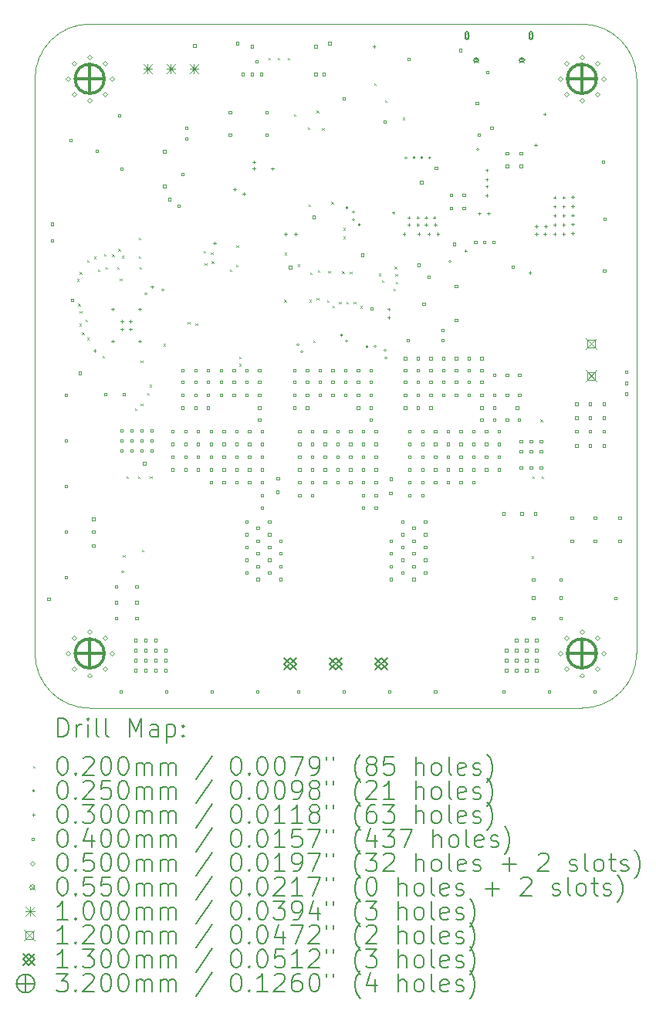
<source format=gbr>
%FSLAX45Y45*%
G04 Gerber Fmt 4.5, Leading zero omitted, Abs format (unit mm)*
G04 Created by KiCad (PCBNEW (6.0.2)) date 2022-07-28 14:32:28*
%MOMM*%
%LPD*%
G01*
G04 APERTURE LIST*
%TA.AperFunction,Profile*%
%ADD10C,0.050000*%
%TD*%
%ADD11C,0.200000*%
%ADD12C,0.020000*%
%ADD13C,0.025000*%
%ADD14C,0.030000*%
%ADD15C,0.040000*%
%ADD16C,0.050000*%
%ADD17C,0.055000*%
%ADD18C,0.100000*%
%ADD19C,0.120000*%
%ADD20C,0.130000*%
%ADD21C,0.320000*%
G04 APERTURE END LIST*
D10*
X8300000Y-14600000D02*
G75*
G03*
X8900000Y-15200000I600000J0D01*
G01*
X8900000Y-7700000D02*
X14300000Y-7700000D01*
X14300000Y-15200000D02*
G75*
G03*
X14900000Y-14600000I0J600000D01*
G01*
X14900000Y-14600000D02*
X14900000Y-8300000D01*
X8900000Y-7700000D02*
G75*
G03*
X8300000Y-8300000I0J-600000D01*
G01*
X8300000Y-14600000D02*
X8300000Y-8300000D01*
X14900000Y-8300000D02*
G75*
G03*
X14300000Y-7700000I-600000J0D01*
G01*
X8900000Y-15200000D02*
X14300000Y-15200000D01*
D11*
D12*
X8760000Y-10495050D02*
X8780000Y-10515050D01*
X8780000Y-10495050D02*
X8760000Y-10515050D01*
X8775000Y-10765000D02*
X8795000Y-10785000D01*
X8795000Y-10765000D02*
X8775000Y-10785000D01*
X8785000Y-10985000D02*
X8805000Y-11005000D01*
X8805000Y-10985000D02*
X8785000Y-11005000D01*
X8790000Y-10420000D02*
X8810000Y-10440000D01*
X8810000Y-10420000D02*
X8790000Y-10440000D01*
X8790000Y-10845000D02*
X8810000Y-10865000D01*
X8810000Y-10845000D02*
X8790000Y-10865000D01*
X8815000Y-11080000D02*
X8835000Y-11100000D01*
X8835000Y-11080000D02*
X8815000Y-11100000D01*
X8852550Y-10940000D02*
X8872550Y-10960000D01*
X8872550Y-10940000D02*
X8852550Y-10960000D01*
X8870000Y-11140000D02*
X8890000Y-11160000D01*
X8890000Y-11140000D02*
X8870000Y-11160000D01*
X8872407Y-10290000D02*
X8892407Y-10310000D01*
X8892407Y-10290000D02*
X8872407Y-10310000D01*
X8950000Y-10250000D02*
X8970000Y-10270000D01*
X8970000Y-10250000D02*
X8950000Y-10270000D01*
X8992308Y-10387692D02*
X9012308Y-10407692D01*
X9012308Y-10387692D02*
X8992308Y-10407692D01*
X9040000Y-11340000D02*
X9060000Y-11360000D01*
X9060000Y-11340000D02*
X9040000Y-11360000D01*
X9060000Y-10220000D02*
X9080000Y-10240000D01*
X9080000Y-10220000D02*
X9060000Y-10240000D01*
X9075000Y-10365000D02*
X9095000Y-10385000D01*
X9095000Y-10365000D02*
X9075000Y-10385000D01*
X9145000Y-10225000D02*
X9165000Y-10245000D01*
X9165000Y-10225000D02*
X9145000Y-10245000D01*
X9200000Y-10365000D02*
X9220000Y-10385000D01*
X9220000Y-10365000D02*
X9200000Y-10385000D01*
X9215000Y-10165000D02*
X9235000Y-10185000D01*
X9235000Y-10165000D02*
X9215000Y-10185000D01*
X9230000Y-10490000D02*
X9250000Y-10510000D01*
X9250000Y-10490000D02*
X9230000Y-10510000D01*
X9250000Y-10240000D02*
X9270000Y-10260000D01*
X9270000Y-10240000D02*
X9250000Y-10260000D01*
X9265000Y-13520000D02*
X9285000Y-13540000D01*
X9285000Y-13520000D02*
X9265000Y-13540000D01*
X9305000Y-12660000D02*
X9325000Y-12680000D01*
X9325000Y-12660000D02*
X9305000Y-12680000D01*
X9395000Y-11915000D02*
X9415000Y-11935000D01*
X9415000Y-11915000D02*
X9395000Y-11935000D01*
X9430000Y-12660000D02*
X9450000Y-12680000D01*
X9450000Y-12660000D02*
X9430000Y-12680000D01*
X9440000Y-10040000D02*
X9460000Y-10060000D01*
X9460000Y-10040000D02*
X9440000Y-10060000D01*
X9440000Y-10245000D02*
X9460000Y-10265000D01*
X9460000Y-10245000D02*
X9440000Y-10265000D01*
X9445000Y-10365000D02*
X9465000Y-10385000D01*
X9465000Y-10365000D02*
X9445000Y-10385000D01*
X9460000Y-11390000D02*
X9480000Y-11410000D01*
X9480000Y-11390000D02*
X9460000Y-11410000D01*
X9460000Y-11860000D02*
X9480000Y-11880000D01*
X9480000Y-11860000D02*
X9460000Y-11880000D01*
X9470000Y-13465000D02*
X9490000Y-13485000D01*
X9490000Y-13465000D02*
X9470000Y-13485000D01*
X9530000Y-11745000D02*
X9550000Y-11765000D01*
X9550000Y-11745000D02*
X9530000Y-11765000D01*
X9555000Y-11655000D02*
X9575000Y-11675000D01*
X9575000Y-11655000D02*
X9555000Y-11675000D01*
X9560000Y-12660000D02*
X9580000Y-12680000D01*
X9580000Y-12660000D02*
X9560000Y-12680000D01*
X9710000Y-11205000D02*
X9730000Y-11225000D01*
X9730000Y-11205000D02*
X9710000Y-11225000D01*
X9975000Y-10965000D02*
X9995000Y-10985000D01*
X9995000Y-10965000D02*
X9975000Y-10985000D01*
X10060000Y-10980000D02*
X10080000Y-11000000D01*
X10080000Y-10980000D02*
X10060000Y-11000000D01*
X10147500Y-10187500D02*
X10167500Y-10207500D01*
X10167500Y-10187500D02*
X10147500Y-10207500D01*
X10162500Y-10320000D02*
X10182500Y-10340000D01*
X10182500Y-10320000D02*
X10162500Y-10340000D01*
X10230000Y-10205000D02*
X10250000Y-10225000D01*
X10250000Y-10205000D02*
X10230000Y-10225000D01*
X10240000Y-10300000D02*
X10260000Y-10320000D01*
X10260000Y-10300000D02*
X10240000Y-10320000D01*
X10440000Y-10390000D02*
X10460000Y-10410000D01*
X10460000Y-10390000D02*
X10440000Y-10410000D01*
X10505000Y-10340000D02*
X10525000Y-10360000D01*
X10525000Y-10340000D02*
X10505000Y-10360000D01*
X10510000Y-10125000D02*
X10530000Y-10145000D01*
X10530000Y-10125000D02*
X10510000Y-10145000D01*
X10540000Y-11345000D02*
X10560000Y-11365000D01*
X10560000Y-11345000D02*
X10540000Y-11365000D01*
X10540000Y-11425000D02*
X10560000Y-11445000D01*
X10560000Y-11425000D02*
X10540000Y-11445000D01*
X10860000Y-8070000D02*
X10880000Y-8090000D01*
X10880000Y-8070000D02*
X10860000Y-8090000D01*
X10960000Y-8070000D02*
X10980000Y-8090000D01*
X10980000Y-8070000D02*
X10960000Y-8090000D01*
X11035000Y-10725050D02*
X11055000Y-10745050D01*
X11055000Y-10725050D02*
X11035000Y-10745050D01*
X11041018Y-10205871D02*
X11061018Y-10225871D01*
X11061018Y-10205871D02*
X11041018Y-10225871D01*
X11070000Y-8070000D02*
X11090000Y-8090000D01*
X11090000Y-8070000D02*
X11070000Y-8090000D01*
X11140000Y-8690000D02*
X11160000Y-8710000D01*
X11160000Y-8690000D02*
X11140000Y-8710000D01*
X11180000Y-10335000D02*
X11200000Y-10355000D01*
X11200000Y-10335000D02*
X11180000Y-10355000D01*
X11295000Y-8830000D02*
X11315000Y-8850000D01*
X11315000Y-8830000D02*
X11295000Y-8850000D01*
X11300000Y-9680000D02*
X11320000Y-9700000D01*
X11320000Y-9680000D02*
X11300000Y-9700000D01*
X11310000Y-10725050D02*
X11330000Y-10745050D01*
X11330000Y-10725050D02*
X11310000Y-10745050D01*
X11320000Y-10422500D02*
X11340000Y-10442500D01*
X11340000Y-10422500D02*
X11320000Y-10442500D01*
X11350000Y-11170050D02*
X11370000Y-11190050D01*
X11370000Y-11170050D02*
X11350000Y-11190050D01*
X11390000Y-8650000D02*
X11410000Y-8670000D01*
X11410000Y-8650000D02*
X11390000Y-8670000D01*
X11390000Y-10700000D02*
X11410000Y-10720000D01*
X11410000Y-10700000D02*
X11390000Y-10720000D01*
X11405000Y-10400000D02*
X11425000Y-10420000D01*
X11425000Y-10400000D02*
X11405000Y-10420000D01*
X11450000Y-8840000D02*
X11470000Y-8860000D01*
X11470000Y-8840000D02*
X11450000Y-8860000D01*
X11505000Y-10730000D02*
X11525000Y-10750000D01*
X11525000Y-10730000D02*
X11505000Y-10750000D01*
X11517500Y-10405000D02*
X11537500Y-10425000D01*
X11537500Y-10405000D02*
X11517500Y-10425000D01*
X11550000Y-9647450D02*
X11570000Y-9667450D01*
X11570000Y-9647450D02*
X11550000Y-9667450D01*
X11561533Y-10786533D02*
X11581533Y-10806533D01*
X11581533Y-10786533D02*
X11561533Y-10806533D01*
X11635000Y-10745050D02*
X11655000Y-10765050D01*
X11655000Y-10745050D02*
X11635000Y-10765050D01*
X11670094Y-10410310D02*
X11690094Y-10430310D01*
X11690094Y-10410310D02*
X11670094Y-10430310D01*
X11680000Y-9935000D02*
X11700000Y-9955000D01*
X11700000Y-9935000D02*
X11680000Y-9955000D01*
X11680000Y-10030000D02*
X11700000Y-10050000D01*
X11700000Y-10030000D02*
X11680000Y-10050000D01*
X11715000Y-10745050D02*
X11735000Y-10765050D01*
X11735000Y-10745050D02*
X11715000Y-10765050D01*
X11755000Y-10415000D02*
X11775000Y-10435000D01*
X11775000Y-10415000D02*
X11755000Y-10435000D01*
X11795000Y-10745000D02*
X11815000Y-10765000D01*
X11815000Y-10745000D02*
X11795000Y-10765000D01*
X11870000Y-10790000D02*
X11890000Y-10810000D01*
X11890000Y-10790000D02*
X11870000Y-10810000D01*
X12020000Y-8350000D02*
X12040000Y-8370000D01*
X12040000Y-8350000D02*
X12020000Y-8370000D01*
X12070000Y-10435000D02*
X12090000Y-10455000D01*
X12090000Y-10435000D02*
X12070000Y-10455000D01*
X12105000Y-10510000D02*
X12125000Y-10530000D01*
X12125000Y-10510000D02*
X12105000Y-10530000D01*
X12140000Y-8535000D02*
X12160000Y-8555000D01*
X12160000Y-8535000D02*
X12140000Y-8555000D01*
X12230000Y-10600000D02*
X12250000Y-10620000D01*
X12250000Y-10600000D02*
X12230000Y-10620000D01*
X12245000Y-10360000D02*
X12265000Y-10380000D01*
X12265000Y-10360000D02*
X12245000Y-10380000D01*
X12255000Y-10440000D02*
X12275000Y-10460000D01*
X12275000Y-10440000D02*
X12255000Y-10460000D01*
X12260000Y-10525000D02*
X12280000Y-10545000D01*
X12280000Y-10525000D02*
X12260000Y-10545000D01*
X12335000Y-8725000D02*
X12355000Y-8745000D01*
X12355000Y-8725000D02*
X12335000Y-8745000D01*
X13750000Y-13535000D02*
X13770000Y-13555000D01*
X13770000Y-13535000D02*
X13750000Y-13555000D01*
X13755000Y-12660000D02*
X13775000Y-12680000D01*
X13775000Y-12660000D02*
X13755000Y-12680000D01*
X13845000Y-12035000D02*
X13865000Y-12055000D01*
X13865000Y-12035000D02*
X13845000Y-12055000D01*
X13860000Y-12660000D02*
X13880000Y-12680000D01*
X13880000Y-12660000D02*
X13860000Y-12680000D01*
D13*
X9272500Y-13705000D02*
G75*
G03*
X9272500Y-13705000I-12500J0D01*
G01*
X9532500Y-10657450D02*
G75*
G03*
X9532500Y-10657450I-12500J0D01*
G01*
X9717500Y-10615000D02*
G75*
G03*
X9717500Y-10615000I-12500J0D01*
G01*
X11195353Y-11216242D02*
G75*
G03*
X11195353Y-11216242I-12500J0D01*
G01*
X11237500Y-11290000D02*
G75*
G03*
X11237500Y-11290000I-12500J0D01*
G01*
X11677500Y-11110000D02*
G75*
G03*
X11677500Y-11110000I-12500J0D01*
G01*
X11732500Y-9715000D02*
G75*
G03*
X11732500Y-9715000I-12500J0D01*
G01*
X11732500Y-11175000D02*
G75*
G03*
X11732500Y-11175000I-12500J0D01*
G01*
X11806654Y-9757500D02*
G75*
G03*
X11806654Y-9757500I-12500J0D01*
G01*
X11806654Y-9842500D02*
G75*
G03*
X11806654Y-9842500I-12500J0D01*
G01*
X11870000Y-9900000D02*
G75*
G03*
X11870000Y-9900000I-12500J0D01*
G01*
X11952500Y-11237500D02*
G75*
G03*
X11952500Y-11237500I-12500J0D01*
G01*
X12042500Y-11235000D02*
G75*
G03*
X12042500Y-11235000I-12500J0D01*
G01*
X12151541Y-11275477D02*
G75*
G03*
X12151541Y-11275477I-12500J0D01*
G01*
X12160050Y-11360000D02*
G75*
G03*
X12160050Y-11360000I-12500J0D01*
G01*
X12382500Y-9165000D02*
G75*
G03*
X12382500Y-9165000I-12500J0D01*
G01*
X12470000Y-9165000D02*
G75*
G03*
X12470000Y-9165000I-12500J0D01*
G01*
X12555000Y-9165000D02*
G75*
G03*
X12555000Y-9165000I-12500J0D01*
G01*
X12642500Y-9165000D02*
G75*
G03*
X12642500Y-9165000I-12500J0D01*
G01*
X12863421Y-10301397D02*
G75*
G03*
X12863421Y-10301397I-12500J0D01*
G01*
X13172500Y-9075000D02*
G75*
G03*
X13172500Y-9075000I-12500J0D01*
G01*
D14*
X8955000Y-11265000D02*
X8955000Y-11295000D01*
X8940000Y-11280000D02*
X8970000Y-11280000D01*
X9150000Y-10810000D02*
X9150000Y-10840000D01*
X9135000Y-10825000D02*
X9165000Y-10825000D01*
X9150000Y-11160000D02*
X9150000Y-11190000D01*
X9135000Y-11175000D02*
X9165000Y-11175000D01*
X9255000Y-10945000D02*
X9255000Y-10975000D01*
X9240000Y-10960000D02*
X9270000Y-10960000D01*
X9255000Y-11030000D02*
X9255000Y-11060000D01*
X9240000Y-11045000D02*
X9270000Y-11045000D01*
X9345000Y-10945000D02*
X9345000Y-10975000D01*
X9330000Y-10960000D02*
X9360000Y-10960000D01*
X9345000Y-11030000D02*
X9345000Y-11060000D01*
X9330000Y-11045000D02*
X9360000Y-11045000D01*
X9450000Y-10810000D02*
X9450000Y-10840000D01*
X9435000Y-10825000D02*
X9465000Y-10825000D01*
X9450000Y-11160000D02*
X9450000Y-11190000D01*
X9435000Y-11175000D02*
X9465000Y-11175000D01*
X9585000Y-10565000D02*
X9585000Y-10595000D01*
X9570000Y-10580000D02*
X9600000Y-10580000D01*
X10270000Y-10085000D02*
X10270000Y-10115000D01*
X10255000Y-10100000D02*
X10285000Y-10100000D01*
X10490000Y-9495000D02*
X10490000Y-9525000D01*
X10475000Y-9510000D02*
X10505000Y-9510000D01*
X10590000Y-9545000D02*
X10590000Y-9575000D01*
X10575000Y-9560000D02*
X10605000Y-9560000D01*
X10700000Y-9195000D02*
X10700000Y-9225000D01*
X10685000Y-9210000D02*
X10715000Y-9210000D01*
X10700000Y-9265000D02*
X10700000Y-9295000D01*
X10685000Y-9280000D02*
X10715000Y-9280000D01*
X10905000Y-9270000D02*
X10905000Y-9300000D01*
X10890000Y-9285000D02*
X10920000Y-9285000D01*
X11050000Y-9985000D02*
X11050000Y-10015000D01*
X11035000Y-10000000D02*
X11065000Y-10000000D01*
X11160000Y-9985000D02*
X11160000Y-10015000D01*
X11145000Y-10000000D02*
X11175000Y-10000000D01*
X12020000Y-7930000D02*
X12020000Y-7960000D01*
X12005000Y-7945000D02*
X12035000Y-7945000D01*
X12180000Y-10810000D02*
X12180000Y-10840000D01*
X12165000Y-10825000D02*
X12195000Y-10825000D01*
X12180000Y-10900000D02*
X12180000Y-10930000D01*
X12165000Y-10915000D02*
X12195000Y-10915000D01*
X12230000Y-9752000D02*
X12230000Y-9782000D01*
X12215000Y-9767000D02*
X12245000Y-9767000D01*
X12350000Y-9985000D02*
X12350000Y-10015000D01*
X12335000Y-10000000D02*
X12365000Y-10000000D01*
X12400000Y-9805000D02*
X12400000Y-9835000D01*
X12385000Y-9820000D02*
X12415000Y-9820000D01*
X12400000Y-9885000D02*
X12400000Y-9915000D01*
X12385000Y-9900000D02*
X12415000Y-9900000D01*
X12500000Y-9805000D02*
X12500000Y-9835000D01*
X12485000Y-9820000D02*
X12515000Y-9820000D01*
X12500000Y-9885000D02*
X12500000Y-9915000D01*
X12485000Y-9900000D02*
X12515000Y-9900000D01*
X12510000Y-9985000D02*
X12510000Y-10015000D01*
X12495000Y-10000000D02*
X12525000Y-10000000D01*
X12590000Y-9805000D02*
X12590000Y-9835000D01*
X12575000Y-9820000D02*
X12605000Y-9820000D01*
X12590000Y-9885000D02*
X12590000Y-9915000D01*
X12575000Y-9900000D02*
X12605000Y-9900000D01*
X12620000Y-9985000D02*
X12620000Y-10015000D01*
X12605000Y-10000000D02*
X12635000Y-10000000D01*
X12680000Y-9805000D02*
X12680000Y-9835000D01*
X12665000Y-9820000D02*
X12695000Y-9820000D01*
X12690000Y-9885000D02*
X12690000Y-9915000D01*
X12675000Y-9900000D02*
X12705000Y-9900000D01*
X12719000Y-9985000D02*
X12719000Y-10015000D01*
X12704000Y-10000000D02*
X12734000Y-10000000D01*
X13025000Y-10170000D02*
X13025000Y-10200000D01*
X13010000Y-10185000D02*
X13040000Y-10185000D01*
X13175000Y-9760000D02*
X13175000Y-9790000D01*
X13160000Y-9775000D02*
X13190000Y-9775000D01*
X13255000Y-9287500D02*
X13255000Y-9317500D01*
X13240000Y-9302500D02*
X13270000Y-9302500D01*
X13255000Y-9387500D02*
X13255000Y-9417500D01*
X13240000Y-9402500D02*
X13270000Y-9402500D01*
X13255000Y-9465000D02*
X13255000Y-9495000D01*
X13240000Y-9480000D02*
X13270000Y-9480000D01*
X13255000Y-9565000D02*
X13255000Y-9595000D01*
X13240000Y-9580000D02*
X13270000Y-9580000D01*
X13275000Y-9760000D02*
X13275000Y-9790000D01*
X13260000Y-9775000D02*
X13290000Y-9775000D01*
X13730000Y-10410000D02*
X13730000Y-10440000D01*
X13715000Y-10425000D02*
X13745000Y-10425000D01*
X13790000Y-9010000D02*
X13790000Y-9040000D01*
X13775000Y-9025000D02*
X13805000Y-9025000D01*
X13800000Y-9900000D02*
X13800000Y-9930000D01*
X13785000Y-9915000D02*
X13815000Y-9915000D01*
X13800000Y-9985000D02*
X13800000Y-10015000D01*
X13785000Y-10000000D02*
X13815000Y-10000000D01*
X13890000Y-8670000D02*
X13890000Y-8700000D01*
X13875000Y-8685000D02*
X13905000Y-8685000D01*
X13895000Y-9985000D02*
X13895000Y-10015000D01*
X13880000Y-10000000D02*
X13910000Y-10000000D01*
X13900000Y-9900000D02*
X13900000Y-9930000D01*
X13885000Y-9915000D02*
X13915000Y-9915000D01*
X14000000Y-9585000D02*
X14000000Y-9615000D01*
X13985000Y-9600000D02*
X14015000Y-9600000D01*
X14000000Y-9685000D02*
X14000000Y-9715000D01*
X13985000Y-9700000D02*
X14015000Y-9700000D01*
X14000000Y-9785000D02*
X14000000Y-9815000D01*
X13985000Y-9800000D02*
X14015000Y-9800000D01*
X14000000Y-9885000D02*
X14000000Y-9915000D01*
X13985000Y-9900000D02*
X14015000Y-9900000D01*
X14000000Y-9985000D02*
X14000000Y-10015000D01*
X13985000Y-10000000D02*
X14015000Y-10000000D01*
X14100000Y-9585000D02*
X14100000Y-9615000D01*
X14085000Y-9600000D02*
X14115000Y-9600000D01*
X14100000Y-9685000D02*
X14100000Y-9715000D01*
X14085000Y-9700000D02*
X14115000Y-9700000D01*
X14100000Y-9785000D02*
X14100000Y-9815000D01*
X14085000Y-9800000D02*
X14115000Y-9800000D01*
X14100000Y-9885000D02*
X14100000Y-9915000D01*
X14085000Y-9900000D02*
X14115000Y-9900000D01*
X14100000Y-9985000D02*
X14100000Y-10015000D01*
X14085000Y-10000000D02*
X14115000Y-10000000D01*
X14200000Y-9580000D02*
X14200000Y-9610000D01*
X14185000Y-9595000D02*
X14215000Y-9595000D01*
X14200000Y-9680000D02*
X14200000Y-9710000D01*
X14185000Y-9695000D02*
X14215000Y-9695000D01*
X14200000Y-9780000D02*
X14200000Y-9810000D01*
X14185000Y-9795000D02*
X14215000Y-9795000D01*
X14200000Y-9880000D02*
X14200000Y-9910000D01*
X14185000Y-9895000D02*
X14215000Y-9895000D01*
X14200000Y-9980000D02*
X14200000Y-10010000D01*
X14185000Y-9995000D02*
X14215000Y-9995000D01*
D15*
X8464142Y-14014142D02*
X8464142Y-13985858D01*
X8435858Y-13985858D01*
X8435858Y-14014142D01*
X8464142Y-14014142D01*
X8499142Y-9904142D02*
X8499142Y-9875858D01*
X8470858Y-9875858D01*
X8470858Y-9904142D01*
X8499142Y-9904142D01*
X8499142Y-10089142D02*
X8499142Y-10060858D01*
X8470858Y-10060858D01*
X8470858Y-10089142D01*
X8499142Y-10089142D01*
X8654142Y-11779142D02*
X8654142Y-11750858D01*
X8625858Y-11750858D01*
X8625858Y-11779142D01*
X8654142Y-11779142D01*
X8654142Y-12279142D02*
X8654142Y-12250858D01*
X8625858Y-12250858D01*
X8625858Y-12279142D01*
X8654142Y-12279142D01*
X8654142Y-12779142D02*
X8654142Y-12750858D01*
X8625858Y-12750858D01*
X8625858Y-12779142D01*
X8654142Y-12779142D01*
X8654142Y-13279142D02*
X8654142Y-13250858D01*
X8625858Y-13250858D01*
X8625858Y-13279142D01*
X8654142Y-13279142D01*
X8654142Y-13779142D02*
X8654142Y-13750858D01*
X8625858Y-13750858D01*
X8625858Y-13779142D01*
X8654142Y-13779142D01*
X8704142Y-8984142D02*
X8704142Y-8955858D01*
X8675858Y-8955858D01*
X8675858Y-8984142D01*
X8704142Y-8984142D01*
X8719142Y-10739142D02*
X8719142Y-10710858D01*
X8690858Y-10710858D01*
X8690858Y-10739142D01*
X8719142Y-10739142D01*
X8804142Y-11539142D02*
X8804142Y-11510858D01*
X8775858Y-11510858D01*
X8775858Y-11539142D01*
X8804142Y-11539142D01*
X8954142Y-13139142D02*
X8954142Y-13110858D01*
X8925858Y-13110858D01*
X8925858Y-13139142D01*
X8954142Y-13139142D01*
X8954142Y-13279142D02*
X8954142Y-13250858D01*
X8925858Y-13250858D01*
X8925858Y-13279142D01*
X8954142Y-13279142D01*
X8954142Y-13429142D02*
X8954142Y-13400858D01*
X8925858Y-13400858D01*
X8925858Y-13429142D01*
X8954142Y-13429142D01*
X8994142Y-9104142D02*
X8994142Y-9075858D01*
X8965858Y-9075858D01*
X8965858Y-9104142D01*
X8994142Y-9104142D01*
X9084142Y-11774142D02*
X9084142Y-11745858D01*
X9055858Y-11745858D01*
X9055858Y-11774142D01*
X9084142Y-11774142D01*
X9204142Y-13879142D02*
X9204142Y-13850858D01*
X9175858Y-13850858D01*
X9175858Y-13879142D01*
X9204142Y-13879142D01*
X9204142Y-14054142D02*
X9204142Y-14025858D01*
X9175858Y-14025858D01*
X9175858Y-14054142D01*
X9204142Y-14054142D01*
X9204142Y-14229142D02*
X9204142Y-14200858D01*
X9175858Y-14200858D01*
X9175858Y-14229142D01*
X9204142Y-14229142D01*
X9239142Y-8714142D02*
X9239142Y-8685858D01*
X9210858Y-8685858D01*
X9210858Y-8714142D01*
X9239142Y-8714142D01*
X9254142Y-15029142D02*
X9254142Y-15000858D01*
X9225858Y-15000858D01*
X9225858Y-15029142D01*
X9254142Y-15029142D01*
X9264142Y-9299142D02*
X9264142Y-9270858D01*
X9235858Y-9270858D01*
X9235858Y-9299142D01*
X9264142Y-9299142D01*
X9264142Y-12169142D02*
X9264142Y-12140858D01*
X9235858Y-12140858D01*
X9235858Y-12169142D01*
X9264142Y-12169142D01*
X9264142Y-12279142D02*
X9264142Y-12250858D01*
X9235858Y-12250858D01*
X9235858Y-12279142D01*
X9264142Y-12279142D01*
X9264142Y-12389142D02*
X9264142Y-12360858D01*
X9235858Y-12360858D01*
X9235858Y-12389142D01*
X9264142Y-12389142D01*
X9289142Y-11774142D02*
X9289142Y-11745858D01*
X9260858Y-11745858D01*
X9260858Y-11774142D01*
X9289142Y-11774142D01*
X9374142Y-12169142D02*
X9374142Y-12140858D01*
X9345858Y-12140858D01*
X9345858Y-12169142D01*
X9374142Y-12169142D01*
X9374142Y-12279142D02*
X9374142Y-12250858D01*
X9345858Y-12250858D01*
X9345858Y-12279142D01*
X9374142Y-12279142D01*
X9374142Y-12389142D02*
X9374142Y-12360858D01*
X9345858Y-12360858D01*
X9345858Y-12389142D01*
X9374142Y-12389142D01*
X9414142Y-14469142D02*
X9414142Y-14440858D01*
X9385858Y-14440858D01*
X9385858Y-14469142D01*
X9414142Y-14469142D01*
X9414142Y-14579142D02*
X9414142Y-14550858D01*
X9385858Y-14550858D01*
X9385858Y-14579142D01*
X9414142Y-14579142D01*
X9414142Y-14689142D02*
X9414142Y-14660858D01*
X9385858Y-14660858D01*
X9385858Y-14689142D01*
X9414142Y-14689142D01*
X9414142Y-14799142D02*
X9414142Y-14770858D01*
X9385858Y-14770858D01*
X9385858Y-14799142D01*
X9414142Y-14799142D01*
X9429142Y-13879142D02*
X9429142Y-13850858D01*
X9400858Y-13850858D01*
X9400858Y-13879142D01*
X9429142Y-13879142D01*
X9429142Y-14054142D02*
X9429142Y-14025858D01*
X9400858Y-14025858D01*
X9400858Y-14054142D01*
X9429142Y-14054142D01*
X9429142Y-14229142D02*
X9429142Y-14200858D01*
X9400858Y-14200858D01*
X9400858Y-14229142D01*
X9429142Y-14229142D01*
X9484142Y-12169142D02*
X9484142Y-12140858D01*
X9455858Y-12140858D01*
X9455858Y-12169142D01*
X9484142Y-12169142D01*
X9484142Y-12279142D02*
X9484142Y-12250858D01*
X9455858Y-12250858D01*
X9455858Y-12279142D01*
X9484142Y-12279142D01*
X9484142Y-12389142D02*
X9484142Y-12360858D01*
X9455858Y-12360858D01*
X9455858Y-12389142D01*
X9484142Y-12389142D01*
X9514142Y-12529142D02*
X9514142Y-12500858D01*
X9485858Y-12500858D01*
X9485858Y-12529142D01*
X9514142Y-12529142D01*
X9524142Y-14469142D02*
X9524142Y-14440858D01*
X9495858Y-14440858D01*
X9495858Y-14469142D01*
X9524142Y-14469142D01*
X9524142Y-14579142D02*
X9524142Y-14550858D01*
X9495858Y-14550858D01*
X9495858Y-14579142D01*
X9524142Y-14579142D01*
X9524142Y-14689142D02*
X9524142Y-14660858D01*
X9495858Y-14660858D01*
X9495858Y-14689142D01*
X9524142Y-14689142D01*
X9524142Y-14799142D02*
X9524142Y-14770858D01*
X9495858Y-14770858D01*
X9495858Y-14799142D01*
X9524142Y-14799142D01*
X9594142Y-12169142D02*
X9594142Y-12140858D01*
X9565858Y-12140858D01*
X9565858Y-12169142D01*
X9594142Y-12169142D01*
X9594142Y-12279142D02*
X9594142Y-12250858D01*
X9565858Y-12250858D01*
X9565858Y-12279142D01*
X9594142Y-12279142D01*
X9594142Y-12389142D02*
X9594142Y-12360858D01*
X9565858Y-12360858D01*
X9565858Y-12389142D01*
X9594142Y-12389142D01*
X9634142Y-14469142D02*
X9634142Y-14440858D01*
X9605858Y-14440858D01*
X9605858Y-14469142D01*
X9634142Y-14469142D01*
X9634142Y-14579142D02*
X9634142Y-14550858D01*
X9605858Y-14550858D01*
X9605858Y-14579142D01*
X9634142Y-14579142D01*
X9634142Y-14689142D02*
X9634142Y-14660858D01*
X9605858Y-14660858D01*
X9605858Y-14689142D01*
X9634142Y-14689142D01*
X9634142Y-14799142D02*
X9634142Y-14770858D01*
X9605858Y-14770858D01*
X9605858Y-14799142D01*
X9634142Y-14799142D01*
X9734142Y-9109142D02*
X9734142Y-9080858D01*
X9705858Y-9080858D01*
X9705858Y-9109142D01*
X9734142Y-9109142D01*
X9734142Y-9489142D02*
X9734142Y-9460858D01*
X9705858Y-9460858D01*
X9705858Y-9489142D01*
X9734142Y-9489142D01*
X9744142Y-14579142D02*
X9744142Y-14550858D01*
X9715858Y-14550858D01*
X9715858Y-14579142D01*
X9744142Y-14579142D01*
X9744142Y-14689142D02*
X9744142Y-14660858D01*
X9715858Y-14660858D01*
X9715858Y-14689142D01*
X9744142Y-14689142D01*
X9744142Y-14799142D02*
X9744142Y-14770858D01*
X9715858Y-14770858D01*
X9715858Y-14799142D01*
X9744142Y-14799142D01*
X9754142Y-15029142D02*
X9754142Y-15000858D01*
X9725858Y-15000858D01*
X9725858Y-15029142D01*
X9754142Y-15029142D01*
X9789142Y-9634142D02*
X9789142Y-9605858D01*
X9760858Y-9605858D01*
X9760858Y-9634142D01*
X9789142Y-9634142D01*
X9824142Y-12179142D02*
X9824142Y-12150858D01*
X9795858Y-12150858D01*
X9795858Y-12179142D01*
X9824142Y-12179142D01*
X9824142Y-12319142D02*
X9824142Y-12290858D01*
X9795858Y-12290858D01*
X9795858Y-12319142D01*
X9824142Y-12319142D01*
X9824142Y-12459142D02*
X9824142Y-12430858D01*
X9795858Y-12430858D01*
X9795858Y-12459142D01*
X9824142Y-12459142D01*
X9824142Y-12599142D02*
X9824142Y-12570858D01*
X9795858Y-12570858D01*
X9795858Y-12599142D01*
X9824142Y-12599142D01*
X9889142Y-9704142D02*
X9889142Y-9675858D01*
X9860858Y-9675858D01*
X9860858Y-9704142D01*
X9889142Y-9704142D01*
X9934142Y-9359142D02*
X9934142Y-9330858D01*
X9905858Y-9330858D01*
X9905858Y-9359142D01*
X9934142Y-9359142D01*
X9934142Y-11509142D02*
X9934142Y-11480858D01*
X9905858Y-11480858D01*
X9905858Y-11509142D01*
X9934142Y-11509142D01*
X9934142Y-11639142D02*
X9934142Y-11610858D01*
X9905858Y-11610858D01*
X9905858Y-11639142D01*
X9934142Y-11639142D01*
X9934142Y-11779142D02*
X9934142Y-11750858D01*
X9905858Y-11750858D01*
X9905858Y-11779142D01*
X9934142Y-11779142D01*
X9934142Y-11919142D02*
X9934142Y-11890858D01*
X9905858Y-11890858D01*
X9905858Y-11919142D01*
X9934142Y-11919142D01*
X9964142Y-12179142D02*
X9964142Y-12150858D01*
X9935858Y-12150858D01*
X9935858Y-12179142D01*
X9964142Y-12179142D01*
X9964142Y-12319142D02*
X9964142Y-12290858D01*
X9935858Y-12290858D01*
X9935858Y-12319142D01*
X9964142Y-12319142D01*
X9964142Y-12459142D02*
X9964142Y-12430858D01*
X9935858Y-12430858D01*
X9935858Y-12459142D01*
X9964142Y-12459142D01*
X9964142Y-12599142D02*
X9964142Y-12570858D01*
X9935858Y-12570858D01*
X9935858Y-12599142D01*
X9964142Y-12599142D01*
X9974142Y-8849142D02*
X9974142Y-8820858D01*
X9945858Y-8820858D01*
X9945858Y-8849142D01*
X9974142Y-8849142D01*
X9974142Y-8969142D02*
X9974142Y-8940858D01*
X9945858Y-8940858D01*
X9945858Y-8969142D01*
X9974142Y-8969142D01*
X10064142Y-7949142D02*
X10064142Y-7920858D01*
X10035858Y-7920858D01*
X10035858Y-7949142D01*
X10064142Y-7949142D01*
X10074142Y-11509142D02*
X10074142Y-11480858D01*
X10045858Y-11480858D01*
X10045858Y-11509142D01*
X10074142Y-11509142D01*
X10074142Y-11639142D02*
X10074142Y-11610858D01*
X10045858Y-11610858D01*
X10045858Y-11639142D01*
X10074142Y-11639142D01*
X10074142Y-11779142D02*
X10074142Y-11750858D01*
X10045858Y-11750858D01*
X10045858Y-11779142D01*
X10074142Y-11779142D01*
X10074142Y-11919142D02*
X10074142Y-11890858D01*
X10045858Y-11890858D01*
X10045858Y-11919142D01*
X10074142Y-11919142D01*
X10104142Y-12179142D02*
X10104142Y-12150858D01*
X10075858Y-12150858D01*
X10075858Y-12179142D01*
X10104142Y-12179142D01*
X10104142Y-12319142D02*
X10104142Y-12290858D01*
X10075858Y-12290858D01*
X10075858Y-12319142D01*
X10104142Y-12319142D01*
X10104142Y-12459142D02*
X10104142Y-12430858D01*
X10075858Y-12430858D01*
X10075858Y-12459142D01*
X10104142Y-12459142D01*
X10104142Y-12599142D02*
X10104142Y-12570858D01*
X10075858Y-12570858D01*
X10075858Y-12599142D01*
X10104142Y-12599142D01*
X10214142Y-11509142D02*
X10214142Y-11480858D01*
X10185858Y-11480858D01*
X10185858Y-11509142D01*
X10214142Y-11509142D01*
X10214142Y-11639142D02*
X10214142Y-11610858D01*
X10185858Y-11610858D01*
X10185858Y-11639142D01*
X10214142Y-11639142D01*
X10214142Y-11779142D02*
X10214142Y-11750858D01*
X10185858Y-11750858D01*
X10185858Y-11779142D01*
X10214142Y-11779142D01*
X10214142Y-11919142D02*
X10214142Y-11890858D01*
X10185858Y-11890858D01*
X10185858Y-11919142D01*
X10214142Y-11919142D01*
X10244142Y-12179142D02*
X10244142Y-12150858D01*
X10215858Y-12150858D01*
X10215858Y-12179142D01*
X10244142Y-12179142D01*
X10244142Y-12319142D02*
X10244142Y-12290858D01*
X10215858Y-12290858D01*
X10215858Y-12319142D01*
X10244142Y-12319142D01*
X10244142Y-12459142D02*
X10244142Y-12430858D01*
X10215858Y-12430858D01*
X10215858Y-12459142D01*
X10244142Y-12459142D01*
X10244142Y-12599142D02*
X10244142Y-12570858D01*
X10215858Y-12570858D01*
X10215858Y-12599142D01*
X10244142Y-12599142D01*
X10244142Y-12739142D02*
X10244142Y-12710858D01*
X10215858Y-12710858D01*
X10215858Y-12739142D01*
X10244142Y-12739142D01*
X10254142Y-15029142D02*
X10254142Y-15000858D01*
X10225858Y-15000858D01*
X10225858Y-15029142D01*
X10254142Y-15029142D01*
X10354142Y-11509142D02*
X10354142Y-11480858D01*
X10325858Y-11480858D01*
X10325858Y-11509142D01*
X10354142Y-11509142D01*
X10354142Y-11639142D02*
X10354142Y-11610858D01*
X10325858Y-11610858D01*
X10325858Y-11639142D01*
X10354142Y-11639142D01*
X10354142Y-11779142D02*
X10354142Y-11750858D01*
X10325858Y-11750858D01*
X10325858Y-11779142D01*
X10354142Y-11779142D01*
X10384142Y-12179142D02*
X10384142Y-12150858D01*
X10355858Y-12150858D01*
X10355858Y-12179142D01*
X10384142Y-12179142D01*
X10384142Y-12319142D02*
X10384142Y-12290858D01*
X10355858Y-12290858D01*
X10355858Y-12319142D01*
X10384142Y-12319142D01*
X10384142Y-12459142D02*
X10384142Y-12430858D01*
X10355858Y-12430858D01*
X10355858Y-12459142D01*
X10384142Y-12459142D01*
X10384142Y-12599142D02*
X10384142Y-12570858D01*
X10355858Y-12570858D01*
X10355858Y-12599142D01*
X10384142Y-12599142D01*
X10384142Y-12739142D02*
X10384142Y-12710858D01*
X10355858Y-12710858D01*
X10355858Y-12739142D01*
X10384142Y-12739142D01*
X10454142Y-8679142D02*
X10454142Y-8650858D01*
X10425858Y-8650858D01*
X10425858Y-8679142D01*
X10454142Y-8679142D01*
X10454142Y-8929142D02*
X10454142Y-8900858D01*
X10425858Y-8900858D01*
X10425858Y-8929142D01*
X10454142Y-8929142D01*
X10494142Y-11509142D02*
X10494142Y-11480858D01*
X10465858Y-11480858D01*
X10465858Y-11509142D01*
X10494142Y-11509142D01*
X10494142Y-11639142D02*
X10494142Y-11610858D01*
X10465858Y-11610858D01*
X10465858Y-11639142D01*
X10494142Y-11639142D01*
X10494142Y-11779142D02*
X10494142Y-11750858D01*
X10465858Y-11750858D01*
X10465858Y-11779142D01*
X10494142Y-11779142D01*
X10524142Y-12179142D02*
X10524142Y-12150858D01*
X10495858Y-12150858D01*
X10495858Y-12179142D01*
X10524142Y-12179142D01*
X10524142Y-12319142D02*
X10524142Y-12290858D01*
X10495858Y-12290858D01*
X10495858Y-12319142D01*
X10524142Y-12319142D01*
X10524142Y-12459142D02*
X10524142Y-12430858D01*
X10495858Y-12430858D01*
X10495858Y-12459142D01*
X10524142Y-12459142D01*
X10524142Y-12599142D02*
X10524142Y-12570858D01*
X10495858Y-12570858D01*
X10495858Y-12599142D01*
X10524142Y-12599142D01*
X10524142Y-12739142D02*
X10524142Y-12710858D01*
X10495858Y-12710858D01*
X10495858Y-12739142D01*
X10524142Y-12739142D01*
X10534142Y-7924142D02*
X10534142Y-7895858D01*
X10505858Y-7895858D01*
X10505858Y-7924142D01*
X10534142Y-7924142D01*
X10594142Y-8264142D02*
X10594142Y-8235858D01*
X10565858Y-8235858D01*
X10565858Y-8264142D01*
X10594142Y-8264142D01*
X10634142Y-11509142D02*
X10634142Y-11480858D01*
X10605858Y-11480858D01*
X10605858Y-11509142D01*
X10634142Y-11509142D01*
X10634142Y-11639142D02*
X10634142Y-11610858D01*
X10605858Y-11610858D01*
X10605858Y-11639142D01*
X10634142Y-11639142D01*
X10634142Y-11779142D02*
X10634142Y-11750858D01*
X10605858Y-11750858D01*
X10605858Y-11779142D01*
X10634142Y-11779142D01*
X10634142Y-13169142D02*
X10634142Y-13140858D01*
X10605858Y-13140858D01*
X10605858Y-13169142D01*
X10634142Y-13169142D01*
X10634142Y-13309142D02*
X10634142Y-13280858D01*
X10605858Y-13280858D01*
X10605858Y-13309142D01*
X10634142Y-13309142D01*
X10634142Y-13449142D02*
X10634142Y-13420858D01*
X10605858Y-13420858D01*
X10605858Y-13449142D01*
X10634142Y-13449142D01*
X10634142Y-13589142D02*
X10634142Y-13560858D01*
X10605858Y-13560858D01*
X10605858Y-13589142D01*
X10634142Y-13589142D01*
X10634142Y-13729142D02*
X10634142Y-13700858D01*
X10605858Y-13700858D01*
X10605858Y-13729142D01*
X10634142Y-13729142D01*
X10664142Y-12179142D02*
X10664142Y-12150858D01*
X10635858Y-12150858D01*
X10635858Y-12179142D01*
X10664142Y-12179142D01*
X10664142Y-12319142D02*
X10664142Y-12290858D01*
X10635858Y-12290858D01*
X10635858Y-12319142D01*
X10664142Y-12319142D01*
X10664142Y-12459142D02*
X10664142Y-12430858D01*
X10635858Y-12430858D01*
X10635858Y-12459142D01*
X10664142Y-12459142D01*
X10664142Y-12599142D02*
X10664142Y-12570858D01*
X10635858Y-12570858D01*
X10635858Y-12599142D01*
X10664142Y-12599142D01*
X10664142Y-12739142D02*
X10664142Y-12710858D01*
X10635858Y-12710858D01*
X10635858Y-12739142D01*
X10664142Y-12739142D01*
X10694142Y-7959142D02*
X10694142Y-7930858D01*
X10665858Y-7930858D01*
X10665858Y-7959142D01*
X10694142Y-7959142D01*
X10694142Y-8264142D02*
X10694142Y-8235858D01*
X10665858Y-8235858D01*
X10665858Y-8264142D01*
X10694142Y-8264142D01*
X10744142Y-8124142D02*
X10744142Y-8095858D01*
X10715858Y-8095858D01*
X10715858Y-8124142D01*
X10744142Y-8124142D01*
X10754142Y-15029142D02*
X10754142Y-15000858D01*
X10725858Y-15000858D01*
X10725858Y-15029142D01*
X10754142Y-15029142D01*
X10759142Y-13239142D02*
X10759142Y-13210858D01*
X10730858Y-13210858D01*
X10730858Y-13239142D01*
X10759142Y-13239142D01*
X10759142Y-13379142D02*
X10759142Y-13350858D01*
X10730858Y-13350858D01*
X10730858Y-13379142D01*
X10759142Y-13379142D01*
X10759142Y-13519142D02*
X10759142Y-13490858D01*
X10730858Y-13490858D01*
X10730858Y-13519142D01*
X10759142Y-13519142D01*
X10759142Y-13659142D02*
X10759142Y-13630858D01*
X10730858Y-13630858D01*
X10730858Y-13659142D01*
X10759142Y-13659142D01*
X10759142Y-13799142D02*
X10759142Y-13770858D01*
X10730858Y-13770858D01*
X10730858Y-13799142D01*
X10759142Y-13799142D01*
X10774142Y-11509142D02*
X10774142Y-11480858D01*
X10745858Y-11480858D01*
X10745858Y-11509142D01*
X10774142Y-11509142D01*
X10774142Y-11639142D02*
X10774142Y-11610858D01*
X10745858Y-11610858D01*
X10745858Y-11639142D01*
X10774142Y-11639142D01*
X10774142Y-11779142D02*
X10774142Y-11750858D01*
X10745858Y-11750858D01*
X10745858Y-11779142D01*
X10774142Y-11779142D01*
X10774142Y-11919142D02*
X10774142Y-11890858D01*
X10745858Y-11890858D01*
X10745858Y-11919142D01*
X10774142Y-11919142D01*
X10774142Y-12049142D02*
X10774142Y-12020858D01*
X10745858Y-12020858D01*
X10745858Y-12049142D01*
X10774142Y-12049142D01*
X10794142Y-8264142D02*
X10794142Y-8235858D01*
X10765858Y-8235858D01*
X10765858Y-8264142D01*
X10794142Y-8264142D01*
X10804142Y-12179142D02*
X10804142Y-12150858D01*
X10775858Y-12150858D01*
X10775858Y-12179142D01*
X10804142Y-12179142D01*
X10804142Y-12319142D02*
X10804142Y-12290858D01*
X10775858Y-12290858D01*
X10775858Y-12319142D01*
X10804142Y-12319142D01*
X10804142Y-12459142D02*
X10804142Y-12430858D01*
X10775858Y-12430858D01*
X10775858Y-12459142D01*
X10804142Y-12459142D01*
X10804142Y-12599142D02*
X10804142Y-12570858D01*
X10775858Y-12570858D01*
X10775858Y-12599142D01*
X10804142Y-12599142D01*
X10804142Y-12739142D02*
X10804142Y-12710858D01*
X10775858Y-12710858D01*
X10775858Y-12739142D01*
X10804142Y-12739142D01*
X10804142Y-12879142D02*
X10804142Y-12850858D01*
X10775858Y-12850858D01*
X10775858Y-12879142D01*
X10804142Y-12879142D01*
X10804142Y-13019142D02*
X10804142Y-12990858D01*
X10775858Y-12990858D01*
X10775858Y-13019142D01*
X10804142Y-13019142D01*
X10854142Y-8679142D02*
X10854142Y-8650858D01*
X10825858Y-8650858D01*
X10825858Y-8679142D01*
X10854142Y-8679142D01*
X10854142Y-8929142D02*
X10854142Y-8900858D01*
X10825858Y-8900858D01*
X10825858Y-8929142D01*
X10854142Y-8929142D01*
X10884142Y-13169142D02*
X10884142Y-13140858D01*
X10855858Y-13140858D01*
X10855858Y-13169142D01*
X10884142Y-13169142D01*
X10884142Y-13309142D02*
X10884142Y-13280858D01*
X10855858Y-13280858D01*
X10855858Y-13309142D01*
X10884142Y-13309142D01*
X10884142Y-13449142D02*
X10884142Y-13420858D01*
X10855858Y-13420858D01*
X10855858Y-13449142D01*
X10884142Y-13449142D01*
X10884142Y-13589142D02*
X10884142Y-13560858D01*
X10855858Y-13560858D01*
X10855858Y-13589142D01*
X10884142Y-13589142D01*
X10884142Y-13729142D02*
X10884142Y-13700858D01*
X10855858Y-13700858D01*
X10855858Y-13729142D01*
X10884142Y-13729142D01*
X10974142Y-12844142D02*
X10974142Y-12815858D01*
X10945858Y-12815858D01*
X10945858Y-12844142D01*
X10974142Y-12844142D01*
X10979142Y-12694142D02*
X10979142Y-12665858D01*
X10950858Y-12665858D01*
X10950858Y-12694142D01*
X10979142Y-12694142D01*
X11009142Y-13379142D02*
X11009142Y-13350858D01*
X10980858Y-13350858D01*
X10980858Y-13379142D01*
X11009142Y-13379142D01*
X11009142Y-13519142D02*
X11009142Y-13490858D01*
X10980858Y-13490858D01*
X10980858Y-13519142D01*
X11009142Y-13519142D01*
X11009142Y-13659142D02*
X11009142Y-13630858D01*
X10980858Y-13630858D01*
X10980858Y-13659142D01*
X11009142Y-13659142D01*
X11009142Y-13799142D02*
X11009142Y-13770858D01*
X10980858Y-13770858D01*
X10980858Y-13799142D01*
X11009142Y-13799142D01*
X11114142Y-10379142D02*
X11114142Y-10350858D01*
X11085858Y-10350858D01*
X11085858Y-10379142D01*
X11114142Y-10379142D01*
X11159142Y-11509142D02*
X11159142Y-11480858D01*
X11130858Y-11480858D01*
X11130858Y-11509142D01*
X11159142Y-11509142D01*
X11159142Y-11639142D02*
X11159142Y-11610858D01*
X11130858Y-11610858D01*
X11130858Y-11639142D01*
X11159142Y-11639142D01*
X11159142Y-11779142D02*
X11159142Y-11750858D01*
X11130858Y-11750858D01*
X11130858Y-11779142D01*
X11159142Y-11779142D01*
X11159142Y-11919142D02*
X11159142Y-11890858D01*
X11130858Y-11890858D01*
X11130858Y-11919142D01*
X11159142Y-11919142D01*
X11204142Y-15029142D02*
X11204142Y-15000858D01*
X11175858Y-15000858D01*
X11175858Y-15029142D01*
X11204142Y-15029142D01*
X11214142Y-12179142D02*
X11214142Y-12150858D01*
X11185858Y-12150858D01*
X11185858Y-12179142D01*
X11214142Y-12179142D01*
X11214142Y-12319142D02*
X11214142Y-12290858D01*
X11185858Y-12290858D01*
X11185858Y-12319142D01*
X11214142Y-12319142D01*
X11214142Y-12459142D02*
X11214142Y-12430858D01*
X11185858Y-12430858D01*
X11185858Y-12459142D01*
X11214142Y-12459142D01*
X11214142Y-12599142D02*
X11214142Y-12570858D01*
X11185858Y-12570858D01*
X11185858Y-12599142D01*
X11214142Y-12599142D01*
X11214142Y-12739142D02*
X11214142Y-12710858D01*
X11185858Y-12710858D01*
X11185858Y-12739142D01*
X11214142Y-12739142D01*
X11214142Y-12879142D02*
X11214142Y-12850858D01*
X11185858Y-12850858D01*
X11185858Y-12879142D01*
X11214142Y-12879142D01*
X11299142Y-11509142D02*
X11299142Y-11480858D01*
X11270858Y-11480858D01*
X11270858Y-11509142D01*
X11299142Y-11509142D01*
X11299142Y-11639142D02*
X11299142Y-11610858D01*
X11270858Y-11610858D01*
X11270858Y-11639142D01*
X11299142Y-11639142D01*
X11299142Y-11779142D02*
X11299142Y-11750858D01*
X11270858Y-11750858D01*
X11270858Y-11779142D01*
X11299142Y-11779142D01*
X11299142Y-11919142D02*
X11299142Y-11890858D01*
X11270858Y-11890858D01*
X11270858Y-11919142D01*
X11299142Y-11919142D01*
X11354142Y-12179142D02*
X11354142Y-12150858D01*
X11325858Y-12150858D01*
X11325858Y-12179142D01*
X11354142Y-12179142D01*
X11354142Y-12319142D02*
X11354142Y-12290858D01*
X11325858Y-12290858D01*
X11325858Y-12319142D01*
X11354142Y-12319142D01*
X11354142Y-12459142D02*
X11354142Y-12430858D01*
X11325858Y-12430858D01*
X11325858Y-12459142D01*
X11354142Y-12459142D01*
X11354142Y-12599142D02*
X11354142Y-12570858D01*
X11325858Y-12570858D01*
X11325858Y-12599142D01*
X11354142Y-12599142D01*
X11354142Y-12739142D02*
X11354142Y-12710858D01*
X11325858Y-12710858D01*
X11325858Y-12739142D01*
X11354142Y-12739142D01*
X11354142Y-12879142D02*
X11354142Y-12850858D01*
X11325858Y-12850858D01*
X11325858Y-12879142D01*
X11354142Y-12879142D01*
X11374142Y-9829142D02*
X11374142Y-9800858D01*
X11345858Y-9800858D01*
X11345858Y-9829142D01*
X11374142Y-9829142D01*
X11394142Y-7959142D02*
X11394142Y-7930858D01*
X11365858Y-7930858D01*
X11365858Y-7959142D01*
X11394142Y-7959142D01*
X11394142Y-8264142D02*
X11394142Y-8235858D01*
X11365858Y-8235858D01*
X11365858Y-8264142D01*
X11394142Y-8264142D01*
X11439142Y-11509142D02*
X11439142Y-11480858D01*
X11410858Y-11480858D01*
X11410858Y-11509142D01*
X11439142Y-11509142D01*
X11439142Y-11639142D02*
X11439142Y-11610858D01*
X11410858Y-11610858D01*
X11410858Y-11639142D01*
X11439142Y-11639142D01*
X11439142Y-11779142D02*
X11439142Y-11750858D01*
X11410858Y-11750858D01*
X11410858Y-11779142D01*
X11439142Y-11779142D01*
X11484142Y-8264142D02*
X11484142Y-8235858D01*
X11455858Y-8235858D01*
X11455858Y-8264142D01*
X11484142Y-8264142D01*
X11494142Y-12179142D02*
X11494142Y-12150858D01*
X11465858Y-12150858D01*
X11465858Y-12179142D01*
X11494142Y-12179142D01*
X11494142Y-12319142D02*
X11494142Y-12290858D01*
X11465858Y-12290858D01*
X11465858Y-12319142D01*
X11494142Y-12319142D01*
X11494142Y-12459142D02*
X11494142Y-12430858D01*
X11465858Y-12430858D01*
X11465858Y-12459142D01*
X11494142Y-12459142D01*
X11494142Y-12599142D02*
X11494142Y-12570858D01*
X11465858Y-12570858D01*
X11465858Y-12599142D01*
X11494142Y-12599142D01*
X11494142Y-12739142D02*
X11494142Y-12710858D01*
X11465858Y-12710858D01*
X11465858Y-12739142D01*
X11494142Y-12739142D01*
X11544142Y-7924142D02*
X11544142Y-7895858D01*
X11515858Y-7895858D01*
X11515858Y-7924142D01*
X11544142Y-7924142D01*
X11579142Y-11509142D02*
X11579142Y-11480858D01*
X11550858Y-11480858D01*
X11550858Y-11509142D01*
X11579142Y-11509142D01*
X11579142Y-11639142D02*
X11579142Y-11610858D01*
X11550858Y-11610858D01*
X11550858Y-11639142D01*
X11579142Y-11639142D01*
X11579142Y-11779142D02*
X11579142Y-11750858D01*
X11550858Y-11750858D01*
X11550858Y-11779142D01*
X11579142Y-11779142D01*
X11634142Y-12179142D02*
X11634142Y-12150858D01*
X11605858Y-12150858D01*
X11605858Y-12179142D01*
X11634142Y-12179142D01*
X11634142Y-12319142D02*
X11634142Y-12290858D01*
X11605858Y-12290858D01*
X11605858Y-12319142D01*
X11634142Y-12319142D01*
X11634142Y-12459142D02*
X11634142Y-12430858D01*
X11605858Y-12430858D01*
X11605858Y-12459142D01*
X11634142Y-12459142D01*
X11634142Y-12599142D02*
X11634142Y-12570858D01*
X11605858Y-12570858D01*
X11605858Y-12599142D01*
X11634142Y-12599142D01*
X11634142Y-12739142D02*
X11634142Y-12710858D01*
X11605858Y-12710858D01*
X11605858Y-12739142D01*
X11634142Y-12739142D01*
X11704142Y-8529142D02*
X11704142Y-8500858D01*
X11675858Y-8500858D01*
X11675858Y-8529142D01*
X11704142Y-8529142D01*
X11704142Y-15029142D02*
X11704142Y-15000858D01*
X11675858Y-15000858D01*
X11675858Y-15029142D01*
X11704142Y-15029142D01*
X11719142Y-11509142D02*
X11719142Y-11480858D01*
X11690858Y-11480858D01*
X11690858Y-11509142D01*
X11719142Y-11509142D01*
X11719142Y-11639142D02*
X11719142Y-11610858D01*
X11690858Y-11610858D01*
X11690858Y-11639142D01*
X11719142Y-11639142D01*
X11719142Y-11779142D02*
X11719142Y-11750858D01*
X11690858Y-11750858D01*
X11690858Y-11779142D01*
X11719142Y-11779142D01*
X11774142Y-12179142D02*
X11774142Y-12150858D01*
X11745858Y-12150858D01*
X11745858Y-12179142D01*
X11774142Y-12179142D01*
X11774142Y-12319142D02*
X11774142Y-12290858D01*
X11745858Y-12290858D01*
X11745858Y-12319142D01*
X11774142Y-12319142D01*
X11774142Y-12459142D02*
X11774142Y-12430858D01*
X11745858Y-12430858D01*
X11745858Y-12459142D01*
X11774142Y-12459142D01*
X11774142Y-12599142D02*
X11774142Y-12570858D01*
X11745858Y-12570858D01*
X11745858Y-12599142D01*
X11774142Y-12599142D01*
X11774142Y-12739142D02*
X11774142Y-12710858D01*
X11745858Y-12710858D01*
X11745858Y-12739142D01*
X11774142Y-12739142D01*
X11859142Y-11509142D02*
X11859142Y-11480858D01*
X11830858Y-11480858D01*
X11830858Y-11509142D01*
X11859142Y-11509142D01*
X11859142Y-11639142D02*
X11859142Y-11610858D01*
X11830858Y-11610858D01*
X11830858Y-11639142D01*
X11859142Y-11639142D01*
X11859142Y-11779142D02*
X11859142Y-11750858D01*
X11830858Y-11750858D01*
X11830858Y-11779142D01*
X11859142Y-11779142D01*
X11859142Y-11919142D02*
X11859142Y-11890858D01*
X11830858Y-11890858D01*
X11830858Y-11919142D01*
X11859142Y-11919142D01*
X11904142Y-10244142D02*
X11904142Y-10215858D01*
X11875858Y-10215858D01*
X11875858Y-10244142D01*
X11904142Y-10244142D01*
X11914142Y-12179142D02*
X11914142Y-12150858D01*
X11885858Y-12150858D01*
X11885858Y-12179142D01*
X11914142Y-12179142D01*
X11914142Y-12319142D02*
X11914142Y-12290858D01*
X11885858Y-12290858D01*
X11885858Y-12319142D01*
X11914142Y-12319142D01*
X11914142Y-12459142D02*
X11914142Y-12430858D01*
X11885858Y-12430858D01*
X11885858Y-12459142D01*
X11914142Y-12459142D01*
X11914142Y-12599142D02*
X11914142Y-12570858D01*
X11885858Y-12570858D01*
X11885858Y-12599142D01*
X11914142Y-12599142D01*
X11914142Y-12739142D02*
X11914142Y-12710858D01*
X11885858Y-12710858D01*
X11885858Y-12739142D01*
X11914142Y-12739142D01*
X11914142Y-12879142D02*
X11914142Y-12850858D01*
X11885858Y-12850858D01*
X11885858Y-12879142D01*
X11914142Y-12879142D01*
X11914142Y-13019142D02*
X11914142Y-12990858D01*
X11885858Y-12990858D01*
X11885858Y-13019142D01*
X11914142Y-13019142D01*
X11999142Y-11509142D02*
X11999142Y-11480858D01*
X11970858Y-11480858D01*
X11970858Y-11509142D01*
X11999142Y-11509142D01*
X11999142Y-11639142D02*
X11999142Y-11610858D01*
X11970858Y-11610858D01*
X11970858Y-11639142D01*
X11999142Y-11639142D01*
X11999142Y-11779142D02*
X11999142Y-11750858D01*
X11970858Y-11750858D01*
X11970858Y-11779142D01*
X11999142Y-11779142D01*
X11999142Y-11919142D02*
X11999142Y-11890858D01*
X11970858Y-11890858D01*
X11970858Y-11919142D01*
X11999142Y-11919142D01*
X11999142Y-12049142D02*
X11999142Y-12020858D01*
X11970858Y-12020858D01*
X11970858Y-12049142D01*
X11999142Y-12049142D01*
X12004142Y-10834142D02*
X12004142Y-10805858D01*
X11975858Y-10805858D01*
X11975858Y-10834142D01*
X12004142Y-10834142D01*
X12054142Y-12179142D02*
X12054142Y-12150858D01*
X12025858Y-12150858D01*
X12025858Y-12179142D01*
X12054142Y-12179142D01*
X12054142Y-12319142D02*
X12054142Y-12290858D01*
X12025858Y-12290858D01*
X12025858Y-12319142D01*
X12054142Y-12319142D01*
X12054142Y-12459142D02*
X12054142Y-12430858D01*
X12025858Y-12430858D01*
X12025858Y-12459142D01*
X12054142Y-12459142D01*
X12054142Y-12599142D02*
X12054142Y-12570858D01*
X12025858Y-12570858D01*
X12025858Y-12599142D01*
X12054142Y-12599142D01*
X12054142Y-12739142D02*
X12054142Y-12710858D01*
X12025858Y-12710858D01*
X12025858Y-12739142D01*
X12054142Y-12739142D01*
X12054142Y-12879142D02*
X12054142Y-12850858D01*
X12025858Y-12850858D01*
X12025858Y-12879142D01*
X12054142Y-12879142D01*
X12054142Y-13019142D02*
X12054142Y-12990858D01*
X12025858Y-12990858D01*
X12025858Y-13019142D01*
X12054142Y-13019142D01*
X12149142Y-8784142D02*
X12149142Y-8755858D01*
X12120858Y-8755858D01*
X12120858Y-8784142D01*
X12149142Y-8784142D01*
X12204142Y-15029142D02*
X12204142Y-15000858D01*
X12175858Y-15000858D01*
X12175858Y-15029142D01*
X12204142Y-15029142D01*
X12214142Y-12854142D02*
X12214142Y-12825858D01*
X12185858Y-12825858D01*
X12185858Y-12854142D01*
X12214142Y-12854142D01*
X12219142Y-12699142D02*
X12219142Y-12670858D01*
X12190858Y-12670858D01*
X12190858Y-12699142D01*
X12219142Y-12699142D01*
X12219142Y-13379142D02*
X12219142Y-13350858D01*
X12190858Y-13350858D01*
X12190858Y-13379142D01*
X12219142Y-13379142D01*
X12219142Y-13519142D02*
X12219142Y-13490858D01*
X12190858Y-13490858D01*
X12190858Y-13519142D01*
X12219142Y-13519142D01*
X12219142Y-13659142D02*
X12219142Y-13630858D01*
X12190858Y-13630858D01*
X12190858Y-13659142D01*
X12219142Y-13659142D01*
X12219142Y-13799142D02*
X12219142Y-13770858D01*
X12190858Y-13770858D01*
X12190858Y-13799142D01*
X12219142Y-13799142D01*
X12344142Y-13169142D02*
X12344142Y-13140858D01*
X12315858Y-13140858D01*
X12315858Y-13169142D01*
X12344142Y-13169142D01*
X12344142Y-13309142D02*
X12344142Y-13280858D01*
X12315858Y-13280858D01*
X12315858Y-13309142D01*
X12344142Y-13309142D01*
X12344142Y-13449142D02*
X12344142Y-13420858D01*
X12315858Y-13420858D01*
X12315858Y-13449142D01*
X12344142Y-13449142D01*
X12344142Y-13589142D02*
X12344142Y-13560858D01*
X12315858Y-13560858D01*
X12315858Y-13589142D01*
X12344142Y-13589142D01*
X12344142Y-13729142D02*
X12344142Y-13700858D01*
X12315858Y-13700858D01*
X12315858Y-13729142D01*
X12344142Y-13729142D01*
X12374142Y-11379142D02*
X12374142Y-11350858D01*
X12345858Y-11350858D01*
X12345858Y-11379142D01*
X12374142Y-11379142D01*
X12374142Y-11509142D02*
X12374142Y-11480858D01*
X12345858Y-11480858D01*
X12345858Y-11509142D01*
X12374142Y-11509142D01*
X12374142Y-11639142D02*
X12374142Y-11610858D01*
X12345858Y-11610858D01*
X12345858Y-11639142D01*
X12374142Y-11639142D01*
X12374142Y-11779142D02*
X12374142Y-11750858D01*
X12345858Y-11750858D01*
X12345858Y-11779142D01*
X12374142Y-11779142D01*
X12374142Y-11919142D02*
X12374142Y-11890858D01*
X12345858Y-11890858D01*
X12345858Y-11919142D01*
X12374142Y-11919142D01*
X12404142Y-11179142D02*
X12404142Y-11150858D01*
X12375858Y-11150858D01*
X12375858Y-11179142D01*
X12404142Y-11179142D01*
X12414142Y-8099142D02*
X12414142Y-8070858D01*
X12385858Y-8070858D01*
X12385858Y-8099142D01*
X12414142Y-8099142D01*
X12424142Y-12179142D02*
X12424142Y-12150858D01*
X12395858Y-12150858D01*
X12395858Y-12179142D01*
X12424142Y-12179142D01*
X12424142Y-12319142D02*
X12424142Y-12290858D01*
X12395858Y-12290858D01*
X12395858Y-12319142D01*
X12424142Y-12319142D01*
X12424142Y-12459142D02*
X12424142Y-12430858D01*
X12395858Y-12430858D01*
X12395858Y-12459142D01*
X12424142Y-12459142D01*
X12424142Y-12599142D02*
X12424142Y-12570858D01*
X12395858Y-12570858D01*
X12395858Y-12599142D01*
X12424142Y-12599142D01*
X12424142Y-12739142D02*
X12424142Y-12710858D01*
X12395858Y-12710858D01*
X12395858Y-12739142D01*
X12424142Y-12739142D01*
X12424142Y-12879142D02*
X12424142Y-12850858D01*
X12395858Y-12850858D01*
X12395858Y-12879142D01*
X12424142Y-12879142D01*
X12469142Y-13239142D02*
X12469142Y-13210858D01*
X12440858Y-13210858D01*
X12440858Y-13239142D01*
X12469142Y-13239142D01*
X12469142Y-13379142D02*
X12469142Y-13350858D01*
X12440858Y-13350858D01*
X12440858Y-13379142D01*
X12469142Y-13379142D01*
X12469142Y-13519142D02*
X12469142Y-13490858D01*
X12440858Y-13490858D01*
X12440858Y-13519142D01*
X12469142Y-13519142D01*
X12469142Y-13659142D02*
X12469142Y-13630858D01*
X12440858Y-13630858D01*
X12440858Y-13659142D01*
X12469142Y-13659142D01*
X12469142Y-13799142D02*
X12469142Y-13770858D01*
X12440858Y-13770858D01*
X12440858Y-13799142D01*
X12469142Y-13799142D01*
X12514142Y-11379142D02*
X12514142Y-11350858D01*
X12485858Y-11350858D01*
X12485858Y-11379142D01*
X12514142Y-11379142D01*
X12514142Y-11509142D02*
X12514142Y-11480858D01*
X12485858Y-11480858D01*
X12485858Y-11509142D01*
X12514142Y-11509142D01*
X12514142Y-11639142D02*
X12514142Y-11610858D01*
X12485858Y-11610858D01*
X12485858Y-11639142D01*
X12514142Y-11639142D01*
X12514142Y-11779142D02*
X12514142Y-11750858D01*
X12485858Y-11750858D01*
X12485858Y-11779142D01*
X12514142Y-11779142D01*
X12514142Y-11919142D02*
X12514142Y-11890858D01*
X12485858Y-11890858D01*
X12485858Y-11919142D01*
X12514142Y-11919142D01*
X12524143Y-10353995D02*
X12524143Y-10325711D01*
X12495859Y-10325711D01*
X12495859Y-10353995D01*
X12524143Y-10353995D01*
X12554142Y-9449142D02*
X12554142Y-9420858D01*
X12525858Y-9420858D01*
X12525858Y-9449142D01*
X12554142Y-9449142D01*
X12564142Y-12179142D02*
X12564142Y-12150858D01*
X12535858Y-12150858D01*
X12535858Y-12179142D01*
X12564142Y-12179142D01*
X12564142Y-12319142D02*
X12564142Y-12290858D01*
X12535858Y-12290858D01*
X12535858Y-12319142D01*
X12564142Y-12319142D01*
X12564142Y-12459142D02*
X12564142Y-12430858D01*
X12535858Y-12430858D01*
X12535858Y-12459142D01*
X12564142Y-12459142D01*
X12564142Y-12599142D02*
X12564142Y-12570858D01*
X12535858Y-12570858D01*
X12535858Y-12599142D01*
X12564142Y-12599142D01*
X12564142Y-12739142D02*
X12564142Y-12710858D01*
X12535858Y-12710858D01*
X12535858Y-12739142D01*
X12564142Y-12739142D01*
X12564142Y-12879142D02*
X12564142Y-12850858D01*
X12535858Y-12850858D01*
X12535858Y-12879142D01*
X12564142Y-12879142D01*
X12579142Y-10779142D02*
X12579142Y-10750858D01*
X12550858Y-10750858D01*
X12550858Y-10779142D01*
X12579142Y-10779142D01*
X12594142Y-13169142D02*
X12594142Y-13140858D01*
X12565858Y-13140858D01*
X12565858Y-13169142D01*
X12594142Y-13169142D01*
X12594142Y-13309142D02*
X12594142Y-13280858D01*
X12565858Y-13280858D01*
X12565858Y-13309142D01*
X12594142Y-13309142D01*
X12594142Y-13449142D02*
X12594142Y-13420858D01*
X12565858Y-13420858D01*
X12565858Y-13449142D01*
X12594142Y-13449142D01*
X12594142Y-13589142D02*
X12594142Y-13560858D01*
X12565858Y-13560858D01*
X12565858Y-13589142D01*
X12594142Y-13589142D01*
X12594142Y-13729142D02*
X12594142Y-13700858D01*
X12565858Y-13700858D01*
X12565858Y-13729142D01*
X12594142Y-13729142D01*
X12634142Y-10486642D02*
X12634142Y-10458358D01*
X12605858Y-10458358D01*
X12605858Y-10486642D01*
X12634142Y-10486642D01*
X12654142Y-11379142D02*
X12654142Y-11350858D01*
X12625858Y-11350858D01*
X12625858Y-11379142D01*
X12654142Y-11379142D01*
X12654142Y-11509142D02*
X12654142Y-11480858D01*
X12625858Y-11480858D01*
X12625858Y-11509142D01*
X12654142Y-11509142D01*
X12654142Y-11639142D02*
X12654142Y-11610858D01*
X12625858Y-11610858D01*
X12625858Y-11639142D01*
X12654142Y-11639142D01*
X12654142Y-11779142D02*
X12654142Y-11750858D01*
X12625858Y-11750858D01*
X12625858Y-11779142D01*
X12654142Y-11779142D01*
X12654142Y-11919142D02*
X12654142Y-11890858D01*
X12625858Y-11890858D01*
X12625858Y-11919142D01*
X12654142Y-11919142D01*
X12704142Y-12179142D02*
X12704142Y-12150858D01*
X12675858Y-12150858D01*
X12675858Y-12179142D01*
X12704142Y-12179142D01*
X12704142Y-12319142D02*
X12704142Y-12290858D01*
X12675858Y-12290858D01*
X12675858Y-12319142D01*
X12704142Y-12319142D01*
X12704142Y-12459142D02*
X12704142Y-12430858D01*
X12675858Y-12430858D01*
X12675858Y-12459142D01*
X12704142Y-12459142D01*
X12704142Y-12599142D02*
X12704142Y-12570858D01*
X12675858Y-12570858D01*
X12675858Y-12599142D01*
X12704142Y-12599142D01*
X12704142Y-12739142D02*
X12704142Y-12710858D01*
X12675858Y-12710858D01*
X12675858Y-12739142D01*
X12704142Y-12739142D01*
X12704142Y-15029142D02*
X12704142Y-15000858D01*
X12675858Y-15000858D01*
X12675858Y-15029142D01*
X12704142Y-15029142D01*
X12714142Y-9289142D02*
X12714142Y-9260858D01*
X12685858Y-9260858D01*
X12685858Y-9289142D01*
X12714142Y-9289142D01*
X12784142Y-11069142D02*
X12784142Y-11040858D01*
X12755858Y-11040858D01*
X12755858Y-11069142D01*
X12784142Y-11069142D01*
X12784142Y-11179142D02*
X12784142Y-11150858D01*
X12755858Y-11150858D01*
X12755858Y-11179142D01*
X12784142Y-11179142D01*
X12794142Y-11379142D02*
X12794142Y-11350858D01*
X12765858Y-11350858D01*
X12765858Y-11379142D01*
X12794142Y-11379142D01*
X12794142Y-11509142D02*
X12794142Y-11480858D01*
X12765858Y-11480858D01*
X12765858Y-11509142D01*
X12794142Y-11509142D01*
X12794142Y-11639142D02*
X12794142Y-11610858D01*
X12765858Y-11610858D01*
X12765858Y-11639142D01*
X12794142Y-11639142D01*
X12794142Y-11779142D02*
X12794142Y-11750858D01*
X12765858Y-11750858D01*
X12765858Y-11779142D01*
X12794142Y-11779142D01*
X12844142Y-12179142D02*
X12844142Y-12150858D01*
X12815858Y-12150858D01*
X12815858Y-12179142D01*
X12844142Y-12179142D01*
X12844142Y-12319142D02*
X12844142Y-12290858D01*
X12815858Y-12290858D01*
X12815858Y-12319142D01*
X12844142Y-12319142D01*
X12844142Y-12459142D02*
X12844142Y-12430858D01*
X12815858Y-12430858D01*
X12815858Y-12459142D01*
X12844142Y-12459142D01*
X12844142Y-12599142D02*
X12844142Y-12570858D01*
X12815858Y-12570858D01*
X12815858Y-12599142D01*
X12844142Y-12599142D01*
X12844142Y-12739142D02*
X12844142Y-12710858D01*
X12815858Y-12710858D01*
X12815858Y-12739142D01*
X12844142Y-12739142D01*
X12879142Y-9589142D02*
X12879142Y-9560858D01*
X12850858Y-9560858D01*
X12850858Y-9589142D01*
X12879142Y-9589142D01*
X12879142Y-9729142D02*
X12879142Y-9700858D01*
X12850858Y-9700858D01*
X12850858Y-9729142D01*
X12879142Y-9729142D01*
X12914142Y-10124142D02*
X12914142Y-10095858D01*
X12885858Y-10095858D01*
X12885858Y-10124142D01*
X12914142Y-10124142D01*
X12934142Y-10589142D02*
X12934142Y-10560858D01*
X12905858Y-10560858D01*
X12905858Y-10589142D01*
X12934142Y-10589142D01*
X12934142Y-10959142D02*
X12934142Y-10930858D01*
X12905858Y-10930858D01*
X12905858Y-10959142D01*
X12934142Y-10959142D01*
X12934142Y-11379142D02*
X12934142Y-11350858D01*
X12905858Y-11350858D01*
X12905858Y-11379142D01*
X12934142Y-11379142D01*
X12934142Y-11509142D02*
X12934142Y-11480858D01*
X12905858Y-11480858D01*
X12905858Y-11509142D01*
X12934142Y-11509142D01*
X12934142Y-11639142D02*
X12934142Y-11610858D01*
X12905858Y-11610858D01*
X12905858Y-11639142D01*
X12934142Y-11639142D01*
X12934142Y-11779142D02*
X12934142Y-11750858D01*
X12905858Y-11750858D01*
X12905858Y-11779142D01*
X12934142Y-11779142D01*
X12979142Y-7999142D02*
X12979142Y-7970858D01*
X12950858Y-7970858D01*
X12950858Y-7999142D01*
X12979142Y-7999142D01*
X12984142Y-12179142D02*
X12984142Y-12150858D01*
X12955858Y-12150858D01*
X12955858Y-12179142D01*
X12984142Y-12179142D01*
X12984142Y-12319142D02*
X12984142Y-12290858D01*
X12955858Y-12290858D01*
X12955858Y-12319142D01*
X12984142Y-12319142D01*
X12984142Y-12459142D02*
X12984142Y-12430858D01*
X12955858Y-12430858D01*
X12955858Y-12459142D01*
X12984142Y-12459142D01*
X12984142Y-12599142D02*
X12984142Y-12570858D01*
X12955858Y-12570858D01*
X12955858Y-12599142D01*
X12984142Y-12599142D01*
X12984142Y-12739142D02*
X12984142Y-12710858D01*
X12955858Y-12710858D01*
X12955858Y-12739142D01*
X12984142Y-12739142D01*
X13019142Y-9589142D02*
X13019142Y-9560858D01*
X12990858Y-9560858D01*
X12990858Y-9589142D01*
X13019142Y-9589142D01*
X13019142Y-9729142D02*
X13019142Y-9700858D01*
X12990858Y-9700858D01*
X12990858Y-9729142D01*
X13019142Y-9729142D01*
X13074142Y-11379142D02*
X13074142Y-11350858D01*
X13045858Y-11350858D01*
X13045858Y-11379142D01*
X13074142Y-11379142D01*
X13074142Y-11509142D02*
X13074142Y-11480858D01*
X13045858Y-11480858D01*
X13045858Y-11509142D01*
X13074142Y-11509142D01*
X13074142Y-11639142D02*
X13074142Y-11610858D01*
X13045858Y-11610858D01*
X13045858Y-11639142D01*
X13074142Y-11639142D01*
X13074142Y-11779142D02*
X13074142Y-11750858D01*
X13045858Y-11750858D01*
X13045858Y-11779142D01*
X13074142Y-11779142D01*
X13124142Y-12179142D02*
X13124142Y-12150858D01*
X13095858Y-12150858D01*
X13095858Y-12179142D01*
X13124142Y-12179142D01*
X13124142Y-12319142D02*
X13124142Y-12290858D01*
X13095858Y-12290858D01*
X13095858Y-12319142D01*
X13124142Y-12319142D01*
X13124142Y-12459142D02*
X13124142Y-12430858D01*
X13095858Y-12430858D01*
X13095858Y-12459142D01*
X13124142Y-12459142D01*
X13124142Y-12599142D02*
X13124142Y-12570858D01*
X13095858Y-12570858D01*
X13095858Y-12599142D01*
X13124142Y-12599142D01*
X13124142Y-12739142D02*
X13124142Y-12710858D01*
X13095858Y-12710858D01*
X13095858Y-12739142D01*
X13124142Y-12739142D01*
X13144142Y-10104142D02*
X13144142Y-10075858D01*
X13115858Y-10075858D01*
X13115858Y-10104142D01*
X13144142Y-10104142D01*
X13161692Y-8581642D02*
X13161692Y-8553358D01*
X13133407Y-8553358D01*
X13133407Y-8581642D01*
X13161692Y-8581642D01*
X13186363Y-8929142D02*
X13186363Y-8900858D01*
X13158078Y-8900858D01*
X13158078Y-8929142D01*
X13186363Y-8929142D01*
X13214142Y-11379142D02*
X13214142Y-11350858D01*
X13185858Y-11350858D01*
X13185858Y-11379142D01*
X13214142Y-11379142D01*
X13214142Y-11509142D02*
X13214142Y-11480858D01*
X13185858Y-11480858D01*
X13185858Y-11509142D01*
X13214142Y-11509142D01*
X13214142Y-11639142D02*
X13214142Y-11610858D01*
X13185858Y-11610858D01*
X13185858Y-11639142D01*
X13214142Y-11639142D01*
X13214142Y-11779142D02*
X13214142Y-11750858D01*
X13185858Y-11750858D01*
X13185858Y-11779142D01*
X13214142Y-11779142D01*
X13214142Y-11919142D02*
X13214142Y-11890858D01*
X13185858Y-11890858D01*
X13185858Y-11919142D01*
X13214142Y-11919142D01*
X13214142Y-12049142D02*
X13214142Y-12020858D01*
X13185858Y-12020858D01*
X13185858Y-12049142D01*
X13214142Y-12049142D01*
X13244142Y-10104142D02*
X13244142Y-10075858D01*
X13215858Y-10075858D01*
X13215858Y-10104142D01*
X13244142Y-10104142D01*
X13264142Y-12179142D02*
X13264142Y-12150858D01*
X13235858Y-12150858D01*
X13235858Y-12179142D01*
X13264142Y-12179142D01*
X13264142Y-12319142D02*
X13264142Y-12290858D01*
X13235858Y-12290858D01*
X13235858Y-12319142D01*
X13264142Y-12319142D01*
X13264142Y-12459142D02*
X13264142Y-12430858D01*
X13235858Y-12430858D01*
X13235858Y-12459142D01*
X13264142Y-12459142D01*
X13264142Y-12599142D02*
X13264142Y-12570858D01*
X13235858Y-12570858D01*
X13235858Y-12599142D01*
X13264142Y-12599142D01*
X13274142Y-8239142D02*
X13274142Y-8210858D01*
X13245858Y-8210858D01*
X13245858Y-8239142D01*
X13274142Y-8239142D01*
X13324142Y-8849142D02*
X13324142Y-8820858D01*
X13295858Y-8820858D01*
X13295858Y-8849142D01*
X13324142Y-8849142D01*
X13344142Y-10104142D02*
X13344142Y-10075858D01*
X13315858Y-10075858D01*
X13315858Y-10104142D01*
X13344142Y-10104142D01*
X13354142Y-11559142D02*
X13354142Y-11530858D01*
X13325858Y-11530858D01*
X13325858Y-11559142D01*
X13354142Y-11559142D01*
X13354142Y-11779142D02*
X13354142Y-11750858D01*
X13325858Y-11750858D01*
X13325858Y-11779142D01*
X13354142Y-11779142D01*
X13354142Y-11919142D02*
X13354142Y-11890858D01*
X13325858Y-11890858D01*
X13325858Y-11919142D01*
X13354142Y-11919142D01*
X13354142Y-12049142D02*
X13354142Y-12020858D01*
X13325858Y-12020858D01*
X13325858Y-12049142D01*
X13354142Y-12049142D01*
X13404142Y-12179142D02*
X13404142Y-12150858D01*
X13375858Y-12150858D01*
X13375858Y-12179142D01*
X13404142Y-12179142D01*
X13404142Y-12319142D02*
X13404142Y-12290858D01*
X13375858Y-12290858D01*
X13375858Y-12319142D01*
X13404142Y-12319142D01*
X13404142Y-12459142D02*
X13404142Y-12430858D01*
X13375858Y-12430858D01*
X13375858Y-12459142D01*
X13404142Y-12459142D01*
X13404142Y-12599142D02*
X13404142Y-12570858D01*
X13375858Y-12570858D01*
X13375858Y-12599142D01*
X13404142Y-12599142D01*
X13454142Y-13079142D02*
X13454142Y-13050858D01*
X13425858Y-13050858D01*
X13425858Y-13079142D01*
X13454142Y-13079142D01*
X13454142Y-15029142D02*
X13454142Y-15000858D01*
X13425858Y-15000858D01*
X13425858Y-15029142D01*
X13454142Y-15029142D01*
X13484142Y-14579142D02*
X13484142Y-14550858D01*
X13455858Y-14550858D01*
X13455858Y-14579142D01*
X13484142Y-14579142D01*
X13484142Y-14689142D02*
X13484142Y-14660858D01*
X13455858Y-14660858D01*
X13455858Y-14689142D01*
X13484142Y-14689142D01*
X13484142Y-14799142D02*
X13484142Y-14770858D01*
X13455858Y-14770858D01*
X13455858Y-14799142D01*
X13484142Y-14799142D01*
X13494142Y-9129142D02*
X13494142Y-9100858D01*
X13465858Y-9100858D01*
X13465858Y-9129142D01*
X13494142Y-9129142D01*
X13494142Y-9269142D02*
X13494142Y-9240858D01*
X13465858Y-9240858D01*
X13465858Y-9269142D01*
X13494142Y-9269142D01*
X13494142Y-11559142D02*
X13494142Y-11530858D01*
X13465858Y-11530858D01*
X13465858Y-11559142D01*
X13494142Y-11559142D01*
X13494142Y-11779142D02*
X13494142Y-11750858D01*
X13465858Y-11750858D01*
X13465858Y-11779142D01*
X13494142Y-11779142D01*
X13494142Y-12049142D02*
X13494142Y-12020858D01*
X13465858Y-12020858D01*
X13465858Y-12049142D01*
X13494142Y-12049142D01*
X13554142Y-10374142D02*
X13554142Y-10345858D01*
X13525858Y-10345858D01*
X13525858Y-10374142D01*
X13554142Y-10374142D01*
X13594142Y-14469142D02*
X13594142Y-14440858D01*
X13565858Y-14440858D01*
X13565858Y-14469142D01*
X13594142Y-14469142D01*
X13594142Y-14579142D02*
X13594142Y-14550858D01*
X13565858Y-14550858D01*
X13565858Y-14579142D01*
X13594142Y-14579142D01*
X13594142Y-14689142D02*
X13594142Y-14660858D01*
X13565858Y-14660858D01*
X13565858Y-14689142D01*
X13594142Y-14689142D01*
X13594142Y-14799142D02*
X13594142Y-14770858D01*
X13565858Y-14770858D01*
X13565858Y-14799142D01*
X13594142Y-14799142D01*
X13604142Y-11919142D02*
X13604142Y-11890858D01*
X13575858Y-11890858D01*
X13575858Y-11919142D01*
X13604142Y-11919142D01*
X13624142Y-12049142D02*
X13624142Y-12020858D01*
X13595858Y-12020858D01*
X13595858Y-12049142D01*
X13624142Y-12049142D01*
X13629142Y-11559142D02*
X13629142Y-11530858D01*
X13600858Y-11530858D01*
X13600858Y-11559142D01*
X13629142Y-11559142D01*
X13629142Y-11779142D02*
X13629142Y-11750858D01*
X13600858Y-11750858D01*
X13600858Y-11779142D01*
X13629142Y-11779142D01*
X13644142Y-9129142D02*
X13644142Y-9100858D01*
X13615858Y-9100858D01*
X13615858Y-9129142D01*
X13644142Y-9129142D01*
X13644142Y-9269142D02*
X13644142Y-9240858D01*
X13615858Y-9240858D01*
X13615858Y-9269142D01*
X13644142Y-9269142D01*
X13644142Y-12289142D02*
X13644142Y-12260858D01*
X13615858Y-12260858D01*
X13615858Y-12289142D01*
X13644142Y-12289142D01*
X13644142Y-12399142D02*
X13644142Y-12370858D01*
X13615858Y-12370858D01*
X13615858Y-12399142D01*
X13644142Y-12399142D01*
X13644142Y-12579142D02*
X13644142Y-12550858D01*
X13615858Y-12550858D01*
X13615858Y-12579142D01*
X13644142Y-12579142D01*
X13654142Y-13079142D02*
X13654142Y-13050858D01*
X13625858Y-13050858D01*
X13625858Y-13079142D01*
X13654142Y-13079142D01*
X13704142Y-14469142D02*
X13704142Y-14440858D01*
X13675858Y-14440858D01*
X13675858Y-14469142D01*
X13704142Y-14469142D01*
X13704142Y-14579142D02*
X13704142Y-14550858D01*
X13675858Y-14550858D01*
X13675858Y-14579142D01*
X13704142Y-14579142D01*
X13704142Y-14689142D02*
X13704142Y-14660858D01*
X13675858Y-14660858D01*
X13675858Y-14689142D01*
X13704142Y-14689142D01*
X13704142Y-14799142D02*
X13704142Y-14770858D01*
X13675858Y-14770858D01*
X13675858Y-14799142D01*
X13704142Y-14799142D01*
X13754142Y-12289142D02*
X13754142Y-12260858D01*
X13725858Y-12260858D01*
X13725858Y-12289142D01*
X13754142Y-12289142D01*
X13754142Y-12399142D02*
X13754142Y-12370858D01*
X13725858Y-12370858D01*
X13725858Y-12399142D01*
X13754142Y-12399142D01*
X13754142Y-12579142D02*
X13754142Y-12550858D01*
X13725858Y-12550858D01*
X13725858Y-12579142D01*
X13754142Y-12579142D01*
X13779142Y-13804142D02*
X13779142Y-13775858D01*
X13750858Y-13775858D01*
X13750858Y-13804142D01*
X13779142Y-13804142D01*
X13779142Y-14004142D02*
X13779142Y-13975858D01*
X13750858Y-13975858D01*
X13750858Y-14004142D01*
X13779142Y-14004142D01*
X13779142Y-14229142D02*
X13779142Y-14200858D01*
X13750858Y-14200858D01*
X13750858Y-14229142D01*
X13779142Y-14229142D01*
X13804142Y-13079142D02*
X13804142Y-13050858D01*
X13775858Y-13050858D01*
X13775858Y-13079142D01*
X13804142Y-13079142D01*
X13814142Y-14469142D02*
X13814142Y-14440858D01*
X13785858Y-14440858D01*
X13785858Y-14469142D01*
X13814142Y-14469142D01*
X13814142Y-14579142D02*
X13814142Y-14550858D01*
X13785858Y-14550858D01*
X13785858Y-14579142D01*
X13814142Y-14579142D01*
X13814142Y-14689142D02*
X13814142Y-14660858D01*
X13785858Y-14660858D01*
X13785858Y-14689142D01*
X13814142Y-14689142D01*
X13814142Y-14799142D02*
X13814142Y-14770858D01*
X13785858Y-14770858D01*
X13785858Y-14799142D01*
X13814142Y-14799142D01*
X13864142Y-12289142D02*
X13864142Y-12260858D01*
X13835858Y-12260858D01*
X13835858Y-12289142D01*
X13864142Y-12289142D01*
X13864142Y-12399142D02*
X13864142Y-12370858D01*
X13835858Y-12370858D01*
X13835858Y-12399142D01*
X13864142Y-12399142D01*
X13864142Y-12579142D02*
X13864142Y-12550858D01*
X13835858Y-12550858D01*
X13835858Y-12579142D01*
X13864142Y-12579142D01*
X13954142Y-15029142D02*
X13954142Y-15000858D01*
X13925858Y-15000858D01*
X13925858Y-15029142D01*
X13954142Y-15029142D01*
X14079142Y-13804142D02*
X14079142Y-13775858D01*
X14050858Y-13775858D01*
X14050858Y-13804142D01*
X14079142Y-13804142D01*
X14079142Y-14004142D02*
X14079142Y-13975858D01*
X14050858Y-13975858D01*
X14050858Y-14004142D01*
X14079142Y-14004142D01*
X14079142Y-14229142D02*
X14079142Y-14200858D01*
X14050858Y-14200858D01*
X14050858Y-14229142D01*
X14079142Y-14229142D01*
X14204142Y-13129142D02*
X14204142Y-13100858D01*
X14175858Y-13100858D01*
X14175858Y-13129142D01*
X14204142Y-13129142D01*
X14204142Y-13379142D02*
X14204142Y-13350858D01*
X14175858Y-13350858D01*
X14175858Y-13379142D01*
X14204142Y-13379142D01*
X14254142Y-11879142D02*
X14254142Y-11850858D01*
X14225858Y-11850858D01*
X14225858Y-11879142D01*
X14254142Y-11879142D01*
X14254142Y-12029142D02*
X14254142Y-12000858D01*
X14225858Y-12000858D01*
X14225858Y-12029142D01*
X14254142Y-12029142D01*
X14254142Y-12179142D02*
X14254142Y-12150858D01*
X14225858Y-12150858D01*
X14225858Y-12179142D01*
X14254142Y-12179142D01*
X14254142Y-12334142D02*
X14254142Y-12305858D01*
X14225858Y-12305858D01*
X14225858Y-12334142D01*
X14254142Y-12334142D01*
X14404142Y-11879142D02*
X14404142Y-11850858D01*
X14375858Y-11850858D01*
X14375858Y-11879142D01*
X14404142Y-11879142D01*
X14404142Y-12029142D02*
X14404142Y-12000858D01*
X14375858Y-12000858D01*
X14375858Y-12029142D01*
X14404142Y-12029142D01*
X14404142Y-12179142D02*
X14404142Y-12150858D01*
X14375858Y-12150858D01*
X14375858Y-12179142D01*
X14404142Y-12179142D01*
X14404142Y-12334142D02*
X14404142Y-12305858D01*
X14375858Y-12305858D01*
X14375858Y-12334142D01*
X14404142Y-12334142D01*
X14454142Y-15029142D02*
X14454142Y-15000858D01*
X14425858Y-15000858D01*
X14425858Y-15029142D01*
X14454142Y-15029142D01*
X14459142Y-13129142D02*
X14459142Y-13100858D01*
X14430858Y-13100858D01*
X14430858Y-13129142D01*
X14459142Y-13129142D01*
X14459142Y-13379142D02*
X14459142Y-13350858D01*
X14430858Y-13350858D01*
X14430858Y-13379142D01*
X14459142Y-13379142D01*
X14544142Y-9224142D02*
X14544142Y-9195858D01*
X14515858Y-9195858D01*
X14515858Y-9224142D01*
X14544142Y-9224142D01*
X14554142Y-11879142D02*
X14554142Y-11850858D01*
X14525858Y-11850858D01*
X14525858Y-11879142D01*
X14554142Y-11879142D01*
X14554142Y-12029142D02*
X14554142Y-12000858D01*
X14525858Y-12000858D01*
X14525858Y-12029142D01*
X14554142Y-12029142D01*
X14554142Y-12179142D02*
X14554142Y-12150858D01*
X14525858Y-12150858D01*
X14525858Y-12179142D01*
X14554142Y-12179142D01*
X14554142Y-12334142D02*
X14554142Y-12305858D01*
X14525858Y-12305858D01*
X14525858Y-12334142D01*
X14554142Y-12334142D01*
X14559142Y-10419142D02*
X14559142Y-10390858D01*
X14530858Y-10390858D01*
X14530858Y-10419142D01*
X14559142Y-10419142D01*
X14564142Y-9849142D02*
X14564142Y-9820858D01*
X14535858Y-9820858D01*
X14535858Y-9849142D01*
X14564142Y-9849142D01*
X14684142Y-14009142D02*
X14684142Y-13980858D01*
X14655858Y-13980858D01*
X14655858Y-14009142D01*
X14684142Y-14009142D01*
X14729142Y-13129142D02*
X14729142Y-13100858D01*
X14700858Y-13100858D01*
X14700858Y-13129142D01*
X14729142Y-13129142D01*
X14729142Y-13379142D02*
X14729142Y-13350858D01*
X14700858Y-13350858D01*
X14700858Y-13379142D01*
X14729142Y-13379142D01*
X14799142Y-11529142D02*
X14799142Y-11500858D01*
X14770858Y-11500858D01*
X14770858Y-11529142D01*
X14799142Y-11529142D01*
X14799142Y-11649142D02*
X14799142Y-11620858D01*
X14770858Y-11620858D01*
X14770858Y-11649142D01*
X14799142Y-11649142D01*
X14799142Y-11769142D02*
X14799142Y-11740858D01*
X14770858Y-11740858D01*
X14770858Y-11769142D01*
X14799142Y-11769142D01*
D16*
X8660000Y-8325000D02*
X8685000Y-8300000D01*
X8660000Y-8275000D01*
X8635000Y-8300000D01*
X8660000Y-8325000D01*
X8660000Y-14625000D02*
X8685000Y-14600000D01*
X8660000Y-14575000D01*
X8635000Y-14600000D01*
X8660000Y-14625000D01*
X8730294Y-8155294D02*
X8755294Y-8130294D01*
X8730294Y-8105294D01*
X8705294Y-8130294D01*
X8730294Y-8155294D01*
X8730294Y-8494706D02*
X8755294Y-8469706D01*
X8730294Y-8444706D01*
X8705294Y-8469706D01*
X8730294Y-8494706D01*
X8730294Y-14455294D02*
X8755294Y-14430294D01*
X8730294Y-14405294D01*
X8705294Y-14430294D01*
X8730294Y-14455294D01*
X8730294Y-14794706D02*
X8755294Y-14769706D01*
X8730294Y-14744706D01*
X8705294Y-14769706D01*
X8730294Y-14794706D01*
X8900000Y-8085000D02*
X8925000Y-8060000D01*
X8900000Y-8035000D01*
X8875000Y-8060000D01*
X8900000Y-8085000D01*
X8900000Y-8565000D02*
X8925000Y-8540000D01*
X8900000Y-8515000D01*
X8875000Y-8540000D01*
X8900000Y-8565000D01*
X8900000Y-14385000D02*
X8925000Y-14360000D01*
X8900000Y-14335000D01*
X8875000Y-14360000D01*
X8900000Y-14385000D01*
X8900000Y-14865000D02*
X8925000Y-14840000D01*
X8900000Y-14815000D01*
X8875000Y-14840000D01*
X8900000Y-14865000D01*
X9069706Y-8155294D02*
X9094706Y-8130294D01*
X9069706Y-8105294D01*
X9044706Y-8130294D01*
X9069706Y-8155294D01*
X9069706Y-8494706D02*
X9094706Y-8469706D01*
X9069706Y-8444706D01*
X9044706Y-8469706D01*
X9069706Y-8494706D01*
X9069706Y-14455294D02*
X9094706Y-14430294D01*
X9069706Y-14405294D01*
X9044706Y-14430294D01*
X9069706Y-14455294D01*
X9069706Y-14794706D02*
X9094706Y-14769706D01*
X9069706Y-14744706D01*
X9044706Y-14769706D01*
X9069706Y-14794706D01*
X9140000Y-8325000D02*
X9165000Y-8300000D01*
X9140000Y-8275000D01*
X9115000Y-8300000D01*
X9140000Y-8325000D01*
X9140000Y-14625000D02*
X9165000Y-14600000D01*
X9140000Y-14575000D01*
X9115000Y-14600000D01*
X9140000Y-14625000D01*
X13040000Y-7850000D02*
X13065000Y-7825000D01*
X13040000Y-7800000D01*
X13015000Y-7825000D01*
X13040000Y-7850000D01*
D11*
X13055000Y-7857500D02*
X13055000Y-7792500D01*
X13025000Y-7857500D02*
X13025000Y-7792500D01*
X13055000Y-7792500D02*
G75*
G03*
X13025000Y-7792500I-15000J0D01*
G01*
X13025000Y-7857500D02*
G75*
G03*
X13055000Y-7857500I15000J0D01*
G01*
D16*
X13740000Y-7850000D02*
X13765000Y-7825000D01*
X13740000Y-7800000D01*
X13715000Y-7825000D01*
X13740000Y-7850000D01*
D11*
X13755000Y-7857500D02*
X13755000Y-7792500D01*
X13725000Y-7857500D02*
X13725000Y-7792500D01*
X13755000Y-7792500D02*
G75*
G03*
X13725000Y-7792500I-15000J0D01*
G01*
X13725000Y-7857500D02*
G75*
G03*
X13755000Y-7857500I15000J0D01*
G01*
D16*
X14060000Y-8325000D02*
X14085000Y-8300000D01*
X14060000Y-8275000D01*
X14035000Y-8300000D01*
X14060000Y-8325000D01*
X14060000Y-14625000D02*
X14085000Y-14600000D01*
X14060000Y-14575000D01*
X14035000Y-14600000D01*
X14060000Y-14625000D01*
X14130294Y-8155294D02*
X14155294Y-8130294D01*
X14130294Y-8105294D01*
X14105294Y-8130294D01*
X14130294Y-8155294D01*
X14130294Y-8494706D02*
X14155294Y-8469706D01*
X14130294Y-8444706D01*
X14105294Y-8469706D01*
X14130294Y-8494706D01*
X14130294Y-14455294D02*
X14155294Y-14430294D01*
X14130294Y-14405294D01*
X14105294Y-14430294D01*
X14130294Y-14455294D01*
X14130294Y-14794706D02*
X14155294Y-14769706D01*
X14130294Y-14744706D01*
X14105294Y-14769706D01*
X14130294Y-14794706D01*
X14300000Y-8085000D02*
X14325000Y-8060000D01*
X14300000Y-8035000D01*
X14275000Y-8060000D01*
X14300000Y-8085000D01*
X14300000Y-8565000D02*
X14325000Y-8540000D01*
X14300000Y-8515000D01*
X14275000Y-8540000D01*
X14300000Y-8565000D01*
X14300000Y-14385000D02*
X14325000Y-14360000D01*
X14300000Y-14335000D01*
X14275000Y-14360000D01*
X14300000Y-14385000D01*
X14300000Y-14865000D02*
X14325000Y-14840000D01*
X14300000Y-14815000D01*
X14275000Y-14840000D01*
X14300000Y-14865000D01*
X14469706Y-8155294D02*
X14494706Y-8130294D01*
X14469706Y-8105294D01*
X14444706Y-8130294D01*
X14469706Y-8155294D01*
X14469706Y-8494706D02*
X14494706Y-8469706D01*
X14469706Y-8444706D01*
X14444706Y-8469706D01*
X14469706Y-8494706D01*
X14469706Y-14455294D02*
X14494706Y-14430294D01*
X14469706Y-14405294D01*
X14444706Y-14430294D01*
X14469706Y-14455294D01*
X14469706Y-14794706D02*
X14494706Y-14769706D01*
X14469706Y-14744706D01*
X14444706Y-14769706D01*
X14469706Y-14794706D01*
X14540000Y-8325000D02*
X14565000Y-8300000D01*
X14540000Y-8275000D01*
X14515000Y-8300000D01*
X14540000Y-8325000D01*
X14540000Y-14625000D02*
X14565000Y-14600000D01*
X14540000Y-14575000D01*
X14515000Y-14600000D01*
X14540000Y-14625000D01*
D17*
X13112500Y-8067500D02*
X13167500Y-8122500D01*
X13167500Y-8067500D02*
X13112500Y-8122500D01*
X13167500Y-8095000D02*
G75*
G03*
X13167500Y-8095000I-27500J0D01*
G01*
D11*
X13155000Y-8077500D02*
X13125000Y-8077500D01*
X13155000Y-8112500D02*
X13125000Y-8112500D01*
X13125000Y-8077500D02*
G75*
G03*
X13125000Y-8112500I0J-17500D01*
G01*
X13155000Y-8112500D02*
G75*
G03*
X13155000Y-8077500I0J17500D01*
G01*
D17*
X13612500Y-8067500D02*
X13667500Y-8122500D01*
X13667500Y-8067500D02*
X13612500Y-8122500D01*
X13667500Y-8095000D02*
G75*
G03*
X13667500Y-8095000I-27500J0D01*
G01*
D11*
X13655000Y-8077500D02*
X13625000Y-8077500D01*
X13655000Y-8112500D02*
X13625000Y-8112500D01*
X13625000Y-8077500D02*
G75*
G03*
X13625000Y-8112500I0J-17500D01*
G01*
X13655000Y-8112500D02*
G75*
G03*
X13655000Y-8077500I0J17500D01*
G01*
D18*
X9487000Y-8140000D02*
X9587000Y-8240000D01*
X9587000Y-8140000D02*
X9487000Y-8240000D01*
X9537000Y-8140000D02*
X9537000Y-8240000D01*
X9487000Y-8190000D02*
X9587000Y-8190000D01*
X9741000Y-8140000D02*
X9841000Y-8240000D01*
X9841000Y-8140000D02*
X9741000Y-8240000D01*
X9791000Y-8140000D02*
X9791000Y-8240000D01*
X9741000Y-8190000D02*
X9841000Y-8190000D01*
X9995000Y-8140000D02*
X10095000Y-8240000D01*
X10095000Y-8140000D02*
X9995000Y-8240000D01*
X10045000Y-8140000D02*
X10045000Y-8240000D01*
X9995000Y-8190000D02*
X10095000Y-8190000D01*
D19*
X14340000Y-11145000D02*
X14460000Y-11265000D01*
X14460000Y-11145000D02*
X14340000Y-11265000D01*
X14442427Y-11247427D02*
X14442427Y-11162573D01*
X14357573Y-11162573D01*
X14357573Y-11247427D01*
X14442427Y-11247427D01*
X14340000Y-11495000D02*
X14460000Y-11615000D01*
X14460000Y-11495000D02*
X14340000Y-11615000D01*
X14442427Y-11597427D02*
X14442427Y-11512573D01*
X14357573Y-11512573D01*
X14357573Y-11597427D01*
X14442427Y-11597427D01*
D20*
X11035000Y-14650000D02*
X11165000Y-14780000D01*
X11165000Y-14650000D02*
X11035000Y-14780000D01*
X11100000Y-14780000D02*
X11165000Y-14715000D01*
X11100000Y-14650000D01*
X11035000Y-14715000D01*
X11100000Y-14780000D01*
X11535000Y-14650000D02*
X11665000Y-14780000D01*
X11665000Y-14650000D02*
X11535000Y-14780000D01*
X11600000Y-14780000D02*
X11665000Y-14715000D01*
X11600000Y-14650000D01*
X11535000Y-14715000D01*
X11600000Y-14780000D01*
X12035000Y-14650000D02*
X12165000Y-14780000D01*
X12165000Y-14650000D02*
X12035000Y-14780000D01*
X12100000Y-14780000D02*
X12165000Y-14715000D01*
X12100000Y-14650000D01*
X12035000Y-14715000D01*
X12100000Y-14780000D01*
D21*
X8900000Y-8140000D02*
X8900000Y-8460000D01*
X8740000Y-8300000D02*
X9060000Y-8300000D01*
X9060000Y-8300000D02*
G75*
G03*
X9060000Y-8300000I-160000J0D01*
G01*
X8900000Y-14440000D02*
X8900000Y-14760000D01*
X8740000Y-14600000D02*
X9060000Y-14600000D01*
X9060000Y-14600000D02*
G75*
G03*
X9060000Y-14600000I-160000J0D01*
G01*
X14300000Y-8140000D02*
X14300000Y-8460000D01*
X14140000Y-8300000D02*
X14460000Y-8300000D01*
X14460000Y-8300000D02*
G75*
G03*
X14460000Y-8300000I-160000J0D01*
G01*
X14300000Y-14440000D02*
X14300000Y-14760000D01*
X14140000Y-14600000D02*
X14460000Y-14600000D01*
X14460000Y-14600000D02*
G75*
G03*
X14460000Y-14600000I-160000J0D01*
G01*
D11*
X8555119Y-15512976D02*
X8555119Y-15312976D01*
X8602738Y-15312976D01*
X8631310Y-15322500D01*
X8650357Y-15341548D01*
X8659881Y-15360595D01*
X8669405Y-15398690D01*
X8669405Y-15427262D01*
X8659881Y-15465357D01*
X8650357Y-15484405D01*
X8631310Y-15503452D01*
X8602738Y-15512976D01*
X8555119Y-15512976D01*
X8755119Y-15512976D02*
X8755119Y-15379643D01*
X8755119Y-15417738D02*
X8764643Y-15398690D01*
X8774167Y-15389167D01*
X8793214Y-15379643D01*
X8812262Y-15379643D01*
X8878929Y-15512976D02*
X8878929Y-15379643D01*
X8878929Y-15312976D02*
X8869405Y-15322500D01*
X8878929Y-15332024D01*
X8888452Y-15322500D01*
X8878929Y-15312976D01*
X8878929Y-15332024D01*
X9002738Y-15512976D02*
X8983690Y-15503452D01*
X8974167Y-15484405D01*
X8974167Y-15312976D01*
X9107500Y-15512976D02*
X9088452Y-15503452D01*
X9078929Y-15484405D01*
X9078929Y-15312976D01*
X9336071Y-15512976D02*
X9336071Y-15312976D01*
X9402738Y-15455833D01*
X9469405Y-15312976D01*
X9469405Y-15512976D01*
X9650357Y-15512976D02*
X9650357Y-15408214D01*
X9640833Y-15389167D01*
X9621786Y-15379643D01*
X9583690Y-15379643D01*
X9564643Y-15389167D01*
X9650357Y-15503452D02*
X9631310Y-15512976D01*
X9583690Y-15512976D01*
X9564643Y-15503452D01*
X9555119Y-15484405D01*
X9555119Y-15465357D01*
X9564643Y-15446309D01*
X9583690Y-15436786D01*
X9631310Y-15436786D01*
X9650357Y-15427262D01*
X9745595Y-15379643D02*
X9745595Y-15579643D01*
X9745595Y-15389167D02*
X9764643Y-15379643D01*
X9802738Y-15379643D01*
X9821786Y-15389167D01*
X9831310Y-15398690D01*
X9840833Y-15417738D01*
X9840833Y-15474881D01*
X9831310Y-15493928D01*
X9821786Y-15503452D01*
X9802738Y-15512976D01*
X9764643Y-15512976D01*
X9745595Y-15503452D01*
X9926548Y-15493928D02*
X9936071Y-15503452D01*
X9926548Y-15512976D01*
X9917024Y-15503452D01*
X9926548Y-15493928D01*
X9926548Y-15512976D01*
X9926548Y-15389167D02*
X9936071Y-15398690D01*
X9926548Y-15408214D01*
X9917024Y-15398690D01*
X9926548Y-15389167D01*
X9926548Y-15408214D01*
D12*
X8277500Y-15832500D02*
X8297500Y-15852500D01*
X8297500Y-15832500D02*
X8277500Y-15852500D01*
D11*
X8593214Y-15732976D02*
X8612262Y-15732976D01*
X8631310Y-15742500D01*
X8640833Y-15752024D01*
X8650357Y-15771071D01*
X8659881Y-15809167D01*
X8659881Y-15856786D01*
X8650357Y-15894881D01*
X8640833Y-15913928D01*
X8631310Y-15923452D01*
X8612262Y-15932976D01*
X8593214Y-15932976D01*
X8574167Y-15923452D01*
X8564643Y-15913928D01*
X8555119Y-15894881D01*
X8545595Y-15856786D01*
X8545595Y-15809167D01*
X8555119Y-15771071D01*
X8564643Y-15752024D01*
X8574167Y-15742500D01*
X8593214Y-15732976D01*
X8745595Y-15913928D02*
X8755119Y-15923452D01*
X8745595Y-15932976D01*
X8736071Y-15923452D01*
X8745595Y-15913928D01*
X8745595Y-15932976D01*
X8831310Y-15752024D02*
X8840833Y-15742500D01*
X8859881Y-15732976D01*
X8907500Y-15732976D01*
X8926548Y-15742500D01*
X8936071Y-15752024D01*
X8945595Y-15771071D01*
X8945595Y-15790119D01*
X8936071Y-15818690D01*
X8821786Y-15932976D01*
X8945595Y-15932976D01*
X9069405Y-15732976D02*
X9088452Y-15732976D01*
X9107500Y-15742500D01*
X9117024Y-15752024D01*
X9126548Y-15771071D01*
X9136071Y-15809167D01*
X9136071Y-15856786D01*
X9126548Y-15894881D01*
X9117024Y-15913928D01*
X9107500Y-15923452D01*
X9088452Y-15932976D01*
X9069405Y-15932976D01*
X9050357Y-15923452D01*
X9040833Y-15913928D01*
X9031310Y-15894881D01*
X9021786Y-15856786D01*
X9021786Y-15809167D01*
X9031310Y-15771071D01*
X9040833Y-15752024D01*
X9050357Y-15742500D01*
X9069405Y-15732976D01*
X9259881Y-15732976D02*
X9278929Y-15732976D01*
X9297976Y-15742500D01*
X9307500Y-15752024D01*
X9317024Y-15771071D01*
X9326548Y-15809167D01*
X9326548Y-15856786D01*
X9317024Y-15894881D01*
X9307500Y-15913928D01*
X9297976Y-15923452D01*
X9278929Y-15932976D01*
X9259881Y-15932976D01*
X9240833Y-15923452D01*
X9231310Y-15913928D01*
X9221786Y-15894881D01*
X9212262Y-15856786D01*
X9212262Y-15809167D01*
X9221786Y-15771071D01*
X9231310Y-15752024D01*
X9240833Y-15742500D01*
X9259881Y-15732976D01*
X9412262Y-15932976D02*
X9412262Y-15799643D01*
X9412262Y-15818690D02*
X9421786Y-15809167D01*
X9440833Y-15799643D01*
X9469405Y-15799643D01*
X9488452Y-15809167D01*
X9497976Y-15828214D01*
X9497976Y-15932976D01*
X9497976Y-15828214D02*
X9507500Y-15809167D01*
X9526548Y-15799643D01*
X9555119Y-15799643D01*
X9574167Y-15809167D01*
X9583690Y-15828214D01*
X9583690Y-15932976D01*
X9678929Y-15932976D02*
X9678929Y-15799643D01*
X9678929Y-15818690D02*
X9688452Y-15809167D01*
X9707500Y-15799643D01*
X9736071Y-15799643D01*
X9755119Y-15809167D01*
X9764643Y-15828214D01*
X9764643Y-15932976D01*
X9764643Y-15828214D02*
X9774167Y-15809167D01*
X9793214Y-15799643D01*
X9821786Y-15799643D01*
X9840833Y-15809167D01*
X9850357Y-15828214D01*
X9850357Y-15932976D01*
X10240833Y-15723452D02*
X10069405Y-15980595D01*
X10497976Y-15732976D02*
X10517024Y-15732976D01*
X10536071Y-15742500D01*
X10545595Y-15752024D01*
X10555119Y-15771071D01*
X10564643Y-15809167D01*
X10564643Y-15856786D01*
X10555119Y-15894881D01*
X10545595Y-15913928D01*
X10536071Y-15923452D01*
X10517024Y-15932976D01*
X10497976Y-15932976D01*
X10478929Y-15923452D01*
X10469405Y-15913928D01*
X10459881Y-15894881D01*
X10450357Y-15856786D01*
X10450357Y-15809167D01*
X10459881Y-15771071D01*
X10469405Y-15752024D01*
X10478929Y-15742500D01*
X10497976Y-15732976D01*
X10650357Y-15913928D02*
X10659881Y-15923452D01*
X10650357Y-15932976D01*
X10640833Y-15923452D01*
X10650357Y-15913928D01*
X10650357Y-15932976D01*
X10783690Y-15732976D02*
X10802738Y-15732976D01*
X10821786Y-15742500D01*
X10831310Y-15752024D01*
X10840833Y-15771071D01*
X10850357Y-15809167D01*
X10850357Y-15856786D01*
X10840833Y-15894881D01*
X10831310Y-15913928D01*
X10821786Y-15923452D01*
X10802738Y-15932976D01*
X10783690Y-15932976D01*
X10764643Y-15923452D01*
X10755119Y-15913928D01*
X10745595Y-15894881D01*
X10736071Y-15856786D01*
X10736071Y-15809167D01*
X10745595Y-15771071D01*
X10755119Y-15752024D01*
X10764643Y-15742500D01*
X10783690Y-15732976D01*
X10974167Y-15732976D02*
X10993214Y-15732976D01*
X11012262Y-15742500D01*
X11021786Y-15752024D01*
X11031310Y-15771071D01*
X11040833Y-15809167D01*
X11040833Y-15856786D01*
X11031310Y-15894881D01*
X11021786Y-15913928D01*
X11012262Y-15923452D01*
X10993214Y-15932976D01*
X10974167Y-15932976D01*
X10955119Y-15923452D01*
X10945595Y-15913928D01*
X10936071Y-15894881D01*
X10926548Y-15856786D01*
X10926548Y-15809167D01*
X10936071Y-15771071D01*
X10945595Y-15752024D01*
X10955119Y-15742500D01*
X10974167Y-15732976D01*
X11107500Y-15732976D02*
X11240833Y-15732976D01*
X11155119Y-15932976D01*
X11326548Y-15932976D02*
X11364643Y-15932976D01*
X11383690Y-15923452D01*
X11393214Y-15913928D01*
X11412262Y-15885357D01*
X11421786Y-15847262D01*
X11421786Y-15771071D01*
X11412262Y-15752024D01*
X11402738Y-15742500D01*
X11383690Y-15732976D01*
X11345595Y-15732976D01*
X11326548Y-15742500D01*
X11317024Y-15752024D01*
X11307500Y-15771071D01*
X11307500Y-15818690D01*
X11317024Y-15837738D01*
X11326548Y-15847262D01*
X11345595Y-15856786D01*
X11383690Y-15856786D01*
X11402738Y-15847262D01*
X11412262Y-15837738D01*
X11421786Y-15818690D01*
X11497976Y-15732976D02*
X11497976Y-15771071D01*
X11574167Y-15732976D02*
X11574167Y-15771071D01*
X11869405Y-16009167D02*
X11859881Y-15999643D01*
X11840833Y-15971071D01*
X11831309Y-15952024D01*
X11821786Y-15923452D01*
X11812262Y-15875833D01*
X11812262Y-15837738D01*
X11821786Y-15790119D01*
X11831309Y-15761548D01*
X11840833Y-15742500D01*
X11859881Y-15713928D01*
X11869405Y-15704405D01*
X11974167Y-15818690D02*
X11955119Y-15809167D01*
X11945595Y-15799643D01*
X11936071Y-15780595D01*
X11936071Y-15771071D01*
X11945595Y-15752024D01*
X11955119Y-15742500D01*
X11974167Y-15732976D01*
X12012262Y-15732976D01*
X12031309Y-15742500D01*
X12040833Y-15752024D01*
X12050357Y-15771071D01*
X12050357Y-15780595D01*
X12040833Y-15799643D01*
X12031309Y-15809167D01*
X12012262Y-15818690D01*
X11974167Y-15818690D01*
X11955119Y-15828214D01*
X11945595Y-15837738D01*
X11936071Y-15856786D01*
X11936071Y-15894881D01*
X11945595Y-15913928D01*
X11955119Y-15923452D01*
X11974167Y-15932976D01*
X12012262Y-15932976D01*
X12031309Y-15923452D01*
X12040833Y-15913928D01*
X12050357Y-15894881D01*
X12050357Y-15856786D01*
X12040833Y-15837738D01*
X12031309Y-15828214D01*
X12012262Y-15818690D01*
X12231309Y-15732976D02*
X12136071Y-15732976D01*
X12126548Y-15828214D01*
X12136071Y-15818690D01*
X12155119Y-15809167D01*
X12202738Y-15809167D01*
X12221786Y-15818690D01*
X12231309Y-15828214D01*
X12240833Y-15847262D01*
X12240833Y-15894881D01*
X12231309Y-15913928D01*
X12221786Y-15923452D01*
X12202738Y-15932976D01*
X12155119Y-15932976D01*
X12136071Y-15923452D01*
X12126548Y-15913928D01*
X12478928Y-15932976D02*
X12478928Y-15732976D01*
X12564643Y-15932976D02*
X12564643Y-15828214D01*
X12555119Y-15809167D01*
X12536071Y-15799643D01*
X12507500Y-15799643D01*
X12488452Y-15809167D01*
X12478928Y-15818690D01*
X12688452Y-15932976D02*
X12669405Y-15923452D01*
X12659881Y-15913928D01*
X12650357Y-15894881D01*
X12650357Y-15837738D01*
X12659881Y-15818690D01*
X12669405Y-15809167D01*
X12688452Y-15799643D01*
X12717024Y-15799643D01*
X12736071Y-15809167D01*
X12745595Y-15818690D01*
X12755119Y-15837738D01*
X12755119Y-15894881D01*
X12745595Y-15913928D01*
X12736071Y-15923452D01*
X12717024Y-15932976D01*
X12688452Y-15932976D01*
X12869405Y-15932976D02*
X12850357Y-15923452D01*
X12840833Y-15904405D01*
X12840833Y-15732976D01*
X13021786Y-15923452D02*
X13002738Y-15932976D01*
X12964643Y-15932976D01*
X12945595Y-15923452D01*
X12936071Y-15904405D01*
X12936071Y-15828214D01*
X12945595Y-15809167D01*
X12964643Y-15799643D01*
X13002738Y-15799643D01*
X13021786Y-15809167D01*
X13031309Y-15828214D01*
X13031309Y-15847262D01*
X12936071Y-15866309D01*
X13107500Y-15923452D02*
X13126548Y-15932976D01*
X13164643Y-15932976D01*
X13183690Y-15923452D01*
X13193214Y-15904405D01*
X13193214Y-15894881D01*
X13183690Y-15875833D01*
X13164643Y-15866309D01*
X13136071Y-15866309D01*
X13117024Y-15856786D01*
X13107500Y-15837738D01*
X13107500Y-15828214D01*
X13117024Y-15809167D01*
X13136071Y-15799643D01*
X13164643Y-15799643D01*
X13183690Y-15809167D01*
X13259881Y-16009167D02*
X13269405Y-15999643D01*
X13288452Y-15971071D01*
X13297976Y-15952024D01*
X13307500Y-15923452D01*
X13317024Y-15875833D01*
X13317024Y-15837738D01*
X13307500Y-15790119D01*
X13297976Y-15761548D01*
X13288452Y-15742500D01*
X13269405Y-15713928D01*
X13259881Y-15704405D01*
D13*
X8297500Y-16106500D02*
G75*
G03*
X8297500Y-16106500I-12500J0D01*
G01*
D11*
X8593214Y-15996976D02*
X8612262Y-15996976D01*
X8631310Y-16006500D01*
X8640833Y-16016024D01*
X8650357Y-16035071D01*
X8659881Y-16073167D01*
X8659881Y-16120786D01*
X8650357Y-16158881D01*
X8640833Y-16177928D01*
X8631310Y-16187452D01*
X8612262Y-16196976D01*
X8593214Y-16196976D01*
X8574167Y-16187452D01*
X8564643Y-16177928D01*
X8555119Y-16158881D01*
X8545595Y-16120786D01*
X8545595Y-16073167D01*
X8555119Y-16035071D01*
X8564643Y-16016024D01*
X8574167Y-16006500D01*
X8593214Y-15996976D01*
X8745595Y-16177928D02*
X8755119Y-16187452D01*
X8745595Y-16196976D01*
X8736071Y-16187452D01*
X8745595Y-16177928D01*
X8745595Y-16196976D01*
X8831310Y-16016024D02*
X8840833Y-16006500D01*
X8859881Y-15996976D01*
X8907500Y-15996976D01*
X8926548Y-16006500D01*
X8936071Y-16016024D01*
X8945595Y-16035071D01*
X8945595Y-16054119D01*
X8936071Y-16082690D01*
X8821786Y-16196976D01*
X8945595Y-16196976D01*
X9126548Y-15996976D02*
X9031310Y-15996976D01*
X9021786Y-16092214D01*
X9031310Y-16082690D01*
X9050357Y-16073167D01*
X9097976Y-16073167D01*
X9117024Y-16082690D01*
X9126548Y-16092214D01*
X9136071Y-16111262D01*
X9136071Y-16158881D01*
X9126548Y-16177928D01*
X9117024Y-16187452D01*
X9097976Y-16196976D01*
X9050357Y-16196976D01*
X9031310Y-16187452D01*
X9021786Y-16177928D01*
X9259881Y-15996976D02*
X9278929Y-15996976D01*
X9297976Y-16006500D01*
X9307500Y-16016024D01*
X9317024Y-16035071D01*
X9326548Y-16073167D01*
X9326548Y-16120786D01*
X9317024Y-16158881D01*
X9307500Y-16177928D01*
X9297976Y-16187452D01*
X9278929Y-16196976D01*
X9259881Y-16196976D01*
X9240833Y-16187452D01*
X9231310Y-16177928D01*
X9221786Y-16158881D01*
X9212262Y-16120786D01*
X9212262Y-16073167D01*
X9221786Y-16035071D01*
X9231310Y-16016024D01*
X9240833Y-16006500D01*
X9259881Y-15996976D01*
X9412262Y-16196976D02*
X9412262Y-16063643D01*
X9412262Y-16082690D02*
X9421786Y-16073167D01*
X9440833Y-16063643D01*
X9469405Y-16063643D01*
X9488452Y-16073167D01*
X9497976Y-16092214D01*
X9497976Y-16196976D01*
X9497976Y-16092214D02*
X9507500Y-16073167D01*
X9526548Y-16063643D01*
X9555119Y-16063643D01*
X9574167Y-16073167D01*
X9583690Y-16092214D01*
X9583690Y-16196976D01*
X9678929Y-16196976D02*
X9678929Y-16063643D01*
X9678929Y-16082690D02*
X9688452Y-16073167D01*
X9707500Y-16063643D01*
X9736071Y-16063643D01*
X9755119Y-16073167D01*
X9764643Y-16092214D01*
X9764643Y-16196976D01*
X9764643Y-16092214D02*
X9774167Y-16073167D01*
X9793214Y-16063643D01*
X9821786Y-16063643D01*
X9840833Y-16073167D01*
X9850357Y-16092214D01*
X9850357Y-16196976D01*
X10240833Y-15987452D02*
X10069405Y-16244595D01*
X10497976Y-15996976D02*
X10517024Y-15996976D01*
X10536071Y-16006500D01*
X10545595Y-16016024D01*
X10555119Y-16035071D01*
X10564643Y-16073167D01*
X10564643Y-16120786D01*
X10555119Y-16158881D01*
X10545595Y-16177928D01*
X10536071Y-16187452D01*
X10517024Y-16196976D01*
X10497976Y-16196976D01*
X10478929Y-16187452D01*
X10469405Y-16177928D01*
X10459881Y-16158881D01*
X10450357Y-16120786D01*
X10450357Y-16073167D01*
X10459881Y-16035071D01*
X10469405Y-16016024D01*
X10478929Y-16006500D01*
X10497976Y-15996976D01*
X10650357Y-16177928D02*
X10659881Y-16187452D01*
X10650357Y-16196976D01*
X10640833Y-16187452D01*
X10650357Y-16177928D01*
X10650357Y-16196976D01*
X10783690Y-15996976D02*
X10802738Y-15996976D01*
X10821786Y-16006500D01*
X10831310Y-16016024D01*
X10840833Y-16035071D01*
X10850357Y-16073167D01*
X10850357Y-16120786D01*
X10840833Y-16158881D01*
X10831310Y-16177928D01*
X10821786Y-16187452D01*
X10802738Y-16196976D01*
X10783690Y-16196976D01*
X10764643Y-16187452D01*
X10755119Y-16177928D01*
X10745595Y-16158881D01*
X10736071Y-16120786D01*
X10736071Y-16073167D01*
X10745595Y-16035071D01*
X10755119Y-16016024D01*
X10764643Y-16006500D01*
X10783690Y-15996976D01*
X10974167Y-15996976D02*
X10993214Y-15996976D01*
X11012262Y-16006500D01*
X11021786Y-16016024D01*
X11031310Y-16035071D01*
X11040833Y-16073167D01*
X11040833Y-16120786D01*
X11031310Y-16158881D01*
X11021786Y-16177928D01*
X11012262Y-16187452D01*
X10993214Y-16196976D01*
X10974167Y-16196976D01*
X10955119Y-16187452D01*
X10945595Y-16177928D01*
X10936071Y-16158881D01*
X10926548Y-16120786D01*
X10926548Y-16073167D01*
X10936071Y-16035071D01*
X10945595Y-16016024D01*
X10955119Y-16006500D01*
X10974167Y-15996976D01*
X11136071Y-16196976D02*
X11174167Y-16196976D01*
X11193214Y-16187452D01*
X11202738Y-16177928D01*
X11221786Y-16149357D01*
X11231309Y-16111262D01*
X11231309Y-16035071D01*
X11221786Y-16016024D01*
X11212262Y-16006500D01*
X11193214Y-15996976D01*
X11155119Y-15996976D01*
X11136071Y-16006500D01*
X11126548Y-16016024D01*
X11117024Y-16035071D01*
X11117024Y-16082690D01*
X11126548Y-16101738D01*
X11136071Y-16111262D01*
X11155119Y-16120786D01*
X11193214Y-16120786D01*
X11212262Y-16111262D01*
X11221786Y-16101738D01*
X11231309Y-16082690D01*
X11345595Y-16082690D02*
X11326548Y-16073167D01*
X11317024Y-16063643D01*
X11307500Y-16044595D01*
X11307500Y-16035071D01*
X11317024Y-16016024D01*
X11326548Y-16006500D01*
X11345595Y-15996976D01*
X11383690Y-15996976D01*
X11402738Y-16006500D01*
X11412262Y-16016024D01*
X11421786Y-16035071D01*
X11421786Y-16044595D01*
X11412262Y-16063643D01*
X11402738Y-16073167D01*
X11383690Y-16082690D01*
X11345595Y-16082690D01*
X11326548Y-16092214D01*
X11317024Y-16101738D01*
X11307500Y-16120786D01*
X11307500Y-16158881D01*
X11317024Y-16177928D01*
X11326548Y-16187452D01*
X11345595Y-16196976D01*
X11383690Y-16196976D01*
X11402738Y-16187452D01*
X11412262Y-16177928D01*
X11421786Y-16158881D01*
X11421786Y-16120786D01*
X11412262Y-16101738D01*
X11402738Y-16092214D01*
X11383690Y-16082690D01*
X11497976Y-15996976D02*
X11497976Y-16035071D01*
X11574167Y-15996976D02*
X11574167Y-16035071D01*
X11869405Y-16273167D02*
X11859881Y-16263643D01*
X11840833Y-16235071D01*
X11831309Y-16216024D01*
X11821786Y-16187452D01*
X11812262Y-16139833D01*
X11812262Y-16101738D01*
X11821786Y-16054119D01*
X11831309Y-16025548D01*
X11840833Y-16006500D01*
X11859881Y-15977928D01*
X11869405Y-15968405D01*
X11936071Y-16016024D02*
X11945595Y-16006500D01*
X11964643Y-15996976D01*
X12012262Y-15996976D01*
X12031309Y-16006500D01*
X12040833Y-16016024D01*
X12050357Y-16035071D01*
X12050357Y-16054119D01*
X12040833Y-16082690D01*
X11926548Y-16196976D01*
X12050357Y-16196976D01*
X12240833Y-16196976D02*
X12126548Y-16196976D01*
X12183690Y-16196976D02*
X12183690Y-15996976D01*
X12164643Y-16025548D01*
X12145595Y-16044595D01*
X12126548Y-16054119D01*
X12478928Y-16196976D02*
X12478928Y-15996976D01*
X12564643Y-16196976D02*
X12564643Y-16092214D01*
X12555119Y-16073167D01*
X12536071Y-16063643D01*
X12507500Y-16063643D01*
X12488452Y-16073167D01*
X12478928Y-16082690D01*
X12688452Y-16196976D02*
X12669405Y-16187452D01*
X12659881Y-16177928D01*
X12650357Y-16158881D01*
X12650357Y-16101738D01*
X12659881Y-16082690D01*
X12669405Y-16073167D01*
X12688452Y-16063643D01*
X12717024Y-16063643D01*
X12736071Y-16073167D01*
X12745595Y-16082690D01*
X12755119Y-16101738D01*
X12755119Y-16158881D01*
X12745595Y-16177928D01*
X12736071Y-16187452D01*
X12717024Y-16196976D01*
X12688452Y-16196976D01*
X12869405Y-16196976D02*
X12850357Y-16187452D01*
X12840833Y-16168405D01*
X12840833Y-15996976D01*
X13021786Y-16187452D02*
X13002738Y-16196976D01*
X12964643Y-16196976D01*
X12945595Y-16187452D01*
X12936071Y-16168405D01*
X12936071Y-16092214D01*
X12945595Y-16073167D01*
X12964643Y-16063643D01*
X13002738Y-16063643D01*
X13021786Y-16073167D01*
X13031309Y-16092214D01*
X13031309Y-16111262D01*
X12936071Y-16130309D01*
X13107500Y-16187452D02*
X13126548Y-16196976D01*
X13164643Y-16196976D01*
X13183690Y-16187452D01*
X13193214Y-16168405D01*
X13193214Y-16158881D01*
X13183690Y-16139833D01*
X13164643Y-16130309D01*
X13136071Y-16130309D01*
X13117024Y-16120786D01*
X13107500Y-16101738D01*
X13107500Y-16092214D01*
X13117024Y-16073167D01*
X13136071Y-16063643D01*
X13164643Y-16063643D01*
X13183690Y-16073167D01*
X13259881Y-16273167D02*
X13269405Y-16263643D01*
X13288452Y-16235071D01*
X13297976Y-16216024D01*
X13307500Y-16187452D01*
X13317024Y-16139833D01*
X13317024Y-16101738D01*
X13307500Y-16054119D01*
X13297976Y-16025548D01*
X13288452Y-16006500D01*
X13269405Y-15977928D01*
X13259881Y-15968405D01*
D14*
X8282500Y-16355500D02*
X8282500Y-16385500D01*
X8267500Y-16370500D02*
X8297500Y-16370500D01*
D11*
X8593214Y-16260976D02*
X8612262Y-16260976D01*
X8631310Y-16270500D01*
X8640833Y-16280024D01*
X8650357Y-16299071D01*
X8659881Y-16337167D01*
X8659881Y-16384786D01*
X8650357Y-16422881D01*
X8640833Y-16441928D01*
X8631310Y-16451452D01*
X8612262Y-16460976D01*
X8593214Y-16460976D01*
X8574167Y-16451452D01*
X8564643Y-16441928D01*
X8555119Y-16422881D01*
X8545595Y-16384786D01*
X8545595Y-16337167D01*
X8555119Y-16299071D01*
X8564643Y-16280024D01*
X8574167Y-16270500D01*
X8593214Y-16260976D01*
X8745595Y-16441928D02*
X8755119Y-16451452D01*
X8745595Y-16460976D01*
X8736071Y-16451452D01*
X8745595Y-16441928D01*
X8745595Y-16460976D01*
X8821786Y-16260976D02*
X8945595Y-16260976D01*
X8878929Y-16337167D01*
X8907500Y-16337167D01*
X8926548Y-16346690D01*
X8936071Y-16356214D01*
X8945595Y-16375262D01*
X8945595Y-16422881D01*
X8936071Y-16441928D01*
X8926548Y-16451452D01*
X8907500Y-16460976D01*
X8850357Y-16460976D01*
X8831310Y-16451452D01*
X8821786Y-16441928D01*
X9069405Y-16260976D02*
X9088452Y-16260976D01*
X9107500Y-16270500D01*
X9117024Y-16280024D01*
X9126548Y-16299071D01*
X9136071Y-16337167D01*
X9136071Y-16384786D01*
X9126548Y-16422881D01*
X9117024Y-16441928D01*
X9107500Y-16451452D01*
X9088452Y-16460976D01*
X9069405Y-16460976D01*
X9050357Y-16451452D01*
X9040833Y-16441928D01*
X9031310Y-16422881D01*
X9021786Y-16384786D01*
X9021786Y-16337167D01*
X9031310Y-16299071D01*
X9040833Y-16280024D01*
X9050357Y-16270500D01*
X9069405Y-16260976D01*
X9259881Y-16260976D02*
X9278929Y-16260976D01*
X9297976Y-16270500D01*
X9307500Y-16280024D01*
X9317024Y-16299071D01*
X9326548Y-16337167D01*
X9326548Y-16384786D01*
X9317024Y-16422881D01*
X9307500Y-16441928D01*
X9297976Y-16451452D01*
X9278929Y-16460976D01*
X9259881Y-16460976D01*
X9240833Y-16451452D01*
X9231310Y-16441928D01*
X9221786Y-16422881D01*
X9212262Y-16384786D01*
X9212262Y-16337167D01*
X9221786Y-16299071D01*
X9231310Y-16280024D01*
X9240833Y-16270500D01*
X9259881Y-16260976D01*
X9412262Y-16460976D02*
X9412262Y-16327643D01*
X9412262Y-16346690D02*
X9421786Y-16337167D01*
X9440833Y-16327643D01*
X9469405Y-16327643D01*
X9488452Y-16337167D01*
X9497976Y-16356214D01*
X9497976Y-16460976D01*
X9497976Y-16356214D02*
X9507500Y-16337167D01*
X9526548Y-16327643D01*
X9555119Y-16327643D01*
X9574167Y-16337167D01*
X9583690Y-16356214D01*
X9583690Y-16460976D01*
X9678929Y-16460976D02*
X9678929Y-16327643D01*
X9678929Y-16346690D02*
X9688452Y-16337167D01*
X9707500Y-16327643D01*
X9736071Y-16327643D01*
X9755119Y-16337167D01*
X9764643Y-16356214D01*
X9764643Y-16460976D01*
X9764643Y-16356214D02*
X9774167Y-16337167D01*
X9793214Y-16327643D01*
X9821786Y-16327643D01*
X9840833Y-16337167D01*
X9850357Y-16356214D01*
X9850357Y-16460976D01*
X10240833Y-16251452D02*
X10069405Y-16508595D01*
X10497976Y-16260976D02*
X10517024Y-16260976D01*
X10536071Y-16270500D01*
X10545595Y-16280024D01*
X10555119Y-16299071D01*
X10564643Y-16337167D01*
X10564643Y-16384786D01*
X10555119Y-16422881D01*
X10545595Y-16441928D01*
X10536071Y-16451452D01*
X10517024Y-16460976D01*
X10497976Y-16460976D01*
X10478929Y-16451452D01*
X10469405Y-16441928D01*
X10459881Y-16422881D01*
X10450357Y-16384786D01*
X10450357Y-16337167D01*
X10459881Y-16299071D01*
X10469405Y-16280024D01*
X10478929Y-16270500D01*
X10497976Y-16260976D01*
X10650357Y-16441928D02*
X10659881Y-16451452D01*
X10650357Y-16460976D01*
X10640833Y-16451452D01*
X10650357Y-16441928D01*
X10650357Y-16460976D01*
X10783690Y-16260976D02*
X10802738Y-16260976D01*
X10821786Y-16270500D01*
X10831310Y-16280024D01*
X10840833Y-16299071D01*
X10850357Y-16337167D01*
X10850357Y-16384786D01*
X10840833Y-16422881D01*
X10831310Y-16441928D01*
X10821786Y-16451452D01*
X10802738Y-16460976D01*
X10783690Y-16460976D01*
X10764643Y-16451452D01*
X10755119Y-16441928D01*
X10745595Y-16422881D01*
X10736071Y-16384786D01*
X10736071Y-16337167D01*
X10745595Y-16299071D01*
X10755119Y-16280024D01*
X10764643Y-16270500D01*
X10783690Y-16260976D01*
X11040833Y-16460976D02*
X10926548Y-16460976D01*
X10983690Y-16460976D02*
X10983690Y-16260976D01*
X10964643Y-16289548D01*
X10945595Y-16308595D01*
X10926548Y-16318119D01*
X11231309Y-16460976D02*
X11117024Y-16460976D01*
X11174167Y-16460976D02*
X11174167Y-16260976D01*
X11155119Y-16289548D01*
X11136071Y-16308595D01*
X11117024Y-16318119D01*
X11345595Y-16346690D02*
X11326548Y-16337167D01*
X11317024Y-16327643D01*
X11307500Y-16308595D01*
X11307500Y-16299071D01*
X11317024Y-16280024D01*
X11326548Y-16270500D01*
X11345595Y-16260976D01*
X11383690Y-16260976D01*
X11402738Y-16270500D01*
X11412262Y-16280024D01*
X11421786Y-16299071D01*
X11421786Y-16308595D01*
X11412262Y-16327643D01*
X11402738Y-16337167D01*
X11383690Y-16346690D01*
X11345595Y-16346690D01*
X11326548Y-16356214D01*
X11317024Y-16365738D01*
X11307500Y-16384786D01*
X11307500Y-16422881D01*
X11317024Y-16441928D01*
X11326548Y-16451452D01*
X11345595Y-16460976D01*
X11383690Y-16460976D01*
X11402738Y-16451452D01*
X11412262Y-16441928D01*
X11421786Y-16422881D01*
X11421786Y-16384786D01*
X11412262Y-16365738D01*
X11402738Y-16356214D01*
X11383690Y-16346690D01*
X11497976Y-16260976D02*
X11497976Y-16299071D01*
X11574167Y-16260976D02*
X11574167Y-16299071D01*
X11869405Y-16537167D02*
X11859881Y-16527643D01*
X11840833Y-16499071D01*
X11831309Y-16480024D01*
X11821786Y-16451452D01*
X11812262Y-16403833D01*
X11812262Y-16365738D01*
X11821786Y-16318119D01*
X11831309Y-16289548D01*
X11840833Y-16270500D01*
X11859881Y-16241928D01*
X11869405Y-16232405D01*
X12031309Y-16260976D02*
X11993214Y-16260976D01*
X11974167Y-16270500D01*
X11964643Y-16280024D01*
X11945595Y-16308595D01*
X11936071Y-16346690D01*
X11936071Y-16422881D01*
X11945595Y-16441928D01*
X11955119Y-16451452D01*
X11974167Y-16460976D01*
X12012262Y-16460976D01*
X12031309Y-16451452D01*
X12040833Y-16441928D01*
X12050357Y-16422881D01*
X12050357Y-16375262D01*
X12040833Y-16356214D01*
X12031309Y-16346690D01*
X12012262Y-16337167D01*
X11974167Y-16337167D01*
X11955119Y-16346690D01*
X11945595Y-16356214D01*
X11936071Y-16375262D01*
X12117024Y-16260976D02*
X12240833Y-16260976D01*
X12174167Y-16337167D01*
X12202738Y-16337167D01*
X12221786Y-16346690D01*
X12231309Y-16356214D01*
X12240833Y-16375262D01*
X12240833Y-16422881D01*
X12231309Y-16441928D01*
X12221786Y-16451452D01*
X12202738Y-16460976D01*
X12145595Y-16460976D01*
X12126548Y-16451452D01*
X12117024Y-16441928D01*
X12478928Y-16460976D02*
X12478928Y-16260976D01*
X12564643Y-16460976D02*
X12564643Y-16356214D01*
X12555119Y-16337167D01*
X12536071Y-16327643D01*
X12507500Y-16327643D01*
X12488452Y-16337167D01*
X12478928Y-16346690D01*
X12688452Y-16460976D02*
X12669405Y-16451452D01*
X12659881Y-16441928D01*
X12650357Y-16422881D01*
X12650357Y-16365738D01*
X12659881Y-16346690D01*
X12669405Y-16337167D01*
X12688452Y-16327643D01*
X12717024Y-16327643D01*
X12736071Y-16337167D01*
X12745595Y-16346690D01*
X12755119Y-16365738D01*
X12755119Y-16422881D01*
X12745595Y-16441928D01*
X12736071Y-16451452D01*
X12717024Y-16460976D01*
X12688452Y-16460976D01*
X12869405Y-16460976D02*
X12850357Y-16451452D01*
X12840833Y-16432405D01*
X12840833Y-16260976D01*
X13021786Y-16451452D02*
X13002738Y-16460976D01*
X12964643Y-16460976D01*
X12945595Y-16451452D01*
X12936071Y-16432405D01*
X12936071Y-16356214D01*
X12945595Y-16337167D01*
X12964643Y-16327643D01*
X13002738Y-16327643D01*
X13021786Y-16337167D01*
X13031309Y-16356214D01*
X13031309Y-16375262D01*
X12936071Y-16394309D01*
X13107500Y-16451452D02*
X13126548Y-16460976D01*
X13164643Y-16460976D01*
X13183690Y-16451452D01*
X13193214Y-16432405D01*
X13193214Y-16422881D01*
X13183690Y-16403833D01*
X13164643Y-16394309D01*
X13136071Y-16394309D01*
X13117024Y-16384786D01*
X13107500Y-16365738D01*
X13107500Y-16356214D01*
X13117024Y-16337167D01*
X13136071Y-16327643D01*
X13164643Y-16327643D01*
X13183690Y-16337167D01*
X13259881Y-16537167D02*
X13269405Y-16527643D01*
X13288452Y-16499071D01*
X13297976Y-16480024D01*
X13307500Y-16451452D01*
X13317024Y-16403833D01*
X13317024Y-16365738D01*
X13307500Y-16318119D01*
X13297976Y-16289548D01*
X13288452Y-16270500D01*
X13269405Y-16241928D01*
X13259881Y-16232405D01*
D15*
X8291642Y-16648642D02*
X8291642Y-16620358D01*
X8263358Y-16620358D01*
X8263358Y-16648642D01*
X8291642Y-16648642D01*
D11*
X8593214Y-16524976D02*
X8612262Y-16524976D01*
X8631310Y-16534500D01*
X8640833Y-16544024D01*
X8650357Y-16563071D01*
X8659881Y-16601167D01*
X8659881Y-16648786D01*
X8650357Y-16686881D01*
X8640833Y-16705928D01*
X8631310Y-16715452D01*
X8612262Y-16724976D01*
X8593214Y-16724976D01*
X8574167Y-16715452D01*
X8564643Y-16705928D01*
X8555119Y-16686881D01*
X8545595Y-16648786D01*
X8545595Y-16601167D01*
X8555119Y-16563071D01*
X8564643Y-16544024D01*
X8574167Y-16534500D01*
X8593214Y-16524976D01*
X8745595Y-16705928D02*
X8755119Y-16715452D01*
X8745595Y-16724976D01*
X8736071Y-16715452D01*
X8745595Y-16705928D01*
X8745595Y-16724976D01*
X8926548Y-16591643D02*
X8926548Y-16724976D01*
X8878929Y-16515452D02*
X8831310Y-16658309D01*
X8955119Y-16658309D01*
X9069405Y-16524976D02*
X9088452Y-16524976D01*
X9107500Y-16534500D01*
X9117024Y-16544024D01*
X9126548Y-16563071D01*
X9136071Y-16601167D01*
X9136071Y-16648786D01*
X9126548Y-16686881D01*
X9117024Y-16705928D01*
X9107500Y-16715452D01*
X9088452Y-16724976D01*
X9069405Y-16724976D01*
X9050357Y-16715452D01*
X9040833Y-16705928D01*
X9031310Y-16686881D01*
X9021786Y-16648786D01*
X9021786Y-16601167D01*
X9031310Y-16563071D01*
X9040833Y-16544024D01*
X9050357Y-16534500D01*
X9069405Y-16524976D01*
X9259881Y-16524976D02*
X9278929Y-16524976D01*
X9297976Y-16534500D01*
X9307500Y-16544024D01*
X9317024Y-16563071D01*
X9326548Y-16601167D01*
X9326548Y-16648786D01*
X9317024Y-16686881D01*
X9307500Y-16705928D01*
X9297976Y-16715452D01*
X9278929Y-16724976D01*
X9259881Y-16724976D01*
X9240833Y-16715452D01*
X9231310Y-16705928D01*
X9221786Y-16686881D01*
X9212262Y-16648786D01*
X9212262Y-16601167D01*
X9221786Y-16563071D01*
X9231310Y-16544024D01*
X9240833Y-16534500D01*
X9259881Y-16524976D01*
X9412262Y-16724976D02*
X9412262Y-16591643D01*
X9412262Y-16610690D02*
X9421786Y-16601167D01*
X9440833Y-16591643D01*
X9469405Y-16591643D01*
X9488452Y-16601167D01*
X9497976Y-16620214D01*
X9497976Y-16724976D01*
X9497976Y-16620214D02*
X9507500Y-16601167D01*
X9526548Y-16591643D01*
X9555119Y-16591643D01*
X9574167Y-16601167D01*
X9583690Y-16620214D01*
X9583690Y-16724976D01*
X9678929Y-16724976D02*
X9678929Y-16591643D01*
X9678929Y-16610690D02*
X9688452Y-16601167D01*
X9707500Y-16591643D01*
X9736071Y-16591643D01*
X9755119Y-16601167D01*
X9764643Y-16620214D01*
X9764643Y-16724976D01*
X9764643Y-16620214D02*
X9774167Y-16601167D01*
X9793214Y-16591643D01*
X9821786Y-16591643D01*
X9840833Y-16601167D01*
X9850357Y-16620214D01*
X9850357Y-16724976D01*
X10240833Y-16515452D02*
X10069405Y-16772595D01*
X10497976Y-16524976D02*
X10517024Y-16524976D01*
X10536071Y-16534500D01*
X10545595Y-16544024D01*
X10555119Y-16563071D01*
X10564643Y-16601167D01*
X10564643Y-16648786D01*
X10555119Y-16686881D01*
X10545595Y-16705928D01*
X10536071Y-16715452D01*
X10517024Y-16724976D01*
X10497976Y-16724976D01*
X10478929Y-16715452D01*
X10469405Y-16705928D01*
X10459881Y-16686881D01*
X10450357Y-16648786D01*
X10450357Y-16601167D01*
X10459881Y-16563071D01*
X10469405Y-16544024D01*
X10478929Y-16534500D01*
X10497976Y-16524976D01*
X10650357Y-16705928D02*
X10659881Y-16715452D01*
X10650357Y-16724976D01*
X10640833Y-16715452D01*
X10650357Y-16705928D01*
X10650357Y-16724976D01*
X10783690Y-16524976D02*
X10802738Y-16524976D01*
X10821786Y-16534500D01*
X10831310Y-16544024D01*
X10840833Y-16563071D01*
X10850357Y-16601167D01*
X10850357Y-16648786D01*
X10840833Y-16686881D01*
X10831310Y-16705928D01*
X10821786Y-16715452D01*
X10802738Y-16724976D01*
X10783690Y-16724976D01*
X10764643Y-16715452D01*
X10755119Y-16705928D01*
X10745595Y-16686881D01*
X10736071Y-16648786D01*
X10736071Y-16601167D01*
X10745595Y-16563071D01*
X10755119Y-16544024D01*
X10764643Y-16534500D01*
X10783690Y-16524976D01*
X11040833Y-16724976D02*
X10926548Y-16724976D01*
X10983690Y-16724976D02*
X10983690Y-16524976D01*
X10964643Y-16553548D01*
X10945595Y-16572595D01*
X10926548Y-16582119D01*
X11221786Y-16524976D02*
X11126548Y-16524976D01*
X11117024Y-16620214D01*
X11126548Y-16610690D01*
X11145595Y-16601167D01*
X11193214Y-16601167D01*
X11212262Y-16610690D01*
X11221786Y-16620214D01*
X11231309Y-16639262D01*
X11231309Y-16686881D01*
X11221786Y-16705928D01*
X11212262Y-16715452D01*
X11193214Y-16724976D01*
X11145595Y-16724976D01*
X11126548Y-16715452D01*
X11117024Y-16705928D01*
X11297976Y-16524976D02*
X11431309Y-16524976D01*
X11345595Y-16724976D01*
X11497976Y-16524976D02*
X11497976Y-16563071D01*
X11574167Y-16524976D02*
X11574167Y-16563071D01*
X11869405Y-16801167D02*
X11859881Y-16791643D01*
X11840833Y-16763071D01*
X11831309Y-16744024D01*
X11821786Y-16715452D01*
X11812262Y-16667833D01*
X11812262Y-16629738D01*
X11821786Y-16582119D01*
X11831309Y-16553548D01*
X11840833Y-16534500D01*
X11859881Y-16505928D01*
X11869405Y-16496405D01*
X12031309Y-16591643D02*
X12031309Y-16724976D01*
X11983690Y-16515452D02*
X11936071Y-16658309D01*
X12059881Y-16658309D01*
X12117024Y-16524976D02*
X12240833Y-16524976D01*
X12174167Y-16601167D01*
X12202738Y-16601167D01*
X12221786Y-16610690D01*
X12231309Y-16620214D01*
X12240833Y-16639262D01*
X12240833Y-16686881D01*
X12231309Y-16705928D01*
X12221786Y-16715452D01*
X12202738Y-16724976D01*
X12145595Y-16724976D01*
X12126548Y-16715452D01*
X12117024Y-16705928D01*
X12307500Y-16524976D02*
X12440833Y-16524976D01*
X12355119Y-16724976D01*
X12669405Y-16724976D02*
X12669405Y-16524976D01*
X12755119Y-16724976D02*
X12755119Y-16620214D01*
X12745595Y-16601167D01*
X12726548Y-16591643D01*
X12697976Y-16591643D01*
X12678928Y-16601167D01*
X12669405Y-16610690D01*
X12878928Y-16724976D02*
X12859881Y-16715452D01*
X12850357Y-16705928D01*
X12840833Y-16686881D01*
X12840833Y-16629738D01*
X12850357Y-16610690D01*
X12859881Y-16601167D01*
X12878928Y-16591643D01*
X12907500Y-16591643D01*
X12926548Y-16601167D01*
X12936071Y-16610690D01*
X12945595Y-16629738D01*
X12945595Y-16686881D01*
X12936071Y-16705928D01*
X12926548Y-16715452D01*
X12907500Y-16724976D01*
X12878928Y-16724976D01*
X13059881Y-16724976D02*
X13040833Y-16715452D01*
X13031309Y-16696405D01*
X13031309Y-16524976D01*
X13212262Y-16715452D02*
X13193214Y-16724976D01*
X13155119Y-16724976D01*
X13136071Y-16715452D01*
X13126548Y-16696405D01*
X13126548Y-16620214D01*
X13136071Y-16601167D01*
X13155119Y-16591643D01*
X13193214Y-16591643D01*
X13212262Y-16601167D01*
X13221786Y-16620214D01*
X13221786Y-16639262D01*
X13126548Y-16658309D01*
X13297976Y-16715452D02*
X13317024Y-16724976D01*
X13355119Y-16724976D01*
X13374167Y-16715452D01*
X13383690Y-16696405D01*
X13383690Y-16686881D01*
X13374167Y-16667833D01*
X13355119Y-16658309D01*
X13326548Y-16658309D01*
X13307500Y-16648786D01*
X13297976Y-16629738D01*
X13297976Y-16620214D01*
X13307500Y-16601167D01*
X13326548Y-16591643D01*
X13355119Y-16591643D01*
X13374167Y-16601167D01*
X13450357Y-16801167D02*
X13459881Y-16791643D01*
X13478928Y-16763071D01*
X13488452Y-16744024D01*
X13497976Y-16715452D01*
X13507500Y-16667833D01*
X13507500Y-16629738D01*
X13497976Y-16582119D01*
X13488452Y-16553548D01*
X13478928Y-16534500D01*
X13459881Y-16505928D01*
X13450357Y-16496405D01*
D16*
X8272500Y-16923500D02*
X8297500Y-16898500D01*
X8272500Y-16873500D01*
X8247500Y-16898500D01*
X8272500Y-16923500D01*
D11*
X8593214Y-16788976D02*
X8612262Y-16788976D01*
X8631310Y-16798500D01*
X8640833Y-16808024D01*
X8650357Y-16827071D01*
X8659881Y-16865167D01*
X8659881Y-16912786D01*
X8650357Y-16950881D01*
X8640833Y-16969929D01*
X8631310Y-16979452D01*
X8612262Y-16988976D01*
X8593214Y-16988976D01*
X8574167Y-16979452D01*
X8564643Y-16969929D01*
X8555119Y-16950881D01*
X8545595Y-16912786D01*
X8545595Y-16865167D01*
X8555119Y-16827071D01*
X8564643Y-16808024D01*
X8574167Y-16798500D01*
X8593214Y-16788976D01*
X8745595Y-16969929D02*
X8755119Y-16979452D01*
X8745595Y-16988976D01*
X8736071Y-16979452D01*
X8745595Y-16969929D01*
X8745595Y-16988976D01*
X8936071Y-16788976D02*
X8840833Y-16788976D01*
X8831310Y-16884214D01*
X8840833Y-16874690D01*
X8859881Y-16865167D01*
X8907500Y-16865167D01*
X8926548Y-16874690D01*
X8936071Y-16884214D01*
X8945595Y-16903262D01*
X8945595Y-16950881D01*
X8936071Y-16969929D01*
X8926548Y-16979452D01*
X8907500Y-16988976D01*
X8859881Y-16988976D01*
X8840833Y-16979452D01*
X8831310Y-16969929D01*
X9069405Y-16788976D02*
X9088452Y-16788976D01*
X9107500Y-16798500D01*
X9117024Y-16808024D01*
X9126548Y-16827071D01*
X9136071Y-16865167D01*
X9136071Y-16912786D01*
X9126548Y-16950881D01*
X9117024Y-16969929D01*
X9107500Y-16979452D01*
X9088452Y-16988976D01*
X9069405Y-16988976D01*
X9050357Y-16979452D01*
X9040833Y-16969929D01*
X9031310Y-16950881D01*
X9021786Y-16912786D01*
X9021786Y-16865167D01*
X9031310Y-16827071D01*
X9040833Y-16808024D01*
X9050357Y-16798500D01*
X9069405Y-16788976D01*
X9259881Y-16788976D02*
X9278929Y-16788976D01*
X9297976Y-16798500D01*
X9307500Y-16808024D01*
X9317024Y-16827071D01*
X9326548Y-16865167D01*
X9326548Y-16912786D01*
X9317024Y-16950881D01*
X9307500Y-16969929D01*
X9297976Y-16979452D01*
X9278929Y-16988976D01*
X9259881Y-16988976D01*
X9240833Y-16979452D01*
X9231310Y-16969929D01*
X9221786Y-16950881D01*
X9212262Y-16912786D01*
X9212262Y-16865167D01*
X9221786Y-16827071D01*
X9231310Y-16808024D01*
X9240833Y-16798500D01*
X9259881Y-16788976D01*
X9412262Y-16988976D02*
X9412262Y-16855643D01*
X9412262Y-16874690D02*
X9421786Y-16865167D01*
X9440833Y-16855643D01*
X9469405Y-16855643D01*
X9488452Y-16865167D01*
X9497976Y-16884214D01*
X9497976Y-16988976D01*
X9497976Y-16884214D02*
X9507500Y-16865167D01*
X9526548Y-16855643D01*
X9555119Y-16855643D01*
X9574167Y-16865167D01*
X9583690Y-16884214D01*
X9583690Y-16988976D01*
X9678929Y-16988976D02*
X9678929Y-16855643D01*
X9678929Y-16874690D02*
X9688452Y-16865167D01*
X9707500Y-16855643D01*
X9736071Y-16855643D01*
X9755119Y-16865167D01*
X9764643Y-16884214D01*
X9764643Y-16988976D01*
X9764643Y-16884214D02*
X9774167Y-16865167D01*
X9793214Y-16855643D01*
X9821786Y-16855643D01*
X9840833Y-16865167D01*
X9850357Y-16884214D01*
X9850357Y-16988976D01*
X10240833Y-16779452D02*
X10069405Y-17036595D01*
X10497976Y-16788976D02*
X10517024Y-16788976D01*
X10536071Y-16798500D01*
X10545595Y-16808024D01*
X10555119Y-16827071D01*
X10564643Y-16865167D01*
X10564643Y-16912786D01*
X10555119Y-16950881D01*
X10545595Y-16969929D01*
X10536071Y-16979452D01*
X10517024Y-16988976D01*
X10497976Y-16988976D01*
X10478929Y-16979452D01*
X10469405Y-16969929D01*
X10459881Y-16950881D01*
X10450357Y-16912786D01*
X10450357Y-16865167D01*
X10459881Y-16827071D01*
X10469405Y-16808024D01*
X10478929Y-16798500D01*
X10497976Y-16788976D01*
X10650357Y-16969929D02*
X10659881Y-16979452D01*
X10650357Y-16988976D01*
X10640833Y-16979452D01*
X10650357Y-16969929D01*
X10650357Y-16988976D01*
X10783690Y-16788976D02*
X10802738Y-16788976D01*
X10821786Y-16798500D01*
X10831310Y-16808024D01*
X10840833Y-16827071D01*
X10850357Y-16865167D01*
X10850357Y-16912786D01*
X10840833Y-16950881D01*
X10831310Y-16969929D01*
X10821786Y-16979452D01*
X10802738Y-16988976D01*
X10783690Y-16988976D01*
X10764643Y-16979452D01*
X10755119Y-16969929D01*
X10745595Y-16950881D01*
X10736071Y-16912786D01*
X10736071Y-16865167D01*
X10745595Y-16827071D01*
X10755119Y-16808024D01*
X10764643Y-16798500D01*
X10783690Y-16788976D01*
X11040833Y-16988976D02*
X10926548Y-16988976D01*
X10983690Y-16988976D02*
X10983690Y-16788976D01*
X10964643Y-16817548D01*
X10945595Y-16836595D01*
X10926548Y-16846119D01*
X11136071Y-16988976D02*
X11174167Y-16988976D01*
X11193214Y-16979452D01*
X11202738Y-16969929D01*
X11221786Y-16941357D01*
X11231309Y-16903262D01*
X11231309Y-16827071D01*
X11221786Y-16808024D01*
X11212262Y-16798500D01*
X11193214Y-16788976D01*
X11155119Y-16788976D01*
X11136071Y-16798500D01*
X11126548Y-16808024D01*
X11117024Y-16827071D01*
X11117024Y-16874690D01*
X11126548Y-16893738D01*
X11136071Y-16903262D01*
X11155119Y-16912786D01*
X11193214Y-16912786D01*
X11212262Y-16903262D01*
X11221786Y-16893738D01*
X11231309Y-16874690D01*
X11297976Y-16788976D02*
X11431309Y-16788976D01*
X11345595Y-16988976D01*
X11497976Y-16788976D02*
X11497976Y-16827071D01*
X11574167Y-16788976D02*
X11574167Y-16827071D01*
X11869405Y-17065167D02*
X11859881Y-17055643D01*
X11840833Y-17027071D01*
X11831309Y-17008024D01*
X11821786Y-16979452D01*
X11812262Y-16931833D01*
X11812262Y-16893738D01*
X11821786Y-16846119D01*
X11831309Y-16817548D01*
X11840833Y-16798500D01*
X11859881Y-16769928D01*
X11869405Y-16760405D01*
X11926548Y-16788976D02*
X12050357Y-16788976D01*
X11983690Y-16865167D01*
X12012262Y-16865167D01*
X12031309Y-16874690D01*
X12040833Y-16884214D01*
X12050357Y-16903262D01*
X12050357Y-16950881D01*
X12040833Y-16969929D01*
X12031309Y-16979452D01*
X12012262Y-16988976D01*
X11955119Y-16988976D01*
X11936071Y-16979452D01*
X11926548Y-16969929D01*
X12126548Y-16808024D02*
X12136071Y-16798500D01*
X12155119Y-16788976D01*
X12202738Y-16788976D01*
X12221786Y-16798500D01*
X12231309Y-16808024D01*
X12240833Y-16827071D01*
X12240833Y-16846119D01*
X12231309Y-16874690D01*
X12117024Y-16988976D01*
X12240833Y-16988976D01*
X12478928Y-16988976D02*
X12478928Y-16788976D01*
X12564643Y-16988976D02*
X12564643Y-16884214D01*
X12555119Y-16865167D01*
X12536071Y-16855643D01*
X12507500Y-16855643D01*
X12488452Y-16865167D01*
X12478928Y-16874690D01*
X12688452Y-16988976D02*
X12669405Y-16979452D01*
X12659881Y-16969929D01*
X12650357Y-16950881D01*
X12650357Y-16893738D01*
X12659881Y-16874690D01*
X12669405Y-16865167D01*
X12688452Y-16855643D01*
X12717024Y-16855643D01*
X12736071Y-16865167D01*
X12745595Y-16874690D01*
X12755119Y-16893738D01*
X12755119Y-16950881D01*
X12745595Y-16969929D01*
X12736071Y-16979452D01*
X12717024Y-16988976D01*
X12688452Y-16988976D01*
X12869405Y-16988976D02*
X12850357Y-16979452D01*
X12840833Y-16960405D01*
X12840833Y-16788976D01*
X13021786Y-16979452D02*
X13002738Y-16988976D01*
X12964643Y-16988976D01*
X12945595Y-16979452D01*
X12936071Y-16960405D01*
X12936071Y-16884214D01*
X12945595Y-16865167D01*
X12964643Y-16855643D01*
X13002738Y-16855643D01*
X13021786Y-16865167D01*
X13031309Y-16884214D01*
X13031309Y-16903262D01*
X12936071Y-16922310D01*
X13107500Y-16979452D02*
X13126548Y-16988976D01*
X13164643Y-16988976D01*
X13183690Y-16979452D01*
X13193214Y-16960405D01*
X13193214Y-16950881D01*
X13183690Y-16931833D01*
X13164643Y-16922310D01*
X13136071Y-16922310D01*
X13117024Y-16912786D01*
X13107500Y-16893738D01*
X13107500Y-16884214D01*
X13117024Y-16865167D01*
X13136071Y-16855643D01*
X13164643Y-16855643D01*
X13183690Y-16865167D01*
X13431309Y-16912786D02*
X13583690Y-16912786D01*
X13507500Y-16988976D02*
X13507500Y-16836595D01*
X13821786Y-16808024D02*
X13831309Y-16798500D01*
X13850357Y-16788976D01*
X13897976Y-16788976D01*
X13917024Y-16798500D01*
X13926548Y-16808024D01*
X13936071Y-16827071D01*
X13936071Y-16846119D01*
X13926548Y-16874690D01*
X13812262Y-16988976D01*
X13936071Y-16988976D01*
X14164643Y-16979452D02*
X14183690Y-16988976D01*
X14221786Y-16988976D01*
X14240833Y-16979452D01*
X14250357Y-16960405D01*
X14250357Y-16950881D01*
X14240833Y-16931833D01*
X14221786Y-16922310D01*
X14193214Y-16922310D01*
X14174167Y-16912786D01*
X14164643Y-16893738D01*
X14164643Y-16884214D01*
X14174167Y-16865167D01*
X14193214Y-16855643D01*
X14221786Y-16855643D01*
X14240833Y-16865167D01*
X14364643Y-16988976D02*
X14345595Y-16979452D01*
X14336071Y-16960405D01*
X14336071Y-16788976D01*
X14469405Y-16988976D02*
X14450357Y-16979452D01*
X14440833Y-16969929D01*
X14431309Y-16950881D01*
X14431309Y-16893738D01*
X14440833Y-16874690D01*
X14450357Y-16865167D01*
X14469405Y-16855643D01*
X14497976Y-16855643D01*
X14517024Y-16865167D01*
X14526548Y-16874690D01*
X14536071Y-16893738D01*
X14536071Y-16950881D01*
X14526548Y-16969929D01*
X14517024Y-16979452D01*
X14497976Y-16988976D01*
X14469405Y-16988976D01*
X14593214Y-16855643D02*
X14669405Y-16855643D01*
X14621786Y-16788976D02*
X14621786Y-16960405D01*
X14631309Y-16979452D01*
X14650357Y-16988976D01*
X14669405Y-16988976D01*
X14726548Y-16979452D02*
X14745595Y-16988976D01*
X14783690Y-16988976D01*
X14802738Y-16979452D01*
X14812262Y-16960405D01*
X14812262Y-16950881D01*
X14802738Y-16931833D01*
X14783690Y-16922310D01*
X14755119Y-16922310D01*
X14736071Y-16912786D01*
X14726548Y-16893738D01*
X14726548Y-16884214D01*
X14736071Y-16865167D01*
X14755119Y-16855643D01*
X14783690Y-16855643D01*
X14802738Y-16865167D01*
X14878928Y-17065167D02*
X14888452Y-17055643D01*
X14907500Y-17027071D01*
X14917024Y-17008024D01*
X14926548Y-16979452D01*
X14936071Y-16931833D01*
X14936071Y-16893738D01*
X14926548Y-16846119D01*
X14917024Y-16817548D01*
X14907500Y-16798500D01*
X14888452Y-16769928D01*
X14878928Y-16760405D01*
D17*
X8242500Y-17135000D02*
X8297500Y-17190000D01*
X8297500Y-17135000D02*
X8242500Y-17190000D01*
X8297500Y-17162500D02*
G75*
G03*
X8297500Y-17162500I-27500J0D01*
G01*
D11*
X8593214Y-17052976D02*
X8612262Y-17052976D01*
X8631310Y-17062500D01*
X8640833Y-17072024D01*
X8650357Y-17091071D01*
X8659881Y-17129167D01*
X8659881Y-17176786D01*
X8650357Y-17214881D01*
X8640833Y-17233929D01*
X8631310Y-17243452D01*
X8612262Y-17252976D01*
X8593214Y-17252976D01*
X8574167Y-17243452D01*
X8564643Y-17233929D01*
X8555119Y-17214881D01*
X8545595Y-17176786D01*
X8545595Y-17129167D01*
X8555119Y-17091071D01*
X8564643Y-17072024D01*
X8574167Y-17062500D01*
X8593214Y-17052976D01*
X8745595Y-17233929D02*
X8755119Y-17243452D01*
X8745595Y-17252976D01*
X8736071Y-17243452D01*
X8745595Y-17233929D01*
X8745595Y-17252976D01*
X8936071Y-17052976D02*
X8840833Y-17052976D01*
X8831310Y-17148214D01*
X8840833Y-17138690D01*
X8859881Y-17129167D01*
X8907500Y-17129167D01*
X8926548Y-17138690D01*
X8936071Y-17148214D01*
X8945595Y-17167262D01*
X8945595Y-17214881D01*
X8936071Y-17233929D01*
X8926548Y-17243452D01*
X8907500Y-17252976D01*
X8859881Y-17252976D01*
X8840833Y-17243452D01*
X8831310Y-17233929D01*
X9126548Y-17052976D02*
X9031310Y-17052976D01*
X9021786Y-17148214D01*
X9031310Y-17138690D01*
X9050357Y-17129167D01*
X9097976Y-17129167D01*
X9117024Y-17138690D01*
X9126548Y-17148214D01*
X9136071Y-17167262D01*
X9136071Y-17214881D01*
X9126548Y-17233929D01*
X9117024Y-17243452D01*
X9097976Y-17252976D01*
X9050357Y-17252976D01*
X9031310Y-17243452D01*
X9021786Y-17233929D01*
X9259881Y-17052976D02*
X9278929Y-17052976D01*
X9297976Y-17062500D01*
X9307500Y-17072024D01*
X9317024Y-17091071D01*
X9326548Y-17129167D01*
X9326548Y-17176786D01*
X9317024Y-17214881D01*
X9307500Y-17233929D01*
X9297976Y-17243452D01*
X9278929Y-17252976D01*
X9259881Y-17252976D01*
X9240833Y-17243452D01*
X9231310Y-17233929D01*
X9221786Y-17214881D01*
X9212262Y-17176786D01*
X9212262Y-17129167D01*
X9221786Y-17091071D01*
X9231310Y-17072024D01*
X9240833Y-17062500D01*
X9259881Y-17052976D01*
X9412262Y-17252976D02*
X9412262Y-17119643D01*
X9412262Y-17138690D02*
X9421786Y-17129167D01*
X9440833Y-17119643D01*
X9469405Y-17119643D01*
X9488452Y-17129167D01*
X9497976Y-17148214D01*
X9497976Y-17252976D01*
X9497976Y-17148214D02*
X9507500Y-17129167D01*
X9526548Y-17119643D01*
X9555119Y-17119643D01*
X9574167Y-17129167D01*
X9583690Y-17148214D01*
X9583690Y-17252976D01*
X9678929Y-17252976D02*
X9678929Y-17119643D01*
X9678929Y-17138690D02*
X9688452Y-17129167D01*
X9707500Y-17119643D01*
X9736071Y-17119643D01*
X9755119Y-17129167D01*
X9764643Y-17148214D01*
X9764643Y-17252976D01*
X9764643Y-17148214D02*
X9774167Y-17129167D01*
X9793214Y-17119643D01*
X9821786Y-17119643D01*
X9840833Y-17129167D01*
X9850357Y-17148214D01*
X9850357Y-17252976D01*
X10240833Y-17043452D02*
X10069405Y-17300595D01*
X10497976Y-17052976D02*
X10517024Y-17052976D01*
X10536071Y-17062500D01*
X10545595Y-17072024D01*
X10555119Y-17091071D01*
X10564643Y-17129167D01*
X10564643Y-17176786D01*
X10555119Y-17214881D01*
X10545595Y-17233929D01*
X10536071Y-17243452D01*
X10517024Y-17252976D01*
X10497976Y-17252976D01*
X10478929Y-17243452D01*
X10469405Y-17233929D01*
X10459881Y-17214881D01*
X10450357Y-17176786D01*
X10450357Y-17129167D01*
X10459881Y-17091071D01*
X10469405Y-17072024D01*
X10478929Y-17062500D01*
X10497976Y-17052976D01*
X10650357Y-17233929D02*
X10659881Y-17243452D01*
X10650357Y-17252976D01*
X10640833Y-17243452D01*
X10650357Y-17233929D01*
X10650357Y-17252976D01*
X10783690Y-17052976D02*
X10802738Y-17052976D01*
X10821786Y-17062500D01*
X10831310Y-17072024D01*
X10840833Y-17091071D01*
X10850357Y-17129167D01*
X10850357Y-17176786D01*
X10840833Y-17214881D01*
X10831310Y-17233929D01*
X10821786Y-17243452D01*
X10802738Y-17252976D01*
X10783690Y-17252976D01*
X10764643Y-17243452D01*
X10755119Y-17233929D01*
X10745595Y-17214881D01*
X10736071Y-17176786D01*
X10736071Y-17129167D01*
X10745595Y-17091071D01*
X10755119Y-17072024D01*
X10764643Y-17062500D01*
X10783690Y-17052976D01*
X10926548Y-17072024D02*
X10936071Y-17062500D01*
X10955119Y-17052976D01*
X11002738Y-17052976D01*
X11021786Y-17062500D01*
X11031310Y-17072024D01*
X11040833Y-17091071D01*
X11040833Y-17110119D01*
X11031310Y-17138690D01*
X10917024Y-17252976D01*
X11040833Y-17252976D01*
X11231309Y-17252976D02*
X11117024Y-17252976D01*
X11174167Y-17252976D02*
X11174167Y-17052976D01*
X11155119Y-17081548D01*
X11136071Y-17100595D01*
X11117024Y-17110119D01*
X11297976Y-17052976D02*
X11431309Y-17052976D01*
X11345595Y-17252976D01*
X11497976Y-17052976D02*
X11497976Y-17091071D01*
X11574167Y-17052976D02*
X11574167Y-17091071D01*
X11869405Y-17329167D02*
X11859881Y-17319643D01*
X11840833Y-17291071D01*
X11831309Y-17272024D01*
X11821786Y-17243452D01*
X11812262Y-17195833D01*
X11812262Y-17157738D01*
X11821786Y-17110119D01*
X11831309Y-17081548D01*
X11840833Y-17062500D01*
X11859881Y-17033929D01*
X11869405Y-17024405D01*
X11983690Y-17052976D02*
X12002738Y-17052976D01*
X12021786Y-17062500D01*
X12031309Y-17072024D01*
X12040833Y-17091071D01*
X12050357Y-17129167D01*
X12050357Y-17176786D01*
X12040833Y-17214881D01*
X12031309Y-17233929D01*
X12021786Y-17243452D01*
X12002738Y-17252976D01*
X11983690Y-17252976D01*
X11964643Y-17243452D01*
X11955119Y-17233929D01*
X11945595Y-17214881D01*
X11936071Y-17176786D01*
X11936071Y-17129167D01*
X11945595Y-17091071D01*
X11955119Y-17072024D01*
X11964643Y-17062500D01*
X11983690Y-17052976D01*
X12288452Y-17252976D02*
X12288452Y-17052976D01*
X12374167Y-17252976D02*
X12374167Y-17148214D01*
X12364643Y-17129167D01*
X12345595Y-17119643D01*
X12317024Y-17119643D01*
X12297976Y-17129167D01*
X12288452Y-17138690D01*
X12497976Y-17252976D02*
X12478928Y-17243452D01*
X12469405Y-17233929D01*
X12459881Y-17214881D01*
X12459881Y-17157738D01*
X12469405Y-17138690D01*
X12478928Y-17129167D01*
X12497976Y-17119643D01*
X12526548Y-17119643D01*
X12545595Y-17129167D01*
X12555119Y-17138690D01*
X12564643Y-17157738D01*
X12564643Y-17214881D01*
X12555119Y-17233929D01*
X12545595Y-17243452D01*
X12526548Y-17252976D01*
X12497976Y-17252976D01*
X12678928Y-17252976D02*
X12659881Y-17243452D01*
X12650357Y-17224405D01*
X12650357Y-17052976D01*
X12831309Y-17243452D02*
X12812262Y-17252976D01*
X12774167Y-17252976D01*
X12755119Y-17243452D01*
X12745595Y-17224405D01*
X12745595Y-17148214D01*
X12755119Y-17129167D01*
X12774167Y-17119643D01*
X12812262Y-17119643D01*
X12831309Y-17129167D01*
X12840833Y-17148214D01*
X12840833Y-17167262D01*
X12745595Y-17186310D01*
X12917024Y-17243452D02*
X12936071Y-17252976D01*
X12974167Y-17252976D01*
X12993214Y-17243452D01*
X13002738Y-17224405D01*
X13002738Y-17214881D01*
X12993214Y-17195833D01*
X12974167Y-17186310D01*
X12945595Y-17186310D01*
X12926548Y-17176786D01*
X12917024Y-17157738D01*
X12917024Y-17148214D01*
X12926548Y-17129167D01*
X12945595Y-17119643D01*
X12974167Y-17119643D01*
X12993214Y-17129167D01*
X13240833Y-17176786D02*
X13393214Y-17176786D01*
X13317024Y-17252976D02*
X13317024Y-17100595D01*
X13631309Y-17072024D02*
X13640833Y-17062500D01*
X13659881Y-17052976D01*
X13707500Y-17052976D01*
X13726548Y-17062500D01*
X13736071Y-17072024D01*
X13745595Y-17091071D01*
X13745595Y-17110119D01*
X13736071Y-17138690D01*
X13621786Y-17252976D01*
X13745595Y-17252976D01*
X13974167Y-17243452D02*
X13993214Y-17252976D01*
X14031309Y-17252976D01*
X14050357Y-17243452D01*
X14059881Y-17224405D01*
X14059881Y-17214881D01*
X14050357Y-17195833D01*
X14031309Y-17186310D01*
X14002738Y-17186310D01*
X13983690Y-17176786D01*
X13974167Y-17157738D01*
X13974167Y-17148214D01*
X13983690Y-17129167D01*
X14002738Y-17119643D01*
X14031309Y-17119643D01*
X14050357Y-17129167D01*
X14174167Y-17252976D02*
X14155119Y-17243452D01*
X14145595Y-17224405D01*
X14145595Y-17052976D01*
X14278928Y-17252976D02*
X14259881Y-17243452D01*
X14250357Y-17233929D01*
X14240833Y-17214881D01*
X14240833Y-17157738D01*
X14250357Y-17138690D01*
X14259881Y-17129167D01*
X14278928Y-17119643D01*
X14307500Y-17119643D01*
X14326548Y-17129167D01*
X14336071Y-17138690D01*
X14345595Y-17157738D01*
X14345595Y-17214881D01*
X14336071Y-17233929D01*
X14326548Y-17243452D01*
X14307500Y-17252976D01*
X14278928Y-17252976D01*
X14402738Y-17119643D02*
X14478928Y-17119643D01*
X14431309Y-17052976D02*
X14431309Y-17224405D01*
X14440833Y-17243452D01*
X14459881Y-17252976D01*
X14478928Y-17252976D01*
X14536071Y-17243452D02*
X14555119Y-17252976D01*
X14593214Y-17252976D01*
X14612262Y-17243452D01*
X14621786Y-17224405D01*
X14621786Y-17214881D01*
X14612262Y-17195833D01*
X14593214Y-17186310D01*
X14564643Y-17186310D01*
X14545595Y-17176786D01*
X14536071Y-17157738D01*
X14536071Y-17148214D01*
X14545595Y-17129167D01*
X14564643Y-17119643D01*
X14593214Y-17119643D01*
X14612262Y-17129167D01*
X14688452Y-17329167D02*
X14697976Y-17319643D01*
X14717024Y-17291071D01*
X14726548Y-17272024D01*
X14736071Y-17243452D01*
X14745595Y-17195833D01*
X14745595Y-17157738D01*
X14736071Y-17110119D01*
X14726548Y-17081548D01*
X14717024Y-17062500D01*
X14697976Y-17033929D01*
X14688452Y-17024405D01*
D18*
X8197500Y-17376500D02*
X8297500Y-17476500D01*
X8297500Y-17376500D02*
X8197500Y-17476500D01*
X8247500Y-17376500D02*
X8247500Y-17476500D01*
X8197500Y-17426500D02*
X8297500Y-17426500D01*
D11*
X8659881Y-17516976D02*
X8545595Y-17516976D01*
X8602738Y-17516976D02*
X8602738Y-17316976D01*
X8583690Y-17345548D01*
X8564643Y-17364595D01*
X8545595Y-17374119D01*
X8745595Y-17497929D02*
X8755119Y-17507452D01*
X8745595Y-17516976D01*
X8736071Y-17507452D01*
X8745595Y-17497929D01*
X8745595Y-17516976D01*
X8878929Y-17316976D02*
X8897976Y-17316976D01*
X8917024Y-17326500D01*
X8926548Y-17336024D01*
X8936071Y-17355071D01*
X8945595Y-17393167D01*
X8945595Y-17440786D01*
X8936071Y-17478881D01*
X8926548Y-17497929D01*
X8917024Y-17507452D01*
X8897976Y-17516976D01*
X8878929Y-17516976D01*
X8859881Y-17507452D01*
X8850357Y-17497929D01*
X8840833Y-17478881D01*
X8831310Y-17440786D01*
X8831310Y-17393167D01*
X8840833Y-17355071D01*
X8850357Y-17336024D01*
X8859881Y-17326500D01*
X8878929Y-17316976D01*
X9069405Y-17316976D02*
X9088452Y-17316976D01*
X9107500Y-17326500D01*
X9117024Y-17336024D01*
X9126548Y-17355071D01*
X9136071Y-17393167D01*
X9136071Y-17440786D01*
X9126548Y-17478881D01*
X9117024Y-17497929D01*
X9107500Y-17507452D01*
X9088452Y-17516976D01*
X9069405Y-17516976D01*
X9050357Y-17507452D01*
X9040833Y-17497929D01*
X9031310Y-17478881D01*
X9021786Y-17440786D01*
X9021786Y-17393167D01*
X9031310Y-17355071D01*
X9040833Y-17336024D01*
X9050357Y-17326500D01*
X9069405Y-17316976D01*
X9259881Y-17316976D02*
X9278929Y-17316976D01*
X9297976Y-17326500D01*
X9307500Y-17336024D01*
X9317024Y-17355071D01*
X9326548Y-17393167D01*
X9326548Y-17440786D01*
X9317024Y-17478881D01*
X9307500Y-17497929D01*
X9297976Y-17507452D01*
X9278929Y-17516976D01*
X9259881Y-17516976D01*
X9240833Y-17507452D01*
X9231310Y-17497929D01*
X9221786Y-17478881D01*
X9212262Y-17440786D01*
X9212262Y-17393167D01*
X9221786Y-17355071D01*
X9231310Y-17336024D01*
X9240833Y-17326500D01*
X9259881Y-17316976D01*
X9412262Y-17516976D02*
X9412262Y-17383643D01*
X9412262Y-17402690D02*
X9421786Y-17393167D01*
X9440833Y-17383643D01*
X9469405Y-17383643D01*
X9488452Y-17393167D01*
X9497976Y-17412214D01*
X9497976Y-17516976D01*
X9497976Y-17412214D02*
X9507500Y-17393167D01*
X9526548Y-17383643D01*
X9555119Y-17383643D01*
X9574167Y-17393167D01*
X9583690Y-17412214D01*
X9583690Y-17516976D01*
X9678929Y-17516976D02*
X9678929Y-17383643D01*
X9678929Y-17402690D02*
X9688452Y-17393167D01*
X9707500Y-17383643D01*
X9736071Y-17383643D01*
X9755119Y-17393167D01*
X9764643Y-17412214D01*
X9764643Y-17516976D01*
X9764643Y-17412214D02*
X9774167Y-17393167D01*
X9793214Y-17383643D01*
X9821786Y-17383643D01*
X9840833Y-17393167D01*
X9850357Y-17412214D01*
X9850357Y-17516976D01*
X10240833Y-17307452D02*
X10069405Y-17564595D01*
X10497976Y-17316976D02*
X10517024Y-17316976D01*
X10536071Y-17326500D01*
X10545595Y-17336024D01*
X10555119Y-17355071D01*
X10564643Y-17393167D01*
X10564643Y-17440786D01*
X10555119Y-17478881D01*
X10545595Y-17497929D01*
X10536071Y-17507452D01*
X10517024Y-17516976D01*
X10497976Y-17516976D01*
X10478929Y-17507452D01*
X10469405Y-17497929D01*
X10459881Y-17478881D01*
X10450357Y-17440786D01*
X10450357Y-17393167D01*
X10459881Y-17355071D01*
X10469405Y-17336024D01*
X10478929Y-17326500D01*
X10497976Y-17316976D01*
X10650357Y-17497929D02*
X10659881Y-17507452D01*
X10650357Y-17516976D01*
X10640833Y-17507452D01*
X10650357Y-17497929D01*
X10650357Y-17516976D01*
X10783690Y-17316976D02*
X10802738Y-17316976D01*
X10821786Y-17326500D01*
X10831310Y-17336024D01*
X10840833Y-17355071D01*
X10850357Y-17393167D01*
X10850357Y-17440786D01*
X10840833Y-17478881D01*
X10831310Y-17497929D01*
X10821786Y-17507452D01*
X10802738Y-17516976D01*
X10783690Y-17516976D01*
X10764643Y-17507452D01*
X10755119Y-17497929D01*
X10745595Y-17478881D01*
X10736071Y-17440786D01*
X10736071Y-17393167D01*
X10745595Y-17355071D01*
X10755119Y-17336024D01*
X10764643Y-17326500D01*
X10783690Y-17316976D01*
X10917024Y-17316976D02*
X11040833Y-17316976D01*
X10974167Y-17393167D01*
X11002738Y-17393167D01*
X11021786Y-17402690D01*
X11031310Y-17412214D01*
X11040833Y-17431262D01*
X11040833Y-17478881D01*
X11031310Y-17497929D01*
X11021786Y-17507452D01*
X11002738Y-17516976D01*
X10945595Y-17516976D01*
X10926548Y-17507452D01*
X10917024Y-17497929D01*
X11136071Y-17516976D02*
X11174167Y-17516976D01*
X11193214Y-17507452D01*
X11202738Y-17497929D01*
X11221786Y-17469357D01*
X11231309Y-17431262D01*
X11231309Y-17355071D01*
X11221786Y-17336024D01*
X11212262Y-17326500D01*
X11193214Y-17316976D01*
X11155119Y-17316976D01*
X11136071Y-17326500D01*
X11126548Y-17336024D01*
X11117024Y-17355071D01*
X11117024Y-17402690D01*
X11126548Y-17421738D01*
X11136071Y-17431262D01*
X11155119Y-17440786D01*
X11193214Y-17440786D01*
X11212262Y-17431262D01*
X11221786Y-17421738D01*
X11231309Y-17402690D01*
X11402738Y-17383643D02*
X11402738Y-17516976D01*
X11355119Y-17307452D02*
X11307500Y-17450310D01*
X11431309Y-17450310D01*
X11497976Y-17316976D02*
X11497976Y-17355071D01*
X11574167Y-17316976D02*
X11574167Y-17355071D01*
X11869405Y-17593167D02*
X11859881Y-17583643D01*
X11840833Y-17555071D01*
X11831309Y-17536024D01*
X11821786Y-17507452D01*
X11812262Y-17459833D01*
X11812262Y-17421738D01*
X11821786Y-17374119D01*
X11831309Y-17345548D01*
X11840833Y-17326500D01*
X11859881Y-17297929D01*
X11869405Y-17288405D01*
X11926548Y-17316976D02*
X12050357Y-17316976D01*
X11983690Y-17393167D01*
X12012262Y-17393167D01*
X12031309Y-17402690D01*
X12040833Y-17412214D01*
X12050357Y-17431262D01*
X12050357Y-17478881D01*
X12040833Y-17497929D01*
X12031309Y-17507452D01*
X12012262Y-17516976D01*
X11955119Y-17516976D01*
X11936071Y-17507452D01*
X11926548Y-17497929D01*
X12288452Y-17516976D02*
X12288452Y-17316976D01*
X12374167Y-17516976D02*
X12374167Y-17412214D01*
X12364643Y-17393167D01*
X12345595Y-17383643D01*
X12317024Y-17383643D01*
X12297976Y-17393167D01*
X12288452Y-17402690D01*
X12497976Y-17516976D02*
X12478928Y-17507452D01*
X12469405Y-17497929D01*
X12459881Y-17478881D01*
X12459881Y-17421738D01*
X12469405Y-17402690D01*
X12478928Y-17393167D01*
X12497976Y-17383643D01*
X12526548Y-17383643D01*
X12545595Y-17393167D01*
X12555119Y-17402690D01*
X12564643Y-17421738D01*
X12564643Y-17478881D01*
X12555119Y-17497929D01*
X12545595Y-17507452D01*
X12526548Y-17516976D01*
X12497976Y-17516976D01*
X12678928Y-17516976D02*
X12659881Y-17507452D01*
X12650357Y-17488405D01*
X12650357Y-17316976D01*
X12831309Y-17507452D02*
X12812262Y-17516976D01*
X12774167Y-17516976D01*
X12755119Y-17507452D01*
X12745595Y-17488405D01*
X12745595Y-17412214D01*
X12755119Y-17393167D01*
X12774167Y-17383643D01*
X12812262Y-17383643D01*
X12831309Y-17393167D01*
X12840833Y-17412214D01*
X12840833Y-17431262D01*
X12745595Y-17450310D01*
X12917024Y-17507452D02*
X12936071Y-17516976D01*
X12974167Y-17516976D01*
X12993214Y-17507452D01*
X13002738Y-17488405D01*
X13002738Y-17478881D01*
X12993214Y-17459833D01*
X12974167Y-17450310D01*
X12945595Y-17450310D01*
X12926548Y-17440786D01*
X12917024Y-17421738D01*
X12917024Y-17412214D01*
X12926548Y-17393167D01*
X12945595Y-17383643D01*
X12974167Y-17383643D01*
X12993214Y-17393167D01*
X13069405Y-17593167D02*
X13078928Y-17583643D01*
X13097976Y-17555071D01*
X13107500Y-17536024D01*
X13117024Y-17507452D01*
X13126548Y-17459833D01*
X13126548Y-17421738D01*
X13117024Y-17374119D01*
X13107500Y-17345548D01*
X13097976Y-17326500D01*
X13078928Y-17297929D01*
X13069405Y-17288405D01*
D19*
X8177500Y-17630500D02*
X8297500Y-17750500D01*
X8297500Y-17630500D02*
X8177500Y-17750500D01*
X8279927Y-17732927D02*
X8279927Y-17648073D01*
X8195073Y-17648073D01*
X8195073Y-17732927D01*
X8279927Y-17732927D01*
D11*
X8659881Y-17780976D02*
X8545595Y-17780976D01*
X8602738Y-17780976D02*
X8602738Y-17580976D01*
X8583690Y-17609548D01*
X8564643Y-17628595D01*
X8545595Y-17638119D01*
X8745595Y-17761929D02*
X8755119Y-17771452D01*
X8745595Y-17780976D01*
X8736071Y-17771452D01*
X8745595Y-17761929D01*
X8745595Y-17780976D01*
X8831310Y-17600024D02*
X8840833Y-17590500D01*
X8859881Y-17580976D01*
X8907500Y-17580976D01*
X8926548Y-17590500D01*
X8936071Y-17600024D01*
X8945595Y-17619071D01*
X8945595Y-17638119D01*
X8936071Y-17666690D01*
X8821786Y-17780976D01*
X8945595Y-17780976D01*
X9069405Y-17580976D02*
X9088452Y-17580976D01*
X9107500Y-17590500D01*
X9117024Y-17600024D01*
X9126548Y-17619071D01*
X9136071Y-17657167D01*
X9136071Y-17704786D01*
X9126548Y-17742881D01*
X9117024Y-17761929D01*
X9107500Y-17771452D01*
X9088452Y-17780976D01*
X9069405Y-17780976D01*
X9050357Y-17771452D01*
X9040833Y-17761929D01*
X9031310Y-17742881D01*
X9021786Y-17704786D01*
X9021786Y-17657167D01*
X9031310Y-17619071D01*
X9040833Y-17600024D01*
X9050357Y-17590500D01*
X9069405Y-17580976D01*
X9259881Y-17580976D02*
X9278929Y-17580976D01*
X9297976Y-17590500D01*
X9307500Y-17600024D01*
X9317024Y-17619071D01*
X9326548Y-17657167D01*
X9326548Y-17704786D01*
X9317024Y-17742881D01*
X9307500Y-17761929D01*
X9297976Y-17771452D01*
X9278929Y-17780976D01*
X9259881Y-17780976D01*
X9240833Y-17771452D01*
X9231310Y-17761929D01*
X9221786Y-17742881D01*
X9212262Y-17704786D01*
X9212262Y-17657167D01*
X9221786Y-17619071D01*
X9231310Y-17600024D01*
X9240833Y-17590500D01*
X9259881Y-17580976D01*
X9412262Y-17780976D02*
X9412262Y-17647643D01*
X9412262Y-17666690D02*
X9421786Y-17657167D01*
X9440833Y-17647643D01*
X9469405Y-17647643D01*
X9488452Y-17657167D01*
X9497976Y-17676214D01*
X9497976Y-17780976D01*
X9497976Y-17676214D02*
X9507500Y-17657167D01*
X9526548Y-17647643D01*
X9555119Y-17647643D01*
X9574167Y-17657167D01*
X9583690Y-17676214D01*
X9583690Y-17780976D01*
X9678929Y-17780976D02*
X9678929Y-17647643D01*
X9678929Y-17666690D02*
X9688452Y-17657167D01*
X9707500Y-17647643D01*
X9736071Y-17647643D01*
X9755119Y-17657167D01*
X9764643Y-17676214D01*
X9764643Y-17780976D01*
X9764643Y-17676214D02*
X9774167Y-17657167D01*
X9793214Y-17647643D01*
X9821786Y-17647643D01*
X9840833Y-17657167D01*
X9850357Y-17676214D01*
X9850357Y-17780976D01*
X10240833Y-17571452D02*
X10069405Y-17828595D01*
X10497976Y-17580976D02*
X10517024Y-17580976D01*
X10536071Y-17590500D01*
X10545595Y-17600024D01*
X10555119Y-17619071D01*
X10564643Y-17657167D01*
X10564643Y-17704786D01*
X10555119Y-17742881D01*
X10545595Y-17761929D01*
X10536071Y-17771452D01*
X10517024Y-17780976D01*
X10497976Y-17780976D01*
X10478929Y-17771452D01*
X10469405Y-17761929D01*
X10459881Y-17742881D01*
X10450357Y-17704786D01*
X10450357Y-17657167D01*
X10459881Y-17619071D01*
X10469405Y-17600024D01*
X10478929Y-17590500D01*
X10497976Y-17580976D01*
X10650357Y-17761929D02*
X10659881Y-17771452D01*
X10650357Y-17780976D01*
X10640833Y-17771452D01*
X10650357Y-17761929D01*
X10650357Y-17780976D01*
X10783690Y-17580976D02*
X10802738Y-17580976D01*
X10821786Y-17590500D01*
X10831310Y-17600024D01*
X10840833Y-17619071D01*
X10850357Y-17657167D01*
X10850357Y-17704786D01*
X10840833Y-17742881D01*
X10831310Y-17761929D01*
X10821786Y-17771452D01*
X10802738Y-17780976D01*
X10783690Y-17780976D01*
X10764643Y-17771452D01*
X10755119Y-17761929D01*
X10745595Y-17742881D01*
X10736071Y-17704786D01*
X10736071Y-17657167D01*
X10745595Y-17619071D01*
X10755119Y-17600024D01*
X10764643Y-17590500D01*
X10783690Y-17580976D01*
X11021786Y-17647643D02*
X11021786Y-17780976D01*
X10974167Y-17571452D02*
X10926548Y-17714310D01*
X11050357Y-17714310D01*
X11107500Y-17580976D02*
X11240833Y-17580976D01*
X11155119Y-17780976D01*
X11307500Y-17600024D02*
X11317024Y-17590500D01*
X11336071Y-17580976D01*
X11383690Y-17580976D01*
X11402738Y-17590500D01*
X11412262Y-17600024D01*
X11421786Y-17619071D01*
X11421786Y-17638119D01*
X11412262Y-17666690D01*
X11297976Y-17780976D01*
X11421786Y-17780976D01*
X11497976Y-17580976D02*
X11497976Y-17619071D01*
X11574167Y-17580976D02*
X11574167Y-17619071D01*
X11869405Y-17857167D02*
X11859881Y-17847643D01*
X11840833Y-17819071D01*
X11831309Y-17800024D01*
X11821786Y-17771452D01*
X11812262Y-17723833D01*
X11812262Y-17685738D01*
X11821786Y-17638119D01*
X11831309Y-17609548D01*
X11840833Y-17590500D01*
X11859881Y-17561929D01*
X11869405Y-17552405D01*
X11936071Y-17600024D02*
X11945595Y-17590500D01*
X11964643Y-17580976D01*
X12012262Y-17580976D01*
X12031309Y-17590500D01*
X12040833Y-17600024D01*
X12050357Y-17619071D01*
X12050357Y-17638119D01*
X12040833Y-17666690D01*
X11926548Y-17780976D01*
X12050357Y-17780976D01*
X12288452Y-17780976D02*
X12288452Y-17580976D01*
X12374167Y-17780976D02*
X12374167Y-17676214D01*
X12364643Y-17657167D01*
X12345595Y-17647643D01*
X12317024Y-17647643D01*
X12297976Y-17657167D01*
X12288452Y-17666690D01*
X12497976Y-17780976D02*
X12478928Y-17771452D01*
X12469405Y-17761929D01*
X12459881Y-17742881D01*
X12459881Y-17685738D01*
X12469405Y-17666690D01*
X12478928Y-17657167D01*
X12497976Y-17647643D01*
X12526548Y-17647643D01*
X12545595Y-17657167D01*
X12555119Y-17666690D01*
X12564643Y-17685738D01*
X12564643Y-17742881D01*
X12555119Y-17761929D01*
X12545595Y-17771452D01*
X12526548Y-17780976D01*
X12497976Y-17780976D01*
X12678928Y-17780976D02*
X12659881Y-17771452D01*
X12650357Y-17752405D01*
X12650357Y-17580976D01*
X12831309Y-17771452D02*
X12812262Y-17780976D01*
X12774167Y-17780976D01*
X12755119Y-17771452D01*
X12745595Y-17752405D01*
X12745595Y-17676214D01*
X12755119Y-17657167D01*
X12774167Y-17647643D01*
X12812262Y-17647643D01*
X12831309Y-17657167D01*
X12840833Y-17676214D01*
X12840833Y-17695262D01*
X12745595Y-17714310D01*
X12917024Y-17771452D02*
X12936071Y-17780976D01*
X12974167Y-17780976D01*
X12993214Y-17771452D01*
X13002738Y-17752405D01*
X13002738Y-17742881D01*
X12993214Y-17723833D01*
X12974167Y-17714310D01*
X12945595Y-17714310D01*
X12926548Y-17704786D01*
X12917024Y-17685738D01*
X12917024Y-17676214D01*
X12926548Y-17657167D01*
X12945595Y-17647643D01*
X12974167Y-17647643D01*
X12993214Y-17657167D01*
X13069405Y-17857167D02*
X13078928Y-17847643D01*
X13097976Y-17819071D01*
X13107500Y-17800024D01*
X13117024Y-17771452D01*
X13126548Y-17723833D01*
X13126548Y-17685738D01*
X13117024Y-17638119D01*
X13107500Y-17609548D01*
X13097976Y-17590500D01*
X13078928Y-17561929D01*
X13069405Y-17552405D01*
D20*
X8167500Y-17889500D02*
X8297500Y-18019500D01*
X8297500Y-17889500D02*
X8167500Y-18019500D01*
X8232500Y-18019500D02*
X8297500Y-17954500D01*
X8232500Y-17889500D01*
X8167500Y-17954500D01*
X8232500Y-18019500D01*
D11*
X8659881Y-18044976D02*
X8545595Y-18044976D01*
X8602738Y-18044976D02*
X8602738Y-17844976D01*
X8583690Y-17873548D01*
X8564643Y-17892595D01*
X8545595Y-17902119D01*
X8745595Y-18025929D02*
X8755119Y-18035452D01*
X8745595Y-18044976D01*
X8736071Y-18035452D01*
X8745595Y-18025929D01*
X8745595Y-18044976D01*
X8821786Y-17844976D02*
X8945595Y-17844976D01*
X8878929Y-17921167D01*
X8907500Y-17921167D01*
X8926548Y-17930690D01*
X8936071Y-17940214D01*
X8945595Y-17959262D01*
X8945595Y-18006881D01*
X8936071Y-18025929D01*
X8926548Y-18035452D01*
X8907500Y-18044976D01*
X8850357Y-18044976D01*
X8831310Y-18035452D01*
X8821786Y-18025929D01*
X9069405Y-17844976D02*
X9088452Y-17844976D01*
X9107500Y-17854500D01*
X9117024Y-17864024D01*
X9126548Y-17883071D01*
X9136071Y-17921167D01*
X9136071Y-17968786D01*
X9126548Y-18006881D01*
X9117024Y-18025929D01*
X9107500Y-18035452D01*
X9088452Y-18044976D01*
X9069405Y-18044976D01*
X9050357Y-18035452D01*
X9040833Y-18025929D01*
X9031310Y-18006881D01*
X9021786Y-17968786D01*
X9021786Y-17921167D01*
X9031310Y-17883071D01*
X9040833Y-17864024D01*
X9050357Y-17854500D01*
X9069405Y-17844976D01*
X9259881Y-17844976D02*
X9278929Y-17844976D01*
X9297976Y-17854500D01*
X9307500Y-17864024D01*
X9317024Y-17883071D01*
X9326548Y-17921167D01*
X9326548Y-17968786D01*
X9317024Y-18006881D01*
X9307500Y-18025929D01*
X9297976Y-18035452D01*
X9278929Y-18044976D01*
X9259881Y-18044976D01*
X9240833Y-18035452D01*
X9231310Y-18025929D01*
X9221786Y-18006881D01*
X9212262Y-17968786D01*
X9212262Y-17921167D01*
X9221786Y-17883071D01*
X9231310Y-17864024D01*
X9240833Y-17854500D01*
X9259881Y-17844976D01*
X9412262Y-18044976D02*
X9412262Y-17911643D01*
X9412262Y-17930690D02*
X9421786Y-17921167D01*
X9440833Y-17911643D01*
X9469405Y-17911643D01*
X9488452Y-17921167D01*
X9497976Y-17940214D01*
X9497976Y-18044976D01*
X9497976Y-17940214D02*
X9507500Y-17921167D01*
X9526548Y-17911643D01*
X9555119Y-17911643D01*
X9574167Y-17921167D01*
X9583690Y-17940214D01*
X9583690Y-18044976D01*
X9678929Y-18044976D02*
X9678929Y-17911643D01*
X9678929Y-17930690D02*
X9688452Y-17921167D01*
X9707500Y-17911643D01*
X9736071Y-17911643D01*
X9755119Y-17921167D01*
X9764643Y-17940214D01*
X9764643Y-18044976D01*
X9764643Y-17940214D02*
X9774167Y-17921167D01*
X9793214Y-17911643D01*
X9821786Y-17911643D01*
X9840833Y-17921167D01*
X9850357Y-17940214D01*
X9850357Y-18044976D01*
X10240833Y-17835452D02*
X10069405Y-18092595D01*
X10497976Y-17844976D02*
X10517024Y-17844976D01*
X10536071Y-17854500D01*
X10545595Y-17864024D01*
X10555119Y-17883071D01*
X10564643Y-17921167D01*
X10564643Y-17968786D01*
X10555119Y-18006881D01*
X10545595Y-18025929D01*
X10536071Y-18035452D01*
X10517024Y-18044976D01*
X10497976Y-18044976D01*
X10478929Y-18035452D01*
X10469405Y-18025929D01*
X10459881Y-18006881D01*
X10450357Y-17968786D01*
X10450357Y-17921167D01*
X10459881Y-17883071D01*
X10469405Y-17864024D01*
X10478929Y-17854500D01*
X10497976Y-17844976D01*
X10650357Y-18025929D02*
X10659881Y-18035452D01*
X10650357Y-18044976D01*
X10640833Y-18035452D01*
X10650357Y-18025929D01*
X10650357Y-18044976D01*
X10783690Y-17844976D02*
X10802738Y-17844976D01*
X10821786Y-17854500D01*
X10831310Y-17864024D01*
X10840833Y-17883071D01*
X10850357Y-17921167D01*
X10850357Y-17968786D01*
X10840833Y-18006881D01*
X10831310Y-18025929D01*
X10821786Y-18035452D01*
X10802738Y-18044976D01*
X10783690Y-18044976D01*
X10764643Y-18035452D01*
X10755119Y-18025929D01*
X10745595Y-18006881D01*
X10736071Y-17968786D01*
X10736071Y-17921167D01*
X10745595Y-17883071D01*
X10755119Y-17864024D01*
X10764643Y-17854500D01*
X10783690Y-17844976D01*
X11031310Y-17844976D02*
X10936071Y-17844976D01*
X10926548Y-17940214D01*
X10936071Y-17930690D01*
X10955119Y-17921167D01*
X11002738Y-17921167D01*
X11021786Y-17930690D01*
X11031310Y-17940214D01*
X11040833Y-17959262D01*
X11040833Y-18006881D01*
X11031310Y-18025929D01*
X11021786Y-18035452D01*
X11002738Y-18044976D01*
X10955119Y-18044976D01*
X10936071Y-18035452D01*
X10926548Y-18025929D01*
X11231309Y-18044976D02*
X11117024Y-18044976D01*
X11174167Y-18044976D02*
X11174167Y-17844976D01*
X11155119Y-17873548D01*
X11136071Y-17892595D01*
X11117024Y-17902119D01*
X11307500Y-17864024D02*
X11317024Y-17854500D01*
X11336071Y-17844976D01*
X11383690Y-17844976D01*
X11402738Y-17854500D01*
X11412262Y-17864024D01*
X11421786Y-17883071D01*
X11421786Y-17902119D01*
X11412262Y-17930690D01*
X11297976Y-18044976D01*
X11421786Y-18044976D01*
X11497976Y-17844976D02*
X11497976Y-17883071D01*
X11574167Y-17844976D02*
X11574167Y-17883071D01*
X11869405Y-18121167D02*
X11859881Y-18111643D01*
X11840833Y-18083071D01*
X11831309Y-18064024D01*
X11821786Y-18035452D01*
X11812262Y-17987833D01*
X11812262Y-17949738D01*
X11821786Y-17902119D01*
X11831309Y-17873548D01*
X11840833Y-17854500D01*
X11859881Y-17825929D01*
X11869405Y-17816405D01*
X11926548Y-17844976D02*
X12050357Y-17844976D01*
X11983690Y-17921167D01*
X12012262Y-17921167D01*
X12031309Y-17930690D01*
X12040833Y-17940214D01*
X12050357Y-17959262D01*
X12050357Y-18006881D01*
X12040833Y-18025929D01*
X12031309Y-18035452D01*
X12012262Y-18044976D01*
X11955119Y-18044976D01*
X11936071Y-18035452D01*
X11926548Y-18025929D01*
X12288452Y-18044976D02*
X12288452Y-17844976D01*
X12374167Y-18044976D02*
X12374167Y-17940214D01*
X12364643Y-17921167D01*
X12345595Y-17911643D01*
X12317024Y-17911643D01*
X12297976Y-17921167D01*
X12288452Y-17930690D01*
X12497976Y-18044976D02*
X12478928Y-18035452D01*
X12469405Y-18025929D01*
X12459881Y-18006881D01*
X12459881Y-17949738D01*
X12469405Y-17930690D01*
X12478928Y-17921167D01*
X12497976Y-17911643D01*
X12526548Y-17911643D01*
X12545595Y-17921167D01*
X12555119Y-17930690D01*
X12564643Y-17949738D01*
X12564643Y-18006881D01*
X12555119Y-18025929D01*
X12545595Y-18035452D01*
X12526548Y-18044976D01*
X12497976Y-18044976D01*
X12678928Y-18044976D02*
X12659881Y-18035452D01*
X12650357Y-18016405D01*
X12650357Y-17844976D01*
X12831309Y-18035452D02*
X12812262Y-18044976D01*
X12774167Y-18044976D01*
X12755119Y-18035452D01*
X12745595Y-18016405D01*
X12745595Y-17940214D01*
X12755119Y-17921167D01*
X12774167Y-17911643D01*
X12812262Y-17911643D01*
X12831309Y-17921167D01*
X12840833Y-17940214D01*
X12840833Y-17959262D01*
X12745595Y-17978310D01*
X12917024Y-18035452D02*
X12936071Y-18044976D01*
X12974167Y-18044976D01*
X12993214Y-18035452D01*
X13002738Y-18016405D01*
X13002738Y-18006881D01*
X12993214Y-17987833D01*
X12974167Y-17978310D01*
X12945595Y-17978310D01*
X12926548Y-17968786D01*
X12917024Y-17949738D01*
X12917024Y-17940214D01*
X12926548Y-17921167D01*
X12945595Y-17911643D01*
X12974167Y-17911643D01*
X12993214Y-17921167D01*
X13069405Y-18121167D02*
X13078928Y-18111643D01*
X13097976Y-18083071D01*
X13107500Y-18064024D01*
X13117024Y-18035452D01*
X13126548Y-17987833D01*
X13126548Y-17949738D01*
X13117024Y-17902119D01*
X13107500Y-17873548D01*
X13097976Y-17854500D01*
X13078928Y-17825929D01*
X13069405Y-17816405D01*
X8197500Y-18118500D02*
X8197500Y-18318500D01*
X8097500Y-18218500D02*
X8297500Y-18218500D01*
X8297500Y-18218500D02*
G75*
G03*
X8297500Y-18218500I-100000J0D01*
G01*
X8536071Y-18108976D02*
X8659881Y-18108976D01*
X8593214Y-18185167D01*
X8621786Y-18185167D01*
X8640833Y-18194690D01*
X8650357Y-18204214D01*
X8659881Y-18223262D01*
X8659881Y-18270881D01*
X8650357Y-18289929D01*
X8640833Y-18299452D01*
X8621786Y-18308976D01*
X8564643Y-18308976D01*
X8545595Y-18299452D01*
X8536071Y-18289929D01*
X8745595Y-18289929D02*
X8755119Y-18299452D01*
X8745595Y-18308976D01*
X8736071Y-18299452D01*
X8745595Y-18289929D01*
X8745595Y-18308976D01*
X8831310Y-18128024D02*
X8840833Y-18118500D01*
X8859881Y-18108976D01*
X8907500Y-18108976D01*
X8926548Y-18118500D01*
X8936071Y-18128024D01*
X8945595Y-18147071D01*
X8945595Y-18166119D01*
X8936071Y-18194690D01*
X8821786Y-18308976D01*
X8945595Y-18308976D01*
X9069405Y-18108976D02*
X9088452Y-18108976D01*
X9107500Y-18118500D01*
X9117024Y-18128024D01*
X9126548Y-18147071D01*
X9136071Y-18185167D01*
X9136071Y-18232786D01*
X9126548Y-18270881D01*
X9117024Y-18289929D01*
X9107500Y-18299452D01*
X9088452Y-18308976D01*
X9069405Y-18308976D01*
X9050357Y-18299452D01*
X9040833Y-18289929D01*
X9031310Y-18270881D01*
X9021786Y-18232786D01*
X9021786Y-18185167D01*
X9031310Y-18147071D01*
X9040833Y-18128024D01*
X9050357Y-18118500D01*
X9069405Y-18108976D01*
X9259881Y-18108976D02*
X9278929Y-18108976D01*
X9297976Y-18118500D01*
X9307500Y-18128024D01*
X9317024Y-18147071D01*
X9326548Y-18185167D01*
X9326548Y-18232786D01*
X9317024Y-18270881D01*
X9307500Y-18289929D01*
X9297976Y-18299452D01*
X9278929Y-18308976D01*
X9259881Y-18308976D01*
X9240833Y-18299452D01*
X9231310Y-18289929D01*
X9221786Y-18270881D01*
X9212262Y-18232786D01*
X9212262Y-18185167D01*
X9221786Y-18147071D01*
X9231310Y-18128024D01*
X9240833Y-18118500D01*
X9259881Y-18108976D01*
X9412262Y-18308976D02*
X9412262Y-18175643D01*
X9412262Y-18194690D02*
X9421786Y-18185167D01*
X9440833Y-18175643D01*
X9469405Y-18175643D01*
X9488452Y-18185167D01*
X9497976Y-18204214D01*
X9497976Y-18308976D01*
X9497976Y-18204214D02*
X9507500Y-18185167D01*
X9526548Y-18175643D01*
X9555119Y-18175643D01*
X9574167Y-18185167D01*
X9583690Y-18204214D01*
X9583690Y-18308976D01*
X9678929Y-18308976D02*
X9678929Y-18175643D01*
X9678929Y-18194690D02*
X9688452Y-18185167D01*
X9707500Y-18175643D01*
X9736071Y-18175643D01*
X9755119Y-18185167D01*
X9764643Y-18204214D01*
X9764643Y-18308976D01*
X9764643Y-18204214D02*
X9774167Y-18185167D01*
X9793214Y-18175643D01*
X9821786Y-18175643D01*
X9840833Y-18185167D01*
X9850357Y-18204214D01*
X9850357Y-18308976D01*
X10240833Y-18099452D02*
X10069405Y-18356595D01*
X10497976Y-18108976D02*
X10517024Y-18108976D01*
X10536071Y-18118500D01*
X10545595Y-18128024D01*
X10555119Y-18147071D01*
X10564643Y-18185167D01*
X10564643Y-18232786D01*
X10555119Y-18270881D01*
X10545595Y-18289929D01*
X10536071Y-18299452D01*
X10517024Y-18308976D01*
X10497976Y-18308976D01*
X10478929Y-18299452D01*
X10469405Y-18289929D01*
X10459881Y-18270881D01*
X10450357Y-18232786D01*
X10450357Y-18185167D01*
X10459881Y-18147071D01*
X10469405Y-18128024D01*
X10478929Y-18118500D01*
X10497976Y-18108976D01*
X10650357Y-18289929D02*
X10659881Y-18299452D01*
X10650357Y-18308976D01*
X10640833Y-18299452D01*
X10650357Y-18289929D01*
X10650357Y-18308976D01*
X10850357Y-18308976D02*
X10736071Y-18308976D01*
X10793214Y-18308976D02*
X10793214Y-18108976D01*
X10774167Y-18137548D01*
X10755119Y-18156595D01*
X10736071Y-18166119D01*
X10926548Y-18128024D02*
X10936071Y-18118500D01*
X10955119Y-18108976D01*
X11002738Y-18108976D01*
X11021786Y-18118500D01*
X11031310Y-18128024D01*
X11040833Y-18147071D01*
X11040833Y-18166119D01*
X11031310Y-18194690D01*
X10917024Y-18308976D01*
X11040833Y-18308976D01*
X11212262Y-18108976D02*
X11174167Y-18108976D01*
X11155119Y-18118500D01*
X11145595Y-18128024D01*
X11126548Y-18156595D01*
X11117024Y-18194690D01*
X11117024Y-18270881D01*
X11126548Y-18289929D01*
X11136071Y-18299452D01*
X11155119Y-18308976D01*
X11193214Y-18308976D01*
X11212262Y-18299452D01*
X11221786Y-18289929D01*
X11231309Y-18270881D01*
X11231309Y-18223262D01*
X11221786Y-18204214D01*
X11212262Y-18194690D01*
X11193214Y-18185167D01*
X11155119Y-18185167D01*
X11136071Y-18194690D01*
X11126548Y-18204214D01*
X11117024Y-18223262D01*
X11355119Y-18108976D02*
X11374167Y-18108976D01*
X11393214Y-18118500D01*
X11402738Y-18128024D01*
X11412262Y-18147071D01*
X11421786Y-18185167D01*
X11421786Y-18232786D01*
X11412262Y-18270881D01*
X11402738Y-18289929D01*
X11393214Y-18299452D01*
X11374167Y-18308976D01*
X11355119Y-18308976D01*
X11336071Y-18299452D01*
X11326548Y-18289929D01*
X11317024Y-18270881D01*
X11307500Y-18232786D01*
X11307500Y-18185167D01*
X11317024Y-18147071D01*
X11326548Y-18128024D01*
X11336071Y-18118500D01*
X11355119Y-18108976D01*
X11497976Y-18108976D02*
X11497976Y-18147071D01*
X11574167Y-18108976D02*
X11574167Y-18147071D01*
X11869405Y-18385167D02*
X11859881Y-18375643D01*
X11840833Y-18347071D01*
X11831309Y-18328024D01*
X11821786Y-18299452D01*
X11812262Y-18251833D01*
X11812262Y-18213738D01*
X11821786Y-18166119D01*
X11831309Y-18137548D01*
X11840833Y-18118500D01*
X11859881Y-18089929D01*
X11869405Y-18080405D01*
X12031309Y-18175643D02*
X12031309Y-18308976D01*
X11983690Y-18099452D02*
X11936071Y-18242310D01*
X12059881Y-18242310D01*
X12288452Y-18308976D02*
X12288452Y-18108976D01*
X12374167Y-18308976D02*
X12374167Y-18204214D01*
X12364643Y-18185167D01*
X12345595Y-18175643D01*
X12317024Y-18175643D01*
X12297976Y-18185167D01*
X12288452Y-18194690D01*
X12497976Y-18308976D02*
X12478928Y-18299452D01*
X12469405Y-18289929D01*
X12459881Y-18270881D01*
X12459881Y-18213738D01*
X12469405Y-18194690D01*
X12478928Y-18185167D01*
X12497976Y-18175643D01*
X12526548Y-18175643D01*
X12545595Y-18185167D01*
X12555119Y-18194690D01*
X12564643Y-18213738D01*
X12564643Y-18270881D01*
X12555119Y-18289929D01*
X12545595Y-18299452D01*
X12526548Y-18308976D01*
X12497976Y-18308976D01*
X12678928Y-18308976D02*
X12659881Y-18299452D01*
X12650357Y-18280405D01*
X12650357Y-18108976D01*
X12831309Y-18299452D02*
X12812262Y-18308976D01*
X12774167Y-18308976D01*
X12755119Y-18299452D01*
X12745595Y-18280405D01*
X12745595Y-18204214D01*
X12755119Y-18185167D01*
X12774167Y-18175643D01*
X12812262Y-18175643D01*
X12831309Y-18185167D01*
X12840833Y-18204214D01*
X12840833Y-18223262D01*
X12745595Y-18242310D01*
X12917024Y-18299452D02*
X12936071Y-18308976D01*
X12974167Y-18308976D01*
X12993214Y-18299452D01*
X13002738Y-18280405D01*
X13002738Y-18270881D01*
X12993214Y-18251833D01*
X12974167Y-18242310D01*
X12945595Y-18242310D01*
X12926548Y-18232786D01*
X12917024Y-18213738D01*
X12917024Y-18204214D01*
X12926548Y-18185167D01*
X12945595Y-18175643D01*
X12974167Y-18175643D01*
X12993214Y-18185167D01*
X13069405Y-18385167D02*
X13078928Y-18375643D01*
X13097976Y-18347071D01*
X13107500Y-18328024D01*
X13117024Y-18299452D01*
X13126548Y-18251833D01*
X13126548Y-18213738D01*
X13117024Y-18166119D01*
X13107500Y-18137548D01*
X13097976Y-18118500D01*
X13078928Y-18089929D01*
X13069405Y-18080405D01*
M02*

</source>
